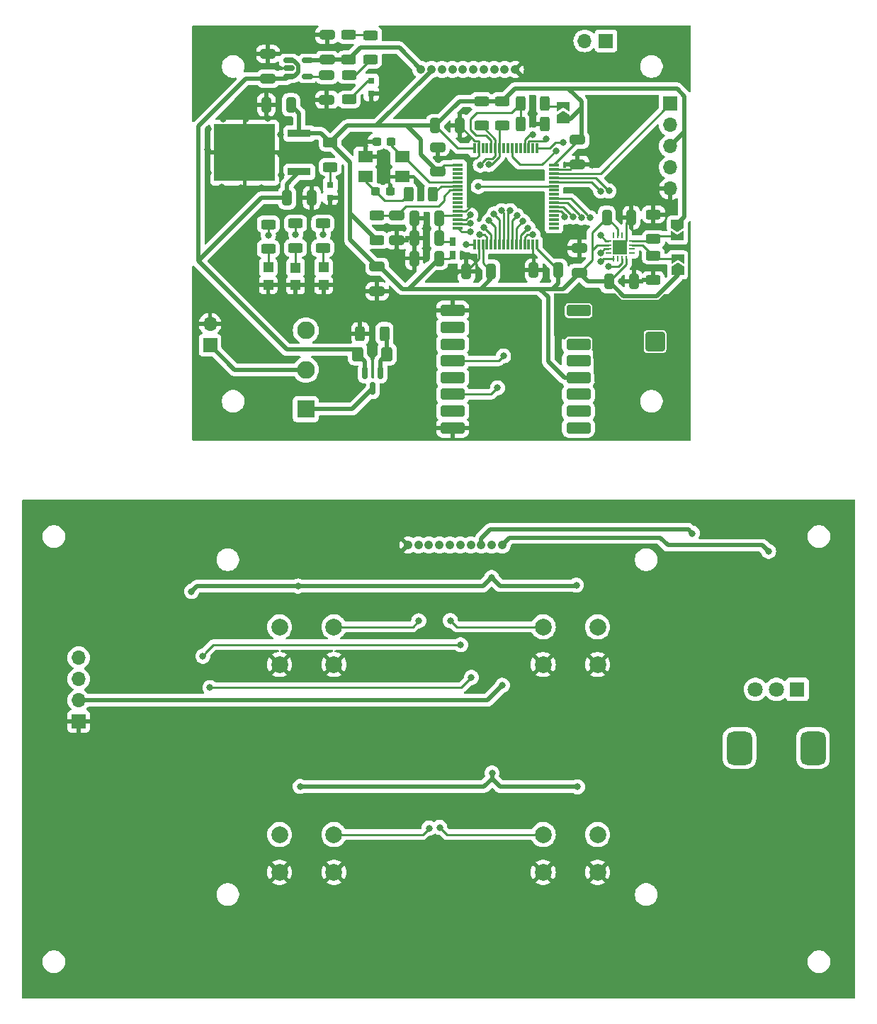
<source format=gbr>
%TF.GenerationSoftware,KiCad,Pcbnew,8.0.6*%
%TF.CreationDate,2025-07-11T21:40:14-04:00*%
%TF.ProjectId,receiver,72656365-6976-4657-922e-6b696361645f,rev?*%
%TF.SameCoordinates,Original*%
%TF.FileFunction,Copper,L1,Top*%
%TF.FilePolarity,Positive*%
%FSLAX46Y46*%
G04 Gerber Fmt 4.6, Leading zero omitted, Abs format (unit mm)*
G04 Created by KiCad (PCBNEW 8.0.6) date 2025-07-11 21:40:14*
%MOMM*%
%LPD*%
G01*
G04 APERTURE LIST*
G04 Aperture macros list*
%AMRoundRect*
0 Rectangle with rounded corners*
0 $1 Rounding radius*
0 $2 $3 $4 $5 $6 $7 $8 $9 X,Y pos of 4 corners*
0 Add a 4 corners polygon primitive as box body*
4,1,4,$2,$3,$4,$5,$6,$7,$8,$9,$2,$3,0*
0 Add four circle primitives for the rounded corners*
1,1,$1+$1,$2,$3*
1,1,$1+$1,$4,$5*
1,1,$1+$1,$6,$7*
1,1,$1+$1,$8,$9*
0 Add four rect primitives between the rounded corners*
20,1,$1+$1,$2,$3,$4,$5,0*
20,1,$1+$1,$4,$5,$6,$7,0*
20,1,$1+$1,$6,$7,$8,$9,0*
20,1,$1+$1,$8,$9,$2,$3,0*%
%AMFreePoly0*
4,1,6,1.000000,0.000000,0.500000,-0.750000,-0.500000,-0.750000,-0.500000,0.750000,0.500000,0.750000,1.000000,0.000000,1.000000,0.000000,$1*%
%AMFreePoly1*
4,1,6,0.500000,-0.750000,-0.650000,-0.750000,-0.150000,0.000000,-0.650000,0.750000,0.500000,0.750000,0.500000,-0.750000,0.500000,-0.750000,$1*%
G04 Aperture macros list end*
%TA.AperFunction,SMDPad,CuDef*%
%ADD10RoundRect,0.150000X-0.512500X-0.150000X0.512500X-0.150000X0.512500X0.150000X-0.512500X0.150000X0*%
%TD*%
%TA.AperFunction,SMDPad,CuDef*%
%ADD11RoundRect,0.250000X0.325000X0.650000X-0.325000X0.650000X-0.325000X-0.650000X0.325000X-0.650000X0*%
%TD*%
%TA.AperFunction,SMDPad,CuDef*%
%ADD12RoundRect,0.237500X0.300000X0.237500X-0.300000X0.237500X-0.300000X-0.237500X0.300000X-0.237500X0*%
%TD*%
%TA.AperFunction,SMDPad,CuDef*%
%ADD13R,0.711200X0.254000*%
%TD*%
%TA.AperFunction,SMDPad,CuDef*%
%ADD14R,0.254000X0.711200*%
%TD*%
%TA.AperFunction,SMDPad,CuDef*%
%ADD15R,1.676400X1.676400*%
%TD*%
%TA.AperFunction,SMDPad,CuDef*%
%ADD16R,0.800000X0.800000*%
%TD*%
%TA.AperFunction,SMDPad,CuDef*%
%ADD17RoundRect,0.250000X0.650000X-0.325000X0.650000X0.325000X-0.650000X0.325000X-0.650000X-0.325000X0*%
%TD*%
%TA.AperFunction,ComponentPad*%
%ADD18R,1.800000X1.800000*%
%TD*%
%TA.AperFunction,ComponentPad*%
%ADD19C,1.800000*%
%TD*%
%TA.AperFunction,ComponentPad*%
%ADD20RoundRect,0.750000X-0.750000X1.250000X-0.750000X-1.250000X0.750000X-1.250000X0.750000X1.250000X0*%
%TD*%
%TA.AperFunction,SMDPad,CuDef*%
%ADD21FreePoly0,90.000000*%
%TD*%
%TA.AperFunction,SMDPad,CuDef*%
%ADD22FreePoly1,90.000000*%
%TD*%
%TA.AperFunction,SMDPad,CuDef*%
%ADD23RoundRect,0.250000X0.312500X0.625000X-0.312500X0.625000X-0.312500X-0.625000X0.312500X-0.625000X0*%
%TD*%
%TA.AperFunction,SMDPad,CuDef*%
%ADD24RoundRect,0.250000X-0.325000X-0.650000X0.325000X-0.650000X0.325000X0.650000X-0.325000X0.650000X0*%
%TD*%
%TA.AperFunction,ComponentPad*%
%ADD25R,1.700000X1.700000*%
%TD*%
%TA.AperFunction,ComponentPad*%
%ADD26O,1.700000X1.700000*%
%TD*%
%TA.AperFunction,ComponentPad*%
%ADD27C,2.000000*%
%TD*%
%TA.AperFunction,SMDPad,CuDef*%
%ADD28R,1.200000X1.200000*%
%TD*%
%TA.AperFunction,SMDPad,CuDef*%
%ADD29RoundRect,0.250000X0.625000X-0.312500X0.625000X0.312500X-0.625000X0.312500X-0.625000X-0.312500X0*%
%TD*%
%TA.AperFunction,SMDPad,CuDef*%
%ADD30RoundRect,0.250000X-0.625000X0.312500X-0.625000X-0.312500X0.625000X-0.312500X0.625000X0.312500X0*%
%TD*%
%TA.AperFunction,SMDPad,CuDef*%
%ADD31RoundRect,0.250000X-0.650000X0.325000X-0.650000X-0.325000X0.650000X-0.325000X0.650000X0.325000X0*%
%TD*%
%TA.AperFunction,ComponentPad*%
%ADD32C,1.066800*%
%TD*%
%TA.AperFunction,SMDPad,CuDef*%
%ADD33RoundRect,0.250000X-0.312500X-0.625000X0.312500X-0.625000X0.312500X0.625000X-0.312500X0.625000X0*%
%TD*%
%TA.AperFunction,SMDPad,CuDef*%
%ADD34FreePoly0,270.000000*%
%TD*%
%TA.AperFunction,SMDPad,CuDef*%
%ADD35FreePoly1,270.000000*%
%TD*%
%TA.AperFunction,SMDPad,CuDef*%
%ADD36RoundRect,0.150000X-0.150000X0.587500X-0.150000X-0.587500X0.150000X-0.587500X0.150000X0.587500X0*%
%TD*%
%TA.AperFunction,SMDPad,CuDef*%
%ADD37R,1.193800X0.304800*%
%TD*%
%TA.AperFunction,SMDPad,CuDef*%
%ADD38R,0.304800X1.193800*%
%TD*%
%TA.AperFunction,ComponentPad*%
%ADD39RoundRect,0.200100X-0.949900X0.949900X-0.949900X-0.949900X0.949900X-0.949900X0.949900X0.949900X0*%
%TD*%
%TA.AperFunction,ComponentPad*%
%ADD40C,2.500000*%
%TD*%
%TA.AperFunction,SMDPad,CuDef*%
%ADD41RoundRect,0.250000X-0.400000X-0.600000X0.400000X-0.600000X0.400000X0.600000X-0.400000X0.600000X0*%
%TD*%
%TA.AperFunction,SMDPad,CuDef*%
%ADD42RoundRect,0.237500X-0.300000X-0.237500X0.300000X-0.237500X0.300000X0.237500X-0.300000X0.237500X0*%
%TD*%
%TA.AperFunction,SMDPad,CuDef*%
%ADD43R,0.800000X1.000000*%
%TD*%
%TA.AperFunction,ComponentPad*%
%ADD44R,2.108200X2.108200*%
%TD*%
%TA.AperFunction,ComponentPad*%
%ADD45C,2.108200*%
%TD*%
%TA.AperFunction,SMDPad,CuDef*%
%ADD46R,1.800000X1.400000*%
%TD*%
%TA.AperFunction,SMDPad,CuDef*%
%ADD47R,2.794000X0.939800*%
%TD*%
%TA.AperFunction,SMDPad,CuDef*%
%ADD48R,7.239000X6.832600*%
%TD*%
%TA.AperFunction,ComponentPad*%
%ADD49RoundRect,0.350000X1.125000X0.350000X-1.125000X0.350000X-1.125000X-0.350000X1.125000X-0.350000X0*%
%TD*%
%TA.AperFunction,ViaPad*%
%ADD50C,0.800000*%
%TD*%
%TA.AperFunction,Conductor*%
%ADD51C,0.250000*%
%TD*%
%TA.AperFunction,Conductor*%
%ADD52C,0.500000*%
%TD*%
G04 APERTURE END LIST*
D10*
%TO.P,U3,1,Vin*%
%TO.N,VCC*%
X137505713Y-43258876D03*
%TO.P,U3,2,GND*%
%TO.N,GND*%
X137505713Y-44208876D03*
%TO.P,U3,3,ON*%
%TO.N,VCC*%
X137505713Y-45158876D03*
%TO.P,U3,4,Noise*%
%TO.N,Net-(U3-Noise)*%
X139780713Y-45158876D03*
%TO.P,U3,5,Vout*%
%TO.N,+5V*%
X139780713Y-43258876D03*
%TD*%
D11*
%TO.P,STM_C9,1*%
%TO.N,+3.3V*%
X155463978Y-66908813D03*
%TO.P,STM_C9,2*%
%TO.N,GND*%
X152513978Y-66908813D03*
%TD*%
D12*
%TO.P,CSTL_C1,1*%
%TO.N,OSC_IN*%
X149732286Y-52985967D03*
%TO.P,CSTL_C1,2*%
%TO.N,GND*%
X148007286Y-52985967D03*
%TD*%
D13*
%TO.P,U4,1,INT*%
%TO.N,MLX_INT*%
X175717012Y-64805490D03*
%TO.P,U4,2,SENB/CS*%
%TO.N,+3.3V*%
X175717012Y-65305491D03*
%TO.P,U4,3,SCL/SCLK*%
%TO.N,I2C_SCL*%
X175717012Y-65805491D03*
%TO.P,U4,4,N/C*%
%TO.N,unconnected-(U4-N{slash}C-Pad4)*%
X175717012Y-66305492D03*
D14*
%TO.P,U4,5,SDA/MOSI*%
%TO.N,I2C_SDA*%
X176364011Y-66952491D03*
%TO.P,U4,6,MISO*%
%TO.N,unconnected-(U4-MISO-Pad6)*%
X176864012Y-66952491D03*
%TO.P,U4,7,INT/TRIG*%
%TO.N,MLX_INT{slash}TRIG*%
X177364012Y-66952491D03*
%TO.P,U4,8,VDD_IO*%
%TO.N,+3.3V*%
X177864013Y-66952491D03*
D13*
%TO.P,U4,9,N/C*%
%TO.N,unconnected-(U4-N{slash}C-Pad9)*%
X178511012Y-66305492D03*
%TO.P,U4,10,N/C*%
%TO.N,unconnected-(U4-N{slash}C-Pad10)*%
X178511012Y-65805491D03*
%TO.P,U4,11,A1*%
%TO.N,Net-(MLX_A1-B)*%
X178511012Y-65305491D03*
%TO.P,U4,12,A0*%
%TO.N,Net-(MLX_A0-B)*%
X178511012Y-64805490D03*
D14*
%TO.P,U4,13,VSS*%
%TO.N,GND*%
X177864013Y-64158491D03*
%TO.P,U4,14,N/C*%
%TO.N,unconnected-(U4-N{slash}C-Pad14)*%
X177364012Y-64158491D03*
%TO.P,U4,15,VDD*%
%TO.N,+3.3V*%
X176864012Y-64158491D03*
%TO.P,U4,16,N/C*%
%TO.N,unconnected-(U4-N{slash}C-Pad16)*%
X176364011Y-64158491D03*
D15*
%TO.P,U4,17,GND*%
%TO.N,GND*%
X177114012Y-65555491D03*
%TD*%
D16*
%TO.P,PWR_D2,1,K*%
%TO.N,GND*%
X147367667Y-47223728D03*
%TO.P,PWR_D2,2,A*%
%TO.N,Net-(PWR_D2-A)*%
X147367667Y-45723728D03*
%TD*%
D17*
%TO.P,PWR_C4,1*%
%TO.N,VCC*%
X135026464Y-45438578D03*
%TO.P,PWR_C4,2*%
%TO.N,GND*%
X135026464Y-42488578D03*
%TD*%
D18*
%TO.P,RV1,1,1*%
%TO.N,Net-(BUZ_R1-Pad1)*%
X198285888Y-118411743D03*
D19*
%TO.P,RV1,2,2*%
%TO.N,Net-(BUZ_D1-K)*%
X195785888Y-118411743D03*
%TO.P,RV1,3,3*%
X193285888Y-118411743D03*
D20*
%TO.P,RV1,MP*%
%TO.N,N/C*%
X200185888Y-125411743D03*
X191385888Y-125411743D03*
%TD*%
D21*
%TO.P,JP1,1,A*%
%TO.N,+3.3V*%
X170333149Y-50230232D03*
D22*
%TO.P,JP1,2,B*%
%TO.N,Net-(JP1-B)*%
X170333149Y-48780232D03*
%TD*%
D23*
%TO.P,PWR_R5,1*%
%TO.N,Net-(D1-A)*%
X148969020Y-75891804D03*
%TO.P,PWR_R5,2*%
%TO.N,GND*%
X146044020Y-75891804D03*
%TD*%
D24*
%TO.P,MLX_C1,1*%
%TO.N,+3.3V*%
X175803570Y-69693425D03*
%TO.P,MLX_C1,2*%
%TO.N,GND*%
X178753570Y-69693425D03*
%TD*%
D25*
%TO.P,PWR_J1,1,Pin_1*%
%TO.N,Net-(PWR_J1-Pin_1)*%
X128108863Y-77282777D03*
D26*
%TO.P,PWR_J1,2,Pin_2*%
%TO.N,GND*%
X128108863Y-74742777D03*
%TD*%
D11*
%TO.P,STM_C3,1*%
%TO.N,+3.3V*%
X161696298Y-68439425D03*
%TO.P,STM_C3,2*%
%TO.N,GND*%
X158746298Y-68439425D03*
%TD*%
D27*
%TO.P,SW3,1,1*%
%TO.N,PUSH_3_IB*%
X136415298Y-135752778D03*
X142915298Y-135752778D03*
%TO.P,SW3,2,2*%
%TO.N,GND_IB*%
X136415298Y-140252778D03*
X142915298Y-140252778D03*
%TD*%
D28*
%TO.P,D3,1,K*%
%TO.N,GND*%
X138338584Y-70109789D03*
%TO.P,D3,2,A*%
%TO.N,Net-(D3-A)*%
X138338584Y-68009789D03*
%TD*%
D11*
%TO.P,STM_C4,1*%
%TO.N,+3.3V*%
X169748575Y-68339953D03*
%TO.P,STM_C4,2*%
%TO.N,GND*%
X166798575Y-68339953D03*
%TD*%
D27*
%TO.P,SW1,1,1*%
%TO.N,PUSH_1_IB*%
X167921788Y-110941627D03*
X174421788Y-110941627D03*
%TO.P,SW1,2,2*%
%TO.N,GND_IB*%
X167921788Y-115441627D03*
X174421788Y-115441627D03*
%TD*%
D24*
%TO.P,STM_C1,1*%
%TO.N,+3.3V*%
X155007712Y-51061894D03*
%TO.P,STM_C1,2*%
%TO.N,GND*%
X157957712Y-51061894D03*
%TD*%
D29*
%TO.P,S_R1,1*%
%TO.N,+3.3V*%
X148058437Y-64739000D03*
%TO.P,S_R1,2*%
%TO.N,NRST*%
X148058437Y-61814000D03*
%TD*%
D11*
%TO.P,STM_C8,1*%
%TO.N,+3.3VA*%
X155462380Y-64516701D03*
%TO.P,STM_C8,2*%
%TO.N,GND*%
X152512380Y-64516701D03*
%TD*%
D30*
%TO.P,LED_R1,1*%
%TO.N,LED1*%
X135077166Y-62842584D03*
%TO.P,LED_R1,2*%
%TO.N,Net-(D2-A)*%
X135077166Y-65767584D03*
%TD*%
D31*
%TO.P,PWR_C5,1*%
%TO.N,Net-(U3-Noise)*%
X142068536Y-45003548D03*
%TO.P,PWR_C5,2*%
%TO.N,GND*%
X142068536Y-47953548D03*
%TD*%
D30*
%TO.P,PWR_R1,1*%
%TO.N,+3.3V*%
X142468240Y-53063899D03*
%TO.P,PWR_R1,2*%
%TO.N,Net-(PWR_D1-A)*%
X142468240Y-55988899D03*
%TD*%
D32*
%TO.P,IF1,1,P1*%
%TO.N,GND*%
X164577829Y-44350546D03*
%TO.P,IF1,2,P2*%
%TO.N,PUSH_4*%
X163327829Y-44350546D03*
%TO.P,IF1,3,P3*%
%TO.N,PUSH_3*%
X162077829Y-44350546D03*
%TO.P,IF1,4,P4*%
%TO.N,PUSH_2*%
X160827829Y-44350546D03*
%TO.P,IF1,5,P5*%
%TO.N,PUSH_1*%
X159577829Y-44350546D03*
%TO.P,IF1,6,P6*%
%TO.N,I2C_SCL*%
X158327829Y-44350546D03*
%TO.P,IF1,7,P7*%
%TO.N,I2C_SDA*%
X157077829Y-44350546D03*
%TO.P,IF1,8,P8*%
%TO.N,BUZZER*%
X155827829Y-44350546D03*
%TO.P,IF1,9,P9*%
%TO.N,+3.3V*%
X154577829Y-44350546D03*
%TO.P,IF1,10,P10*%
%TO.N,+5V*%
X153327829Y-44350546D03*
%TD*%
D27*
%TO.P,SW4,1,1*%
%TO.N,PUSH_4_IB*%
X136415298Y-110941627D03*
X142915298Y-110941627D03*
%TO.P,SW4,2,2*%
%TO.N,GND_IB*%
X136415298Y-115441627D03*
X142915298Y-115441627D03*
%TD*%
D28*
%TO.P,D4,1,K*%
%TO.N,GND*%
X141662307Y-70087366D03*
%TO.P,D4,2,A*%
%TO.N,Net-(D4-A)*%
X141662307Y-67987366D03*
%TD*%
D33*
%TO.P,S_R4,1*%
%TO.N,Net-(CSTL_C2-Pad1)*%
X151814828Y-59281044D03*
%TO.P,S_R4,2*%
%TO.N,OSC_OUT*%
X154739828Y-59281044D03*
%TD*%
D31*
%TO.P,S_C10,1*%
%TO.N,NRST*%
X150425699Y-61813960D03*
%TO.P,S_C10,2*%
%TO.N,GND*%
X150425699Y-64763960D03*
%TD*%
D30*
%TO.P,I2C_R2,1*%
%TO.N,+3.3V*%
X163029926Y-48139458D03*
%TO.P,I2C_R2,2*%
%TO.N,I2C_SCL*%
X163029926Y-51064458D03*
%TD*%
%TO.P,PWR_R4,1*%
%TO.N,Net-(PWR_R3-Pad2)*%
X144715543Y-45015263D03*
%TO.P,PWR_R4,2*%
%TO.N,Net-(PWR_D2-A)*%
X144715543Y-47940263D03*
%TD*%
D23*
%TO.P,STM_R2,1*%
%TO.N,Net-(JP1-B)*%
X168123279Y-48387765D03*
%TO.P,STM_R2,2*%
%TO.N,BOOT0*%
X165198279Y-48387765D03*
%TD*%
D25*
%TO.P,J3,1,Pin_1*%
%TO.N,UART4_TX*%
X175428337Y-40927890D03*
D26*
%TO.P,J3,2,Pin_2*%
%TO.N,UART4_RX*%
X172888337Y-40927890D03*
%TD*%
D11*
%TO.P,S_C7,1*%
%TO.N,+3.3VA*%
X155473936Y-62136145D03*
%TO.P,S_C7,2*%
%TO.N,GND*%
X152523936Y-62136145D03*
%TD*%
D16*
%TO.P,PWR_D1,1,K*%
%TO.N,GND*%
X142471913Y-59633230D03*
%TO.P,PWR_D1,2,A*%
%TO.N,Net-(PWR_D1-A)*%
X142471913Y-58133230D03*
%TD*%
D34*
%TO.P,MLX_A0,1,A*%
%TO.N,+3.3V*%
X183961051Y-62826203D03*
D35*
%TO.P,MLX_A0,2,B*%
%TO.N,Net-(MLX_A0-B)*%
X183961051Y-64276203D03*
%TD*%
D30*
%TO.P,LED_R2,1*%
%TO.N,LED2*%
X138322256Y-62755372D03*
%TO.P,LED_R2,2*%
%TO.N,Net-(D3-A)*%
X138322256Y-65680372D03*
%TD*%
%TO.P,PWR_R3,1*%
%TO.N,Net-(PWR_R2-Pad2)*%
X147289663Y-40251263D03*
%TO.P,PWR_R3,2*%
%TO.N,Net-(PWR_R3-Pad2)*%
X147289663Y-43176263D03*
%TD*%
D29*
%TO.P,PWR_R2,1*%
%TO.N,+5V*%
X144694659Y-43156824D03*
%TO.P,PWR_R2,2*%
%TO.N,Net-(PWR_R2-Pad2)*%
X144694659Y-40231824D03*
%TD*%
D28*
%TO.P,D2,1,K*%
%TO.N,GND*%
X135052420Y-70087366D03*
%TO.P,D2,2,A*%
%TO.N,Net-(D2-A)*%
X135052420Y-67987366D03*
%TD*%
D30*
%TO.P,LED_R3,1*%
%TO.N,LED3*%
X141587184Y-62748610D03*
%TO.P,LED_R3,2*%
%TO.N,Net-(D4-A)*%
X141587184Y-65673610D03*
%TD*%
%TO.P,I2C_R1,1*%
%TO.N,+3.3V*%
X160536657Y-48120676D03*
%TO.P,I2C_R1,2*%
%TO.N,I2C_SDA*%
X160536657Y-51045676D03*
%TD*%
D27*
%TO.P,SW2,1,1*%
%TO.N,PUSH_2_IB*%
X167921788Y-135752778D03*
X174421788Y-135752778D03*
%TO.P,SW2,2,2*%
%TO.N,GND_IB*%
X167921788Y-140252778D03*
X174421788Y-140252778D03*
%TD*%
D24*
%TO.P,PWR_C1,1*%
%TO.N,VCC*%
X137321034Y-59673929D03*
%TO.P,PWR_C1,2*%
%TO.N,GND*%
X140271034Y-59673929D03*
%TD*%
D36*
%TO.P,Q2,1,D*%
%TO.N,Net-(Q2-D)*%
X147547661Y-82465535D03*
%TO.P,Q2,2,G*%
%TO.N,Net-(D1-A)*%
X148497661Y-80590535D03*
%TO.P,Q2,3,S*%
%TO.N,VCC*%
X146597661Y-80590535D03*
%TD*%
D17*
%TO.P,S_C2,1*%
%TO.N,+3.3V*%
X155331844Y-56574983D03*
%TO.P,S_C2,2*%
%TO.N,GND*%
X155331844Y-53624983D03*
%TD*%
D21*
%TO.P,MLX_A1,1,A*%
%TO.N,+3.3V*%
X183989084Y-68425140D03*
D22*
%TO.P,MLX_A1,2,B*%
%TO.N,Net-(MLX_A1-B)*%
X183989084Y-66975140D03*
%TD*%
D25*
%TO.P,J2,1,Pin_1*%
%TO.N,SYS_SWDIO*%
X183117816Y-48439839D03*
D26*
%TO.P,J2,2,Pin_2*%
%TO.N,SYS_SWCLK*%
X183117816Y-50979839D03*
%TO.P,J2,3,Pin_3*%
%TO.N,+3.3V*%
X183117816Y-53519839D03*
%TO.P,J2,4,Pin_4*%
%TO.N,SYS_TRACESWO*%
X183117816Y-56059839D03*
%TO.P,J2,5,Pin_5*%
%TO.N,GND*%
X183117816Y-58599839D03*
%TD*%
D29*
%TO.P,MLX_R1,1*%
%TO.N,Net-(MLX_A0-B)*%
X181101648Y-64588437D03*
%TO.P,MLX_R1,2*%
%TO.N,GND*%
X181101648Y-61663437D03*
%TD*%
D37*
%TO.P,U1,1,VBAT*%
%TO.N,+3.3V*%
X157705292Y-55777273D03*
%TO.P,U1,2,PC13*%
%TO.N,unconnected-(U1-PC13-Pad2)*%
X157705292Y-56277272D03*
%TO.P,U1,3,PC14*%
%TO.N,unconnected-(U1-PC14-Pad3)*%
X157705292Y-56777273D03*
%TO.P,U1,4,PC15*%
%TO.N,unconnected-(U1-PC15-Pad4)*%
X157705292Y-57277272D03*
%TO.P,U1,5,PD0*%
%TO.N,OSC_IN*%
X157705292Y-57777274D03*
%TO.P,U1,6,PD1*%
%TO.N,OSC_OUT*%
X157705292Y-58277273D03*
%TO.P,U1,7,NRST*%
%TO.N,NRST*%
X157705292Y-58777272D03*
%TO.P,U1,8,PC0*%
%TO.N,unconnected-(U1-PC0-Pad8)*%
X157705292Y-59277273D03*
%TO.P,U1,9,PC1*%
%TO.N,unconnected-(U1-PC1-Pad9)*%
X157705292Y-59777273D03*
%TO.P,U1,10,PC2*%
%TO.N,unconnected-(U1-PC2-Pad10)*%
X157705292Y-60277274D03*
%TO.P,U1,11,PC3*%
%TO.N,unconnected-(U1-PC3-Pad11)*%
X157705292Y-60777273D03*
%TO.P,U1,12,VSSA*%
%TO.N,GND*%
X157705292Y-61277272D03*
%TO.P,U1,13,VDDA*%
%TO.N,+3.3VA*%
X157705292Y-61777274D03*
%TO.P,U1,14,PA0*%
%TO.N,LED1*%
X157705292Y-62277273D03*
%TO.P,U1,15,PA1*%
%TO.N,LED2*%
X157705292Y-62777274D03*
%TO.P,U1,16,PA2*%
%TO.N,LED3*%
X157705292Y-63277273D03*
D38*
%TO.P,U1,17,PA3*%
%TO.N,RFM_SDN*%
X159705291Y-65277272D03*
%TO.P,U1,18,VSS*%
%TO.N,GND*%
X160205290Y-65277272D03*
%TO.P,U1,19,VDD*%
%TO.N,+3.3V*%
X160705291Y-65277272D03*
%TO.P,U1,20,PA4*%
%TO.N,RFM_NIRQ*%
X161205290Y-65277272D03*
%TO.P,U1,21,PA5*%
%TO.N,SPI_SCK*%
X161705292Y-65277272D03*
%TO.P,U1,22,PA6*%
%TO.N,SPI_MISO*%
X162205291Y-65277272D03*
%TO.P,U1,23,PA7*%
%TO.N,SPI_MOSI*%
X162705290Y-65277272D03*
%TO.P,U1,24,PC4*%
%TO.N,SPI_RFM_CS*%
X163205291Y-65277272D03*
%TO.P,U1,25,PC5*%
%TO.N,RFM_GPIO3*%
X163705291Y-65277272D03*
%TO.P,U1,26,PB0*%
%TO.N,RFM_GPIO2*%
X164205292Y-65277272D03*
%TO.P,U1,27,PB1*%
%TO.N,RFM_GPIO1*%
X164705291Y-65277272D03*
%TO.P,U1,28,PB2*%
%TO.N,RFM_GPIO5*%
X165205290Y-65277272D03*
%TO.P,U1,29,PB10*%
%TO.N,RFM_GPIO4*%
X165705292Y-65277272D03*
%TO.P,U1,30,PB11*%
%TO.N,unconnected-(U1-PB11-Pad30)*%
X166205291Y-65277272D03*
%TO.P,U1,31,VSS*%
%TO.N,GND*%
X166705292Y-65277272D03*
%TO.P,U1,32,VDD*%
%TO.N,+3.3V*%
X167205291Y-65277272D03*
D37*
%TO.P,U1,33,PB12*%
%TO.N,unconnected-(U1-PB12-Pad33)*%
X169205290Y-63277273D03*
%TO.P,U1,34,PB13*%
%TO.N,unconnected-(U1-PB13-Pad34)*%
X169205290Y-62777274D03*
%TO.P,U1,35,PB14*%
%TO.N,unconnected-(U1-PB14-Pad35)*%
X169205290Y-62277273D03*
%TO.P,U1,36,PB15*%
%TO.N,unconnected-(U1-PB15-Pad36)*%
X169205290Y-61777274D03*
%TO.P,U1,37,PC6*%
%TO.N,PUSH_1*%
X169205290Y-61277272D03*
%TO.P,U1,38,PC7*%
%TO.N,PUSH_2*%
X169205290Y-60777273D03*
%TO.P,U1,39,PC8*%
%TO.N,PUSH_3*%
X169205290Y-60277274D03*
%TO.P,U1,40,PC9*%
%TO.N,PUSH_4*%
X169205290Y-59777273D03*
%TO.P,U1,41,PA8*%
%TO.N,unconnected-(U1-PA8-Pad41)*%
X169205290Y-59277273D03*
%TO.P,U1,42,PA9*%
%TO.N,unconnected-(U1-PA9-Pad42)*%
X169205290Y-58777272D03*
%TO.P,U1,43,PA10*%
%TO.N,BUZZER*%
X169205290Y-58277273D03*
%TO.P,U1,44,PA11*%
%TO.N,MLX_INT*%
X169205290Y-57777274D03*
%TO.P,U1,45,PA12*%
%TO.N,MLX_INT{slash}TRIG*%
X169205290Y-57277272D03*
%TO.P,U1,46,PA13*%
%TO.N,SYS_SWDIO*%
X169205290Y-56777273D03*
%TO.P,U1,47,VSS*%
%TO.N,GND*%
X169205290Y-56277272D03*
%TO.P,U1,48,VDD*%
%TO.N,+3.3V*%
X169205290Y-55777273D03*
D38*
%TO.P,U1,49,PA14*%
%TO.N,SYS_SWCLK*%
X167205291Y-53777274D03*
%TO.P,U1,50,PA15*%
%TO.N,unconnected-(U1-PA15-Pad50)*%
X166705292Y-53777274D03*
%TO.P,U1,51,PC10*%
%TO.N,UART4_TX*%
X166205291Y-53777274D03*
%TO.P,U1,52,PC11*%
%TO.N,UART4_RX*%
X165705292Y-53777274D03*
%TO.P,U1,53,PC12*%
%TO.N,unconnected-(U1-PC12-Pad53)*%
X165205290Y-53777274D03*
%TO.P,U1,54,PD2*%
%TO.N,unconnected-(U1-PD2-Pad54)*%
X164705291Y-53777274D03*
%TO.P,U1,55,PB3*%
%TO.N,SYS_TRACESWO*%
X164205292Y-53777274D03*
%TO.P,U1,56,PB4*%
%TO.N,unconnected-(U1-PB4-Pad56)*%
X163705291Y-53777274D03*
%TO.P,U1,57,PB5*%
%TO.N,unconnected-(U1-PB5-Pad57)*%
X163205291Y-53777274D03*
%TO.P,U1,58,PB6*%
%TO.N,I2C_SCL*%
X162705290Y-53777274D03*
%TO.P,U1,59,PB7*%
%TO.N,I2C_SDA*%
X162205291Y-53777274D03*
%TO.P,U1,60,BOOT0*%
%TO.N,BOOT0*%
X161705292Y-53777274D03*
%TO.P,U1,61,PB8*%
%TO.N,unconnected-(U1-PB8-Pad61)*%
X161205290Y-53777274D03*
%TO.P,U1,62,PB9*%
%TO.N,unconnected-(U1-PB9-Pad62)*%
X160705291Y-53777274D03*
%TO.P,U1,63,VSS*%
%TO.N,GND*%
X160205290Y-53777274D03*
%TO.P,U1,64,VDD*%
%TO.N,+3.3V*%
X159705291Y-53777274D03*
%TD*%
D31*
%TO.P,MLX_C3,1*%
%TO.N,+3.3V*%
X148077387Y-67899531D03*
%TO.P,MLX_C3,2*%
%TO.N,GND*%
X148077387Y-70849531D03*
%TD*%
D33*
%TO.P,STM_R3,1*%
%TO.N,BOOT0*%
X165198279Y-50826667D03*
%TO.P,STM_R3,2*%
%TO.N,GND*%
X168123279Y-50826667D03*
%TD*%
D30*
%TO.P,MLX_R2,1*%
%TO.N,Net-(MLX_A1-B)*%
X181073615Y-66574040D03*
%TO.P,MLX_R2,2*%
%TO.N,GND*%
X181073615Y-69499040D03*
%TD*%
D39*
%TO.P,J1,1,In*%
%TO.N,/Capteurs/ANT*%
X181282612Y-76833861D03*
D40*
%TO.P,J1,2,Ext*%
%TO.N,GND*%
X183822612Y-74293861D03*
X178742612Y-74293861D03*
X183822612Y-79373861D03*
X178742612Y-79373861D03*
%TD*%
D17*
%TO.P,PWR_C3,1*%
%TO.N,+5V*%
X142094537Y-43176394D03*
%TO.P,PWR_C3,2*%
%TO.N,GND*%
X142094537Y-40226394D03*
%TD*%
D41*
%TO.P,D1,1,K*%
%TO.N,VCC*%
X145751950Y-78346927D03*
%TO.P,D1,2,A*%
%TO.N,Net-(D1-A)*%
X149251950Y-78346927D03*
%TD*%
D11*
%TO.P,PWR_C2,1*%
%TO.N,+3.3V*%
X137785048Y-48570026D03*
%TO.P,PWR_C2,2*%
%TO.N,GND*%
X134835048Y-48570026D03*
%TD*%
D24*
%TO.P,MLX_C2,1*%
%TO.N,+3.3V*%
X175526094Y-62036645D03*
%TO.P,MLX_C2,2*%
%TO.N,GND*%
X178476094Y-62036645D03*
%TD*%
D42*
%TO.P,CSTL_C2,1*%
%TO.N,Net-(CSTL_C2-Pad1)*%
X147898619Y-58931564D03*
%TO.P,CSTL_C2,2*%
%TO.N,GND*%
X149623619Y-58931564D03*
%TD*%
D17*
%TO.P,STM_C6,1*%
%TO.N,+3.3V*%
X172225878Y-68651368D03*
%TO.P,STM_C6,2*%
%TO.N,GND*%
X172225878Y-65701368D03*
%TD*%
D31*
%TO.P,STM_C5,1*%
%TO.N,+3.3V*%
X172043004Y-52758197D03*
%TO.P,STM_C5,2*%
%TO.N,GND*%
X172043004Y-55708197D03*
%TD*%
D43*
%TO.P,FB1,1*%
%TO.N,+3.3V*%
X157084414Y-66518535D03*
%TO.P,FB1,2*%
%TO.N,+3.3VA*%
X157084414Y-64918535D03*
%TD*%
D44*
%TO.P,SW5,1,A*%
%TO.N,Net-(Q2-D)*%
X139561857Y-84915114D03*
D45*
%TO.P,SW5,2,B*%
%TO.N,Net-(PWR_J1-Pin_1)*%
X139561857Y-80216114D03*
%TO.P,SW5,3,C*%
%TO.N,unconnected-(SW5-C-Pad3)*%
X139561857Y-75517114D03*
%TD*%
D46*
%TO.P,Y1,1,1*%
%TO.N,OSC_IN*%
X151085309Y-54766527D03*
%TO.P,Y1,2,2*%
%TO.N,GND*%
X151085309Y-57166527D03*
%TO.P,Y1,3,3*%
%TO.N,Net-(CSTL_C2-Pad1)*%
X146685309Y-57166527D03*
%TO.P,Y1,4,4*%
%TO.N,GND*%
X146685309Y-54766527D03*
%TD*%
D32*
%TO.P,IF2,1,P1*%
%TO.N,+5V_IB*%
X163018039Y-101157615D03*
%TO.P,IF2,2,P2*%
%TO.N,+3.3V_IB*%
X161768039Y-101157615D03*
%TO.P,IF2,3,P3*%
%TO.N,BUZZER_IB*%
X160518039Y-101157615D03*
%TO.P,IF2,4,P4*%
%TO.N,I2C_SDA_IB*%
X159268039Y-101157615D03*
%TO.P,IF2,5,P5*%
%TO.N,I2C_SCL_IB*%
X158018039Y-101157615D03*
%TO.P,IF2,6,P6*%
%TO.N,PUSH_1_IB*%
X156768039Y-101157615D03*
%TO.P,IF2,7,P7*%
%TO.N,PUSH_2_IB*%
X155518039Y-101157615D03*
%TO.P,IF2,8,P8*%
%TO.N,PUSH_3_IB*%
X154268039Y-101157615D03*
%TO.P,IF2,9,P9*%
%TO.N,PUSH_4_IB*%
X153018039Y-101157615D03*
%TO.P,IF2,10,P10*%
%TO.N,GND_IB*%
X151768039Y-101157615D03*
%TD*%
D47*
%TO.P,U2,1,VIN*%
%TO.N,VCC*%
X138769342Y-56573293D03*
D48*
%TO.P,U2,2,GND*%
%TO.N,GND*%
X132254242Y-54283292D03*
D47*
%TO.P,U2,3,VOUT*%
%TO.N,+3.3V*%
X138769342Y-51993291D03*
%TD*%
D25*
%TO.P,J4,1,GND*%
%TO.N,GND_IB*%
X112415550Y-122238730D03*
D26*
%TO.P,J4,2,VCC*%
%TO.N,+5V_IB*%
X112415550Y-119698730D03*
%TO.P,J4,3,SDA*%
%TO.N,Net-(J4-SDA)*%
X112415550Y-117158730D03*
%TO.P,J4,4,SCL*%
%TO.N,Net-(J4-SCL)*%
X112415550Y-114618730D03*
%TD*%
D49*
%TO.P,RF1,1,ANT*%
%TO.N,/Capteurs/ANT*%
X172149215Y-73155492D03*
%TO.P,RF1,2,GND*%
%TO.N,GND*%
X172149215Y-75155492D03*
%TO.P,RF1,3,RX_ANT*%
%TO.N,RFM_GPIO4*%
X172149215Y-77155492D03*
%TO.P,RF1,4,TX_ANT*%
%TO.N,RFM_GPIO5*%
X172149215Y-79155492D03*
%TO.P,RF1,5,VCC*%
%TO.N,+3.3V*%
X172149215Y-81155492D03*
%TO.P,RF1,6,GPIO_0*%
%TO.N,RFM_GPIO1*%
X172149215Y-83155492D03*
%TO.P,RF1,7,GPIO_1*%
%TO.N,RFM_GPIO2*%
X172149215Y-85155492D03*
%TO.P,RF1,8,GPIO_2*%
%TO.N,RFM_GPIO3*%
X172149215Y-87155492D03*
%TO.P,RF1,9,GND*%
%TO.N,GND*%
X157099215Y-73155492D03*
%TO.P,RF1,10,SDN*%
%TO.N,RFM_SDN*%
X157099215Y-75155492D03*
%TO.P,RF1,11,NIRQ*%
%TO.N,RFM_NIRQ*%
X157099215Y-77155492D03*
%TO.P,RF1,12,NSEL*%
%TO.N,SPI_RFM_CS*%
X157099215Y-79155492D03*
%TO.P,RF1,13,SCK*%
%TO.N,SPI_SCK*%
X157099215Y-81155492D03*
%TO.P,RF1,14,SDI*%
%TO.N,SPI_MOSI*%
X157099215Y-83155492D03*
%TO.P,RF1,15,SDO*%
%TO.N,SPI_MISO*%
X157099215Y-85155492D03*
%TO.P,RF1,16,GND*%
%TO.N,GND*%
X157099215Y-87155492D03*
%TD*%
D50*
%TO.N,GND*%
X132394258Y-50235288D03*
X153988978Y-66908813D03*
X159838059Y-60044940D03*
X177278570Y-69693425D03*
X136599561Y-56980851D03*
X141723367Y-71469344D03*
X155331844Y-55099983D03*
X168273575Y-68339953D03*
X153987380Y-64516701D03*
X142094537Y-41701394D03*
X129491104Y-58411082D03*
X177001094Y-62036645D03*
X134977211Y-50213942D03*
X135091653Y-71450369D03*
X157519345Y-68572119D03*
X134272769Y-58475122D03*
X141616040Y-60718899D03*
X127868753Y-56746038D03*
X148014719Y-72160147D03*
X172248581Y-64345469D03*
X131817896Y-58453775D03*
X138383792Y-71488319D03*
X144695304Y-75915391D03*
X129640531Y-50256635D03*
X173785544Y-55780099D03*
X150453581Y-65989167D03*
X166660779Y-50826667D03*
X148885309Y-55966527D03*
X147434207Y-48413702D03*
X127868753Y-51494745D03*
X127847407Y-53885577D03*
X136535521Y-54525979D03*
X142054834Y-49288917D03*
X136492828Y-52092453D03*
X136122818Y-44120640D03*
%TO.N,PUSH_1*%
X170507492Y-61990663D03*
%TO.N,PUSH_2*%
X171502336Y-61972898D03*
%TO.N,PUSH_3*%
X172495549Y-62032539D03*
%TO.N,PUSH_4*%
X173489838Y-62070210D03*
%TO.N,BUZZER*%
X160172716Y-58331479D03*
%TO.N,I2C_SDA*%
X160415890Y-55768302D03*
X174825773Y-67278692D03*
%TO.N,I2C_SCL*%
X161409091Y-55708454D03*
X174766410Y-66285462D03*
%TO.N,SYS_SWCLK*%
X170346406Y-53060514D03*
%TO.N,SYS_TRACESWO*%
X169443138Y-54054781D03*
%TO.N,LED1*%
X159237329Y-61725469D03*
X135076725Y-64145364D03*
%TO.N,LED2*%
X159246816Y-62750111D03*
X138336252Y-64048711D03*
%TO.N,LED3*%
X159246816Y-63745114D03*
X141637879Y-64064879D03*
%TO.N,PUSH_1_IB*%
X156833571Y-110189770D03*
%TO.N,SPI_SCK*%
X160864723Y-63225458D03*
%TO.N,SPI_MOSI*%
X162043080Y-61621930D03*
X162459227Y-82383465D03*
%TO.N,+3.3V_IB*%
X161768039Y-105036422D03*
X138882315Y-130010218D03*
X172015176Y-130054120D03*
X171889891Y-105956591D03*
X125902744Y-106700959D03*
X161809840Y-128411669D03*
X138617639Y-106075323D03*
%TO.N,SPI_MISO*%
X161446955Y-62418589D03*
%TO.N,RFM_NIRQ*%
X160349267Y-64076536D03*
%TO.N,SPI_RFM_CS*%
X163179227Y-78573076D03*
X162952305Y-61217775D03*
%TO.N,RFM_GPIO2*%
X164781871Y-61801108D03*
%TO.N,RFM_GPIO3*%
X163980209Y-61211728D03*
%TO.N,RFM_SDN*%
X158741808Y-65275744D03*
%TO.N,RFM_GPIO1*%
X165497609Y-62492301D03*
%TO.N,MLX_INT*%
X174799103Y-58889154D03*
X174771516Y-64148814D03*
%TO.N,PUSH_2_IB*%
X155564629Y-134900744D03*
%TO.N,PUSH_3_IB*%
X154288268Y-134989795D03*
%TO.N,MLX_INT{slash}TRIG*%
X175793742Y-58862271D03*
X175756132Y-67919275D03*
%TO.N,PUSH_4_IB*%
X153049010Y-110219456D03*
%TO.N,+5V_IB*%
X194855759Y-101907355D03*
X163048359Y-117922726D03*
%TO.N,BUZZER_IB*%
X185741037Y-99766226D03*
%TO.N,I2C_SCL_IB*%
X127243350Y-114437800D03*
X158050439Y-113079808D03*
%TO.N,I2C_SDA_IB*%
X159346590Y-116989698D03*
X128090546Y-118191854D03*
%TO.N,RFM_GPIO4*%
X166689673Y-64085370D03*
%TO.N,RFM_GPIO5*%
X166107635Y-63278366D03*
%TO.N,UART4_TX*%
X168301865Y-52622222D03*
%TO.N,UART4_RX*%
X166638402Y-52140374D03*
%TD*%
D51*
%TO.N,GND*%
X158746298Y-68439425D02*
X160205290Y-66980433D01*
X160205290Y-53777274D02*
X160205290Y-54666575D01*
X160205290Y-54666575D02*
X159940746Y-54931119D01*
X160177691Y-52860374D02*
X160205290Y-52887973D01*
X166705292Y-68246670D02*
X166798575Y-68339953D01*
X159756192Y-52860374D02*
X160177691Y-52860374D01*
X177835412Y-64834091D02*
X177114012Y-65555491D01*
X177864013Y-64158491D02*
X177835412Y-64187092D01*
X177835412Y-64187092D02*
X177835412Y-64834091D01*
X158667292Y-61277272D02*
X159789687Y-60154877D01*
X160205290Y-52887973D02*
X160205290Y-53777274D01*
X171695185Y-55708197D02*
X171126110Y-56277272D01*
X171933013Y-55946025D02*
X171695185Y-55708197D01*
X157705292Y-61277272D02*
X158667292Y-61277272D01*
X166705292Y-65277272D02*
X166705292Y-68246670D01*
X171126110Y-56277272D02*
X169205290Y-56277272D01*
X177864013Y-64158491D02*
X177864013Y-62648726D01*
X177864013Y-62648726D02*
X178476094Y-62036645D01*
X160205290Y-66980433D02*
X160205290Y-65277272D01*
X159940746Y-54931119D02*
X158913092Y-54931119D01*
X157957712Y-51061894D02*
X159756192Y-52860374D01*
%TO.N,PUSH_1*%
X170507492Y-61690176D02*
X170094588Y-61277272D01*
X170507492Y-61990663D02*
X170507492Y-61690176D01*
X170094588Y-61277272D02*
X169205290Y-61277272D01*
%TO.N,PUSH_2*%
X171502336Y-61972898D02*
X171227492Y-61698054D01*
X170312336Y-60777273D02*
X169205290Y-60777273D01*
X171227492Y-61692429D02*
X170312336Y-60777273D01*
X171227492Y-61698054D02*
X171227492Y-61692429D01*
%TO.N,PUSH_3*%
X170824946Y-60277274D02*
X169205290Y-60277274D01*
X172495549Y-62032539D02*
X172222336Y-61759326D01*
X172222336Y-61674664D02*
X170824946Y-60277274D01*
X172222336Y-61759326D02*
X172222336Y-61674664D01*
%TO.N,PUSH_4*%
X173215549Y-61795921D02*
X173215549Y-61734305D01*
X173215549Y-61734305D02*
X171258517Y-59777273D01*
X171258517Y-59777273D02*
X169205290Y-59777273D01*
X173489838Y-62070210D02*
X173215549Y-61795921D01*
D52*
%TO.N,+3.3V*%
X157948930Y-48120676D02*
X155007712Y-51061894D01*
D51*
X155331844Y-56574983D02*
X156129554Y-55777273D01*
D52*
X184813662Y-47545685D02*
X184813662Y-51823993D01*
D51*
X173751116Y-67126130D02*
X172225878Y-68651368D01*
X172043004Y-52886034D02*
X169205290Y-55723748D01*
D52*
X184813662Y-51823993D02*
X184813662Y-61973592D01*
X142468240Y-53063899D02*
X144859998Y-55455657D01*
D51*
X175526094Y-62036645D02*
X173751116Y-63811623D01*
X177864013Y-66952491D02*
X177864013Y-67632982D01*
D52*
X168507390Y-79215469D02*
X168507390Y-71509973D01*
X169748575Y-69877577D02*
X169748575Y-68339953D01*
X144859998Y-64682142D02*
X148077387Y-67899531D01*
X160488464Y-70556307D02*
X167553724Y-70556307D01*
X153282559Y-52760440D02*
X153282559Y-54525698D01*
D51*
X176864012Y-64158491D02*
X176864012Y-63374563D01*
D52*
X148000148Y-51061894D02*
X147935206Y-51061894D01*
X141397632Y-51993291D02*
X142468240Y-53063899D01*
X184813662Y-51823993D02*
X183117816Y-53519839D01*
X147935206Y-51061894D02*
X151169233Y-51061894D01*
D51*
X156694136Y-66908813D02*
X157084414Y-66518535D01*
D52*
X138769342Y-51993291D02*
X141397632Y-51993291D01*
X170320939Y-70556307D02*
X172225878Y-68651368D01*
X163029926Y-48139458D02*
X160555439Y-48139458D01*
X169069845Y-70556307D02*
X170320939Y-70556307D01*
X151169233Y-51061894D02*
X151584013Y-51061894D01*
D51*
X177864013Y-67632982D02*
X175803570Y-69693425D01*
D52*
X160488465Y-70556307D02*
X161696298Y-69348474D01*
X170936516Y-46643123D02*
X172473480Y-48180087D01*
X172043004Y-52758197D02*
X172473480Y-52327721D01*
X154577829Y-44484213D02*
X148000148Y-51061894D01*
X142468240Y-53063899D02*
X144470245Y-51061894D01*
X160488464Y-70556307D02*
X160488465Y-70556307D01*
X183911100Y-46643123D02*
X184813662Y-47545685D01*
D51*
X167205291Y-65796669D02*
X167205291Y-65277272D01*
D52*
X163029926Y-48139458D02*
X164526261Y-46643123D01*
X148417785Y-67899531D02*
X151074561Y-70556307D01*
X144470245Y-51061894D02*
X147935206Y-51061894D01*
X144859998Y-55455657D02*
X144859998Y-61540561D01*
X144859998Y-61540561D02*
X148058437Y-64739000D01*
X169069845Y-70556307D02*
X169748575Y-69877577D01*
X148077387Y-67899531D02*
X148417785Y-67899531D01*
X172624215Y-81155492D02*
X170447413Y-81155492D01*
X177530016Y-71419871D02*
X175803570Y-69693425D01*
X138769342Y-51993291D02*
X138769342Y-49554320D01*
D51*
X160705291Y-67448418D02*
X160705291Y-65277272D01*
D52*
X172473480Y-52327721D02*
X172473480Y-48884528D01*
X183989084Y-68425140D02*
X183989084Y-68930140D01*
D51*
X173751116Y-63811623D02*
X173751116Y-65931524D01*
D52*
X171127776Y-50230232D02*
X172473480Y-48884528D01*
X164526261Y-46643123D02*
X170936516Y-46643123D01*
X161696298Y-69348474D02*
X161696298Y-68439425D01*
X151811023Y-70556307D02*
X151816484Y-70556307D01*
D51*
X156129554Y-55777273D02*
X157705292Y-55777273D01*
X155463978Y-66908813D02*
X156694136Y-66908813D01*
D52*
X160555439Y-48139458D02*
X160536657Y-48120676D01*
D51*
X172043004Y-52758197D02*
X172043004Y-52886034D01*
X173751116Y-65931524D02*
X173751116Y-67126130D01*
D52*
X183989084Y-68930140D02*
X181499353Y-71419871D01*
X154577829Y-44350546D02*
X154577829Y-44484213D01*
D51*
X169205290Y-55723748D02*
X169205290Y-55777273D01*
X175717012Y-65305491D02*
X174377149Y-65305491D01*
D52*
X170936516Y-46643123D02*
X183911100Y-46643123D01*
X170447413Y-81155492D02*
X168507390Y-79215469D01*
D51*
X169748575Y-68339953D02*
X167205291Y-65796669D01*
D52*
X151584013Y-51061894D02*
X153282559Y-52760440D01*
X153282559Y-54525698D02*
X155331844Y-56574983D01*
X151811023Y-70556307D02*
X160488464Y-70556307D01*
X168507390Y-71509973D02*
X167553724Y-70556307D01*
D51*
X161696298Y-68439425D02*
X160705291Y-67448418D01*
D52*
X144859998Y-61540561D02*
X144859998Y-64682142D01*
X138769342Y-49554320D02*
X137785048Y-48570026D01*
D51*
X176864012Y-63374563D02*
X175526094Y-62036645D01*
D52*
X175803570Y-69693425D02*
X173267935Y-69693425D01*
X167553724Y-70556307D02*
X169069845Y-70556307D01*
X172473480Y-48180087D02*
X172473480Y-48884528D01*
X173267935Y-69693425D02*
X172225878Y-68651368D01*
D51*
X155007712Y-51061894D02*
X157723092Y-53777274D01*
X155162434Y-51427534D02*
X154952767Y-51427534D01*
X174377149Y-65305491D02*
X173751116Y-65931524D01*
D52*
X151816484Y-70556307D02*
X155463978Y-66908813D01*
X151169233Y-51061894D02*
X155007712Y-51061894D01*
X181499353Y-71419871D02*
X177530016Y-71419871D01*
D51*
X157723092Y-53777274D02*
X159705291Y-53777274D01*
D52*
X184813662Y-61973592D02*
X183961051Y-62826203D01*
X170333149Y-50230232D02*
X171127776Y-50230232D01*
X151074561Y-70556307D02*
X151811023Y-70556307D01*
X160536657Y-48120676D02*
X157948930Y-48120676D01*
D51*
%TO.N,BUZZER*%
X160226922Y-58277273D02*
X169205290Y-58277273D01*
X160172716Y-58331479D02*
X160226922Y-58277273D01*
%TO.N,OSC_IN*%
X151263977Y-54766527D02*
X151085309Y-54766527D01*
X157705292Y-57777274D02*
X154274724Y-57777274D01*
X149732286Y-53413504D02*
X151085309Y-54766527D01*
X149732286Y-52985967D02*
X149732286Y-53413504D01*
X154274724Y-57777274D02*
X151263977Y-54766527D01*
%TO.N,Net-(CSTL_C2-Pad1)*%
X148957794Y-59990739D02*
X151105133Y-59990739D01*
X146685309Y-57166527D02*
X146685309Y-57718254D01*
X151105133Y-59990739D02*
X151814828Y-59281044D01*
X146685309Y-57718254D02*
X147898619Y-58931564D01*
X147898619Y-58931564D02*
X148957794Y-59990739D01*
D52*
%TO.N,Net-(D1-A)*%
X149251950Y-76174734D02*
X148969020Y-75891804D01*
X149251950Y-78346927D02*
X149251950Y-76174734D01*
X148497661Y-80590535D02*
X148497661Y-79101216D01*
X148497661Y-79101216D02*
X149251950Y-78346927D01*
D51*
%TO.N,Net-(D2-A)*%
X135077166Y-65767584D02*
X135077166Y-67962620D01*
X135077166Y-67962620D02*
X135052420Y-67987366D01*
%TO.N,Net-(D3-A)*%
X138322256Y-67993461D02*
X138338584Y-68009789D01*
X138322256Y-65680372D02*
X138322256Y-67993461D01*
%TO.N,+3.3VA*%
X155864214Y-64918535D02*
X155462380Y-64516701D01*
X157084414Y-64918535D02*
X155864214Y-64918535D01*
X155462380Y-64516701D02*
X155462380Y-62147701D01*
X155832807Y-61777274D02*
X157705292Y-61777274D01*
X155462380Y-62147701D02*
X155473936Y-62136145D01*
X155473936Y-62136145D02*
X155832807Y-61777274D01*
%TO.N,I2C_SDA*%
X161883412Y-54988454D02*
X162205291Y-54666575D01*
X160689091Y-55410220D02*
X161110857Y-54988454D01*
X174825773Y-67278692D02*
X175064644Y-67039821D01*
X162205291Y-53777274D02*
X162205291Y-52714310D01*
X162205291Y-52714310D02*
X160536657Y-51045676D01*
X161110857Y-54988454D02*
X161883412Y-54988454D01*
X162205291Y-54666575D02*
X162205291Y-53777274D01*
X175117615Y-66952491D02*
X176364011Y-66952491D01*
X175064644Y-67039821D02*
X175064644Y-67005462D01*
X175064644Y-67005462D02*
X175117615Y-66952491D01*
%TO.N,I2C_SCL*%
X161792738Y-55708454D02*
X161409091Y-55708454D01*
X162705290Y-54795902D02*
X161792738Y-55708454D01*
X162705290Y-51389094D02*
X163029926Y-51064458D01*
X162705290Y-53777274D02*
X162705290Y-51389094D01*
X174766410Y-66285462D02*
X175246381Y-65805491D01*
X162705290Y-53777274D02*
X162705290Y-54795902D01*
X175246381Y-65805491D02*
X175717012Y-65805491D01*
%TO.N,SYS_SWCLK*%
X169419171Y-53060514D02*
X168723138Y-53756547D01*
X168723138Y-53756547D02*
X168723138Y-53777274D01*
X170346406Y-53060514D02*
X169419171Y-53060514D01*
X168723138Y-53777274D02*
X167205291Y-53777274D01*
%TO.N,SYS_TRACESWO*%
X165145932Y-55682856D02*
X164205292Y-54742216D01*
X169443138Y-54054781D02*
X167815063Y-55682856D01*
X167815063Y-55682856D02*
X165145932Y-55682856D01*
X164205292Y-54742216D02*
X164205292Y-53777274D01*
%TO.N,SYS_SWDIO*%
X174780382Y-56777273D02*
X183117816Y-48439839D01*
X169205290Y-56777273D02*
X174780382Y-56777273D01*
D52*
%TO.N,+5V*%
X139780713Y-43258876D02*
X142012055Y-43258876D01*
X144675089Y-43176394D02*
X144694659Y-43156824D01*
X146103789Y-41747694D02*
X150724977Y-41747694D01*
X142094537Y-43176394D02*
X144675089Y-43176394D01*
X142012055Y-43258876D02*
X142094537Y-43176394D01*
X150724977Y-41747694D02*
X153327829Y-44350546D01*
X144694659Y-43156824D02*
X146103789Y-41747694D01*
D51*
%TO.N,Net-(JP1-B)*%
X168515746Y-48780232D02*
X168123279Y-48387765D01*
X170333149Y-48780232D02*
X168515746Y-48780232D01*
%TO.N,LED1*%
X135076725Y-62843025D02*
X135077166Y-62842584D01*
X135076725Y-64145364D02*
X135076725Y-62843025D01*
X158685525Y-62277273D02*
X159237329Y-61725469D01*
X157705292Y-62277273D02*
X158685525Y-62277273D01*
%TO.N,LED2*%
X157705292Y-62777274D02*
X159219653Y-62777274D01*
X138336252Y-62769368D02*
X138322256Y-62755372D01*
X138336252Y-64048711D02*
X138336252Y-62769368D01*
X159219653Y-62777274D02*
X159246816Y-62750111D01*
%TO.N,LED3*%
X158173133Y-63745114D02*
X159246816Y-63745114D01*
X141637879Y-64064879D02*
X141637879Y-62799305D01*
X141637879Y-62799305D02*
X141587184Y-62748610D01*
X157705292Y-63277273D02*
X158173133Y-63745114D01*
%TO.N,Net-(MLX_A0-B)*%
X180884595Y-64805490D02*
X181101648Y-64588437D01*
X181101648Y-64588437D02*
X181543705Y-64588437D01*
X178511012Y-64805490D02*
X180884595Y-64805490D01*
X181855939Y-64276203D02*
X183961051Y-64276203D01*
X181543705Y-64588437D02*
X181855939Y-64276203D01*
%TO.N,Net-(MLX_A1-B)*%
X181650130Y-66975140D02*
X183989084Y-66975140D01*
X178511012Y-65305491D02*
X179805066Y-65305491D01*
X179805066Y-65305491D02*
X181073615Y-66574040D01*
X181249030Y-66574040D02*
X181650130Y-66975140D01*
X181073615Y-66574040D02*
X181249030Y-66574040D01*
D52*
%TO.N,VCC*%
X134241695Y-59673929D02*
X126684967Y-67230657D01*
X138063827Y-43258876D02*
X137505713Y-43258876D01*
X138168212Y-45158876D02*
X138613213Y-44713875D01*
X137226011Y-45438578D02*
X137505713Y-45158876D01*
X146597661Y-80590535D02*
X146597661Y-79192638D01*
X138613213Y-44713875D02*
X138613213Y-43808262D01*
X138613213Y-43808262D02*
X138063827Y-43258876D01*
X137321034Y-58021601D02*
X138769342Y-56573293D01*
X145232457Y-77827434D02*
X137281744Y-77827434D01*
X126684967Y-51157391D02*
X132403780Y-45438578D01*
X135026464Y-45438578D02*
X137226011Y-45438578D01*
X137321034Y-59673929D02*
X137321034Y-58021601D01*
X132403780Y-45438578D02*
X135026464Y-45438578D01*
X137505713Y-45158876D02*
X138168212Y-45158876D01*
X145751950Y-78346927D02*
X145232457Y-77827434D01*
X146597661Y-79192638D02*
X145751950Y-78346927D01*
X137321034Y-59673929D02*
X134241695Y-59673929D01*
X126684967Y-67230657D02*
X126684967Y-51157391D01*
X137281744Y-77827434D02*
X126684967Y-67230657D01*
D51*
%TO.N,Net-(U3-Noise)*%
X141913208Y-45158876D02*
X142068536Y-45003548D01*
X139780713Y-45158876D02*
X141913208Y-45158876D01*
%TO.N,Net-(PWR_D1-A)*%
X142468240Y-58129557D02*
X142471913Y-58133230D01*
X142468240Y-55988899D02*
X142468240Y-58129557D01*
%TO.N,Net-(PWR_D2-A)*%
X146932078Y-45723728D02*
X147367667Y-45723728D01*
X144715543Y-47940263D02*
X146932078Y-45723728D01*
D52*
%TO.N,Net-(PWR_J1-Pin_1)*%
X128108863Y-77282777D02*
X131042200Y-80216114D01*
X131042200Y-80216114D02*
X139561857Y-80216114D01*
D51*
%TO.N,PUSH_1_IB*%
X167921788Y-110941627D02*
X157585428Y-110941627D01*
X157585428Y-110941627D02*
X156833571Y-110189770D01*
%TO.N,SPI_SCK*%
X161705292Y-64066027D02*
X161705292Y-65277272D01*
X160864723Y-63225458D02*
X161705292Y-64066027D01*
%TO.N,SPI_MOSI*%
X162705290Y-62284140D02*
X162705290Y-65277272D01*
X162459227Y-82383465D02*
X161690745Y-83151947D01*
X161690745Y-83151947D02*
X156627760Y-83151947D01*
X162043080Y-61621930D02*
X162705290Y-62284140D01*
X156627760Y-83151947D02*
X156624215Y-83155492D01*
D52*
%TO.N,+3.3V_IB*%
X161809840Y-129056655D02*
X160859989Y-130006506D01*
X172015176Y-130054120D02*
X162807305Y-130054120D01*
X138617639Y-106075323D02*
X126528380Y-106075323D01*
X161809840Y-128411669D02*
X161809840Y-129056655D01*
X171889891Y-105956591D02*
X171815685Y-106030797D01*
X162807305Y-130054120D02*
X161809840Y-129056655D01*
X138882315Y-130010218D02*
X138886027Y-130006506D01*
X162762414Y-106030797D02*
X161768039Y-105036422D01*
X126528380Y-106075323D02*
X125902744Y-106700959D01*
X138886027Y-130006506D02*
X160859989Y-130006506D01*
X138617639Y-106075323D02*
X160729138Y-106075323D01*
X160729138Y-106075323D02*
X161768039Y-105036422D01*
X171815685Y-106030797D02*
X162762414Y-106030797D01*
D51*
%TO.N,SPI_MISO*%
X161446955Y-62418589D02*
X162205291Y-63176925D01*
X162205291Y-63176925D02*
X162205291Y-65277272D01*
%TO.N,RFM_NIRQ*%
X160349267Y-64076536D02*
X160893855Y-64076536D01*
X161205290Y-64387971D02*
X161205290Y-65277272D01*
X160893855Y-64076536D02*
X161205290Y-64387971D01*
%TO.N,SPI_RFM_CS*%
X162952305Y-61217775D02*
X163205291Y-61470761D01*
X163205291Y-61470761D02*
X163205291Y-65277272D01*
X162596811Y-79155492D02*
X156624215Y-79155492D01*
X163179227Y-78573076D02*
X162596811Y-79155492D01*
%TO.N,RFM_GPIO2*%
X164205292Y-62377687D02*
X164781871Y-61801108D01*
X164205292Y-65277272D02*
X164205292Y-62377687D01*
%TO.N,RFM_GPIO3*%
X163980209Y-61211728D02*
X163705291Y-61486646D01*
X163705291Y-61486646D02*
X163705291Y-65277272D01*
%TO.N,RFM_SDN*%
X158743336Y-65277272D02*
X158741808Y-65275744D01*
X159705291Y-65277272D02*
X158743336Y-65277272D01*
%TO.N,RFM_GPIO1*%
X164705291Y-63284619D02*
X165497609Y-62492301D01*
X164705291Y-65277272D02*
X164705291Y-63284619D01*
%TO.N,NRST*%
X150425659Y-61814000D02*
X150425699Y-61813960D01*
X148058437Y-61814000D02*
X150425659Y-61814000D01*
X156092438Y-60006953D02*
X156092438Y-59458095D01*
X150425699Y-61813960D02*
X151531726Y-60707933D01*
X156092438Y-59458095D02*
X156773261Y-58777272D01*
X151531726Y-60707933D02*
X155391458Y-60707933D01*
X156773261Y-58777272D02*
X157705292Y-58777272D01*
X155391458Y-60707933D02*
X156092438Y-60006953D01*
%TO.N,BOOT0*%
X164093425Y-49492619D02*
X165198279Y-48387765D01*
X159980734Y-49492619D02*
X164093425Y-49492619D01*
X159892185Y-52224999D02*
X159209090Y-51541904D01*
X165198279Y-50826667D02*
X165198279Y-48387765D01*
X161086654Y-52224999D02*
X159892185Y-52224999D01*
X159209090Y-50264263D02*
X159980734Y-49492619D01*
X161705292Y-52843637D02*
X161086654Y-52224999D01*
X161705292Y-53777274D02*
X161705292Y-52843637D01*
X159209090Y-51541904D02*
X159209090Y-50264263D01*
%TO.N,OSC_OUT*%
X155743599Y-58277273D02*
X157705292Y-58277273D01*
X154739828Y-59281044D02*
X155743599Y-58277273D01*
%TO.N,MLX_INT*%
X174799103Y-58889154D02*
X173687223Y-57777274D01*
X175428192Y-64805490D02*
X175717012Y-64805490D01*
X173687223Y-57777274D02*
X169205290Y-57777274D01*
X174771516Y-64148814D02*
X175428192Y-64805490D01*
%TO.N,PUSH_2_IB*%
X167921788Y-135752778D02*
X156416663Y-135752778D01*
X156416663Y-135752778D02*
X155564629Y-134900744D01*
%TO.N,PUSH_3_IB*%
X142915298Y-135752778D02*
X153525285Y-135752778D01*
X153525285Y-135752778D02*
X154288268Y-134989795D01*
%TO.N,MLX_INT{slash}TRIG*%
X176925750Y-67919275D02*
X175756132Y-67919275D01*
X177364012Y-66952491D02*
X177364012Y-67481013D01*
X174205455Y-57277272D02*
X169205290Y-57277272D01*
X175793742Y-58865559D02*
X174205455Y-57277272D01*
X177364012Y-67481013D02*
X176925750Y-67919275D01*
X175793742Y-58862271D02*
X175793742Y-58865559D01*
%TO.N,Net-(PWR_R2-Pad2)*%
X144694659Y-40231824D02*
X147270224Y-40231824D01*
X147270224Y-40231824D02*
X147289663Y-40251263D01*
%TO.N,Net-(PWR_R3-Pad2)*%
X147289663Y-43176263D02*
X145450663Y-45015263D01*
X145450663Y-45015263D02*
X144715543Y-45015263D01*
%TO.N,PUSH_4_IB*%
X142915298Y-110941627D02*
X152326839Y-110941627D01*
X152326839Y-110941627D02*
X153049010Y-110219456D01*
D52*
%TO.N,+5V_IB*%
X181898537Y-100273051D02*
X182818355Y-101192869D01*
X163018039Y-101157615D02*
X163902603Y-100273051D01*
X163902603Y-100273051D02*
X181898537Y-100273051D01*
X194141273Y-101192869D02*
X194855759Y-101907355D01*
X163048359Y-117922726D02*
X161272355Y-119698730D01*
X182818355Y-101192869D02*
X194141273Y-101192869D01*
X161272355Y-119698730D02*
X112415550Y-119698730D01*
%TO.N,BUZZER_IB*%
X161633721Y-99287592D02*
X182995374Y-99287592D01*
X185262403Y-99287592D02*
X185741037Y-99766226D01*
X182995374Y-99287592D02*
X185262403Y-99287592D01*
X160518039Y-100403274D02*
X161633721Y-99287592D01*
X160518039Y-101157615D02*
X160518039Y-100403274D01*
D51*
%TO.N,Net-(D4-A)*%
X141587184Y-65673610D02*
X141587184Y-67912243D01*
X141587184Y-67912243D02*
X141662307Y-67987366D01*
%TO.N,I2C_SCL_IB*%
X127243350Y-114437800D02*
X127559523Y-114121627D01*
X127559523Y-114006603D02*
X128486318Y-113079808D01*
X128486318Y-113079808D02*
X158050439Y-113079808D01*
X127559523Y-114121627D02*
X127559523Y-114006603D01*
%TO.N,I2C_SDA_IB*%
X128090546Y-118191854D02*
X158144434Y-118191854D01*
X158144434Y-118191854D02*
X159346590Y-116989698D01*
D52*
%TO.N,Net-(Q2-D)*%
X145098082Y-84915114D02*
X147547661Y-82465535D01*
X139561857Y-84915114D02*
X145098082Y-84915114D01*
D51*
%TO.N,RFM_GPIO4*%
X166689673Y-64085370D02*
X166007893Y-64085370D01*
X165705292Y-64387971D02*
X165705292Y-65277272D01*
X166007893Y-64085370D02*
X165705292Y-64387971D01*
%TO.N,RFM_GPIO5*%
X165205290Y-65277272D02*
X165205290Y-64180711D01*
X165205290Y-64180711D02*
X166107635Y-63278366D01*
%TO.N,UART4_TX*%
X166232892Y-52860374D02*
X168063713Y-52860374D01*
X166205291Y-52887975D02*
X166232892Y-52860374D01*
X166205291Y-53777274D02*
X166205291Y-52887975D01*
X168063713Y-52860374D02*
X168301865Y-52622222D01*
%TO.N,UART4_RX*%
X166323566Y-52140374D02*
X166638402Y-52140374D01*
X165705292Y-52758648D02*
X166323566Y-52140374D01*
X165705292Y-53777274D02*
X165705292Y-52758648D01*
%TD*%
%TA.AperFunction,Conductor*%
%TO.N,GND*%
G36*
X176611595Y-71138553D02*
G01*
X177253399Y-71780358D01*
X177253401Y-71780359D01*
X177253402Y-71780360D01*
X177264180Y-71786582D01*
X177264187Y-71786589D01*
X177264188Y-71786587D01*
X177356130Y-71839670D01*
X177470707Y-71870371D01*
X177470710Y-71870371D01*
X181558661Y-71870371D01*
X181558662Y-71870371D01*
X181649026Y-71846157D01*
X181673240Y-71839670D01*
X181775967Y-71780360D01*
X182389588Y-71166737D01*
X185586009Y-71182329D01*
X185586009Y-81699811D01*
X174008269Y-81699811D01*
X173888760Y-77955183D01*
X173684168Y-77875955D01*
X173730171Y-77815292D01*
X173758576Y-77777834D01*
X173814092Y-77637056D01*
X173824715Y-77548594D01*
X173824715Y-76762390D01*
X173814092Y-76673928D01*
X173758576Y-76533150D01*
X173758575Y-76533149D01*
X173758575Y-76533148D01*
X173667137Y-76412569D01*
X173546558Y-76321131D01*
X173405776Y-76265614D01*
X173360141Y-76260134D01*
X173317317Y-76254992D01*
X170981113Y-76254992D01*
X170942068Y-76259680D01*
X170892653Y-76265614D01*
X170751871Y-76321131D01*
X170631292Y-76412569D01*
X170539854Y-76533148D01*
X170497029Y-76641744D01*
X169253221Y-76160083D01*
X169249063Y-75852424D01*
X179932112Y-75852424D01*
X179932112Y-77815290D01*
X179941720Y-77875955D01*
X179946969Y-77909096D01*
X180004580Y-78022163D01*
X180004582Y-78022165D01*
X180004584Y-78022168D01*
X180094304Y-78111888D01*
X180094306Y-78111889D01*
X180094310Y-78111893D01*
X180207377Y-78169504D01*
X180207378Y-78169504D01*
X180207380Y-78169505D01*
X180207379Y-78169505D01*
X180301175Y-78184360D01*
X180301181Y-78184361D01*
X182264042Y-78184360D01*
X182357847Y-78169504D01*
X182470914Y-78111893D01*
X182560644Y-78022163D01*
X182618255Y-77909096D01*
X182633112Y-77815292D01*
X182633111Y-75852431D01*
X182618255Y-75758626D01*
X182560644Y-75645559D01*
X182560640Y-75645555D01*
X182560639Y-75645553D01*
X182470919Y-75555833D01*
X182470916Y-75555831D01*
X182470914Y-75555829D01*
X182357847Y-75498218D01*
X182357846Y-75498217D01*
X182357843Y-75498216D01*
X182357844Y-75498216D01*
X182264048Y-75483361D01*
X180301182Y-75483361D01*
X180220202Y-75496186D01*
X180207377Y-75498218D01*
X180094310Y-75555829D01*
X180094309Y-75555830D01*
X180094304Y-75555833D01*
X180004584Y-75645553D01*
X180004581Y-75645558D01*
X179946967Y-75758629D01*
X179932112Y-75852424D01*
X169249063Y-75852424D01*
X169207297Y-72762390D01*
X170473715Y-72762390D01*
X170473715Y-73548594D01*
X170479341Y-73595446D01*
X170484337Y-73637053D01*
X170539854Y-73777835D01*
X170631292Y-73898414D01*
X170751871Y-73989852D01*
X170751872Y-73989852D01*
X170751873Y-73989853D01*
X170892651Y-74045369D01*
X170981113Y-74055992D01*
X170981118Y-74055992D01*
X173317312Y-74055992D01*
X173317317Y-74055992D01*
X173405779Y-74045369D01*
X173546557Y-73989853D01*
X173667137Y-73898414D01*
X173758576Y-73777834D01*
X173814092Y-73637056D01*
X173824715Y-73548594D01*
X173824715Y-72762390D01*
X173814092Y-72673928D01*
X173758576Y-72533150D01*
X173758575Y-72533149D01*
X173758575Y-72533148D01*
X173667137Y-72412569D01*
X173546558Y-72321131D01*
X173405776Y-72265614D01*
X173360141Y-72260134D01*
X173317317Y-72254992D01*
X170981113Y-72254992D01*
X170942068Y-72259680D01*
X170892653Y-72265614D01*
X170751871Y-72321131D01*
X170631292Y-72412569D01*
X170539854Y-72533148D01*
X170484337Y-72673930D01*
X170478403Y-72723345D01*
X170473715Y-72762390D01*
X169207297Y-72762390D01*
X169184859Y-71102327D01*
X176611595Y-71138553D01*
G37*
%TD.AperFunction*%
%TD*%
%TA.AperFunction,Conductor*%
%TO.N,GND*%
G36*
X150429786Y-42517879D02*
G01*
X150450428Y-42534513D01*
X152260006Y-44344090D01*
X152293491Y-44405413D01*
X152295728Y-44419616D01*
X152308888Y-44553227D01*
X152308888Y-44553228D01*
X152368008Y-44748118D01*
X152464009Y-44927724D01*
X152464013Y-44927731D01*
X152593213Y-45085161D01*
X152664477Y-45143646D01*
X152703811Y-45201392D01*
X152705682Y-45271236D01*
X152673493Y-45327180D01*
X147725599Y-50275075D01*
X147664276Y-50308560D01*
X147637918Y-50311394D01*
X144396321Y-50311394D01*
X144367487Y-50317128D01*
X144367488Y-50317129D01*
X144251337Y-50340233D01*
X144251331Y-50340235D01*
X144199063Y-50361886D01*
X144114753Y-50396808D01*
X144114743Y-50396813D01*
X144036426Y-50449144D01*
X143991827Y-50478943D01*
X143991824Y-50478946D01*
X142555920Y-51914849D01*
X142494597Y-51948334D01*
X142424905Y-51943350D01*
X142380558Y-51914849D01*
X141876053Y-51410343D01*
X141876046Y-51410337D01*
X141795056Y-51356222D01*
X141795055Y-51356222D01*
X141753133Y-51328210D01*
X141753120Y-51328203D01*
X141616549Y-51271634D01*
X141616539Y-51271631D01*
X141471552Y-51242791D01*
X141471550Y-51242791D01*
X140643560Y-51242791D01*
X140576521Y-51223106D01*
X140544294Y-51193103D01*
X140523891Y-51165848D01*
X140523888Y-51165846D01*
X140523888Y-51165845D01*
X140510050Y-51155486D01*
X140408677Y-51079597D01*
X140408670Y-51079593D01*
X140273824Y-51029299D01*
X140273825Y-51029299D01*
X140214225Y-51022892D01*
X140214223Y-51022891D01*
X140214215Y-51022891D01*
X140214207Y-51022891D01*
X139643842Y-51022891D01*
X139576803Y-51003206D01*
X139531048Y-50950402D01*
X139519842Y-50898891D01*
X139519842Y-49480399D01*
X139491001Y-49335412D01*
X139491000Y-49335411D01*
X139491000Y-49335407D01*
X139463913Y-49270012D01*
X139434428Y-49198828D01*
X139370693Y-49103441D01*
X139370693Y-49103440D01*
X139370690Y-49103437D01*
X139352297Y-49075908D01*
X139352294Y-49075904D01*
X138896866Y-48620476D01*
X138863381Y-48559153D01*
X138860547Y-48532795D01*
X138860547Y-48328534D01*
X140668537Y-48328534D01*
X140679030Y-48431245D01*
X140734177Y-48597667D01*
X140734179Y-48597672D01*
X140826220Y-48746893D01*
X140950190Y-48870863D01*
X141099411Y-48962904D01*
X141099416Y-48962906D01*
X141265838Y-49018053D01*
X141265845Y-49018054D01*
X141368555Y-49028547D01*
X141818535Y-49028547D01*
X141818536Y-49028546D01*
X141818536Y-48203548D01*
X140668537Y-48203548D01*
X140668537Y-48328534D01*
X138860547Y-48328534D01*
X138860547Y-47870024D01*
X138860546Y-47870007D01*
X138850047Y-47767229D01*
X138850046Y-47767226D01*
X138849281Y-47764916D01*
X138794862Y-47600692D01*
X138781212Y-47578561D01*
X140668536Y-47578561D01*
X140668536Y-47703548D01*
X141818536Y-47703548D01*
X141818536Y-46878548D01*
X141368564Y-46878548D01*
X141368548Y-46878549D01*
X141265838Y-46889042D01*
X141099416Y-46944189D01*
X141099411Y-46944191D01*
X140950190Y-47036232D01*
X140826220Y-47160202D01*
X140734179Y-47309423D01*
X140734177Y-47309428D01*
X140679030Y-47475850D01*
X140679029Y-47475857D01*
X140668536Y-47578561D01*
X138781212Y-47578561D01*
X138702760Y-47451370D01*
X138578704Y-47327314D01*
X138462936Y-47255908D01*
X138429384Y-47235213D01*
X138429379Y-47235211D01*
X138426464Y-47234245D01*
X138262845Y-47180027D01*
X138262843Y-47180026D01*
X138160058Y-47169526D01*
X137410046Y-47169526D01*
X137410028Y-47169527D01*
X137307251Y-47180026D01*
X137307248Y-47180027D01*
X137140716Y-47235211D01*
X137140711Y-47235213D01*
X136991390Y-47327315D01*
X136867337Y-47451368D01*
X136775235Y-47600689D01*
X136775233Y-47600694D01*
X136751752Y-47671555D01*
X136720049Y-47767229D01*
X136720049Y-47767230D01*
X136720048Y-47767230D01*
X136709548Y-47870009D01*
X136709548Y-49270027D01*
X136709549Y-49270044D01*
X136720048Y-49372822D01*
X136720049Y-49372825D01*
X136775233Y-49539357D01*
X136775235Y-49539362D01*
X136797059Y-49574744D01*
X136867336Y-49688682D01*
X136991392Y-49812738D01*
X137140714Y-49904840D01*
X137307251Y-49960025D01*
X137410039Y-49970526D01*
X137894842Y-49970525D01*
X137961881Y-49990209D01*
X138007636Y-50043013D01*
X138018842Y-50094525D01*
X138018842Y-50898891D01*
X137999157Y-50965930D01*
X137946353Y-51011685D01*
X137894842Y-51022891D01*
X137324471Y-51022891D01*
X137324465Y-51022892D01*
X137264858Y-51029299D01*
X137130013Y-51079593D01*
X137130006Y-51079597D01*
X137014797Y-51165843D01*
X137014794Y-51165846D01*
X136928548Y-51281055D01*
X136928544Y-51281062D01*
X136878250Y-51415908D01*
X136871843Y-51475507D01*
X136871842Y-51475526D01*
X136871842Y-52511061D01*
X136871843Y-52511067D01*
X136878250Y-52570674D01*
X136928544Y-52705519D01*
X136928548Y-52705526D01*
X137014794Y-52820735D01*
X137014797Y-52820738D01*
X137130006Y-52906984D01*
X137130013Y-52906988D01*
X137264859Y-52957282D01*
X137264858Y-52957282D01*
X137271786Y-52958026D01*
X137324469Y-52963691D01*
X140214214Y-52963690D01*
X140273825Y-52957282D01*
X140408673Y-52906987D01*
X140523888Y-52820737D01*
X140538567Y-52801129D01*
X140544294Y-52793479D01*
X140600228Y-52751609D01*
X140643560Y-52743791D01*
X140968740Y-52743791D01*
X141035779Y-52763476D01*
X141081534Y-52816280D01*
X141092740Y-52867791D01*
X141092740Y-53426400D01*
X141092741Y-53426418D01*
X141103240Y-53529195D01*
X141103241Y-53529198D01*
X141158425Y-53695730D01*
X141158427Y-53695735D01*
X141193309Y-53752287D01*
X141250528Y-53845055D01*
X141374584Y-53969111D01*
X141523906Y-54061213D01*
X141690443Y-54116398D01*
X141793231Y-54126899D01*
X142418509Y-54126898D01*
X142485548Y-54146582D01*
X142506190Y-54163217D01*
X143057191Y-54714218D01*
X143090676Y-54775541D01*
X143085692Y-54845233D01*
X143043820Y-54901166D01*
X142978356Y-54925583D01*
X142969510Y-54925899D01*
X141793238Y-54925899D01*
X141793221Y-54925900D01*
X141690443Y-54936399D01*
X141690440Y-54936400D01*
X141523908Y-54991584D01*
X141523903Y-54991586D01*
X141374582Y-55083688D01*
X141250529Y-55207741D01*
X141158427Y-55357062D01*
X141158425Y-55357067D01*
X141150160Y-55382010D01*
X141103241Y-55523602D01*
X141103241Y-55523603D01*
X141103240Y-55523603D01*
X141092740Y-55626382D01*
X141092740Y-56351400D01*
X141092741Y-56351418D01*
X141103240Y-56454195D01*
X141103241Y-56454198D01*
X141154523Y-56608954D01*
X141158426Y-56620733D01*
X141250528Y-56770055D01*
X141374584Y-56894111D01*
X141523906Y-56986213D01*
X141690443Y-57041398D01*
X141731343Y-57045576D01*
X141796033Y-57071972D01*
X141836185Y-57129152D01*
X141842740Y-57168934D01*
X141842740Y-57217514D01*
X141823055Y-57284553D01*
X141793052Y-57316780D01*
X141714365Y-57375685D01*
X141628119Y-57490894D01*
X141628115Y-57490901D01*
X141577821Y-57625747D01*
X141573482Y-57666110D01*
X141571414Y-57685353D01*
X141571413Y-57685365D01*
X141571413Y-58581100D01*
X141571414Y-58581106D01*
X141577821Y-58640713D01*
X141628115Y-58775558D01*
X141628117Y-58775561D01*
X141653400Y-58809335D01*
X141677818Y-58874798D01*
X141662967Y-58943071D01*
X141653401Y-58957956D01*
X141628562Y-58991136D01*
X141628558Y-58991143D01*
X141586215Y-59104672D01*
X141544344Y-59160606D01*
X141478879Y-59185023D01*
X141410606Y-59170171D01*
X141361201Y-59120766D01*
X141346033Y-59061339D01*
X141346033Y-58973957D01*
X141346032Y-58973941D01*
X141335539Y-58871231D01*
X141280392Y-58704809D01*
X141280390Y-58704804D01*
X141188349Y-58555583D01*
X141064379Y-58431613D01*
X140915158Y-58339572D01*
X140915153Y-58339570D01*
X140748731Y-58284423D01*
X140748724Y-58284422D01*
X140646020Y-58273929D01*
X140521034Y-58273929D01*
X140521034Y-61073928D01*
X140646006Y-61073928D01*
X140646020Y-61073927D01*
X140748731Y-61063434D01*
X140915153Y-61008287D01*
X140915158Y-61008285D01*
X141064379Y-60916244D01*
X141188349Y-60792274D01*
X141280390Y-60643053D01*
X141280392Y-60643048D01*
X141335539Y-60476626D01*
X141335540Y-60476619D01*
X141346033Y-60373915D01*
X141346033Y-60205123D01*
X141365717Y-60138083D01*
X141418521Y-60092328D01*
X141487679Y-60082384D01*
X141551235Y-60111409D01*
X141586215Y-60161788D01*
X141628559Y-60275318D01*
X141628562Y-60275323D01*
X141714722Y-60390417D01*
X141714725Y-60390420D01*
X141829819Y-60476580D01*
X141829826Y-60476584D01*
X141964533Y-60526826D01*
X141964540Y-60526828D01*
X142024068Y-60533229D01*
X142024085Y-60533230D01*
X142221913Y-60533230D01*
X142721913Y-60533230D01*
X142919741Y-60533230D01*
X142919757Y-60533229D01*
X142979285Y-60526828D01*
X142979292Y-60526826D01*
X143113999Y-60476584D01*
X143114006Y-60476580D01*
X143229100Y-60390420D01*
X143229103Y-60390417D01*
X143315263Y-60275323D01*
X143315267Y-60275316D01*
X143365509Y-60140609D01*
X143365511Y-60140602D01*
X143371912Y-60081074D01*
X143371913Y-60081057D01*
X143371913Y-59883230D01*
X142721913Y-59883230D01*
X142721913Y-60533230D01*
X142221913Y-60533230D01*
X142221913Y-59507230D01*
X142241598Y-59440191D01*
X142294402Y-59394436D01*
X142345913Y-59383230D01*
X143371913Y-59383230D01*
X143371913Y-59185402D01*
X143371912Y-59185385D01*
X143365511Y-59125857D01*
X143365509Y-59125850D01*
X143315267Y-58991143D01*
X143315265Y-58991140D01*
X143290425Y-58957958D01*
X143266007Y-58892494D01*
X143280858Y-58824220D01*
X143290418Y-58809344D01*
X143315709Y-58775561D01*
X143366004Y-58640713D01*
X143372413Y-58581103D01*
X143372412Y-57685358D01*
X143366004Y-57625747D01*
X143362693Y-57616871D01*
X143315710Y-57490901D01*
X143315706Y-57490894D01*
X143229460Y-57375685D01*
X143229457Y-57375682D01*
X143143429Y-57311281D01*
X143101558Y-57255347D01*
X143093740Y-57212015D01*
X143093740Y-57168933D01*
X143113425Y-57101894D01*
X143166229Y-57056139D01*
X143205137Y-57045575D01*
X143246037Y-57041398D01*
X143412574Y-56986213D01*
X143561896Y-56894111D01*
X143685952Y-56770055D01*
X143778054Y-56620733D01*
X143833239Y-56454196D01*
X143843740Y-56351408D01*
X143843739Y-55800126D01*
X143863423Y-55733088D01*
X143916227Y-55687333D01*
X143985386Y-55677389D01*
X144048942Y-55706414D01*
X144055420Y-55712446D01*
X144073179Y-55730205D01*
X144106664Y-55791528D01*
X144109498Y-55817886D01*
X144109498Y-61466643D01*
X144109498Y-64756060D01*
X144109498Y-64756062D01*
X144109497Y-64756062D01*
X144138338Y-64901049D01*
X144138341Y-64901059D01*
X144194912Y-65037634D01*
X144219407Y-65074293D01*
X144219408Y-65074296D01*
X144277044Y-65160556D01*
X144277050Y-65160563D01*
X146640568Y-67524079D01*
X146674053Y-67585402D01*
X146676887Y-67611760D01*
X146676887Y-68274532D01*
X146676888Y-68274550D01*
X146687387Y-68377327D01*
X146687388Y-68377330D01*
X146728760Y-68502181D01*
X146742573Y-68543865D01*
X146834675Y-68693187D01*
X146958731Y-68817243D01*
X147108053Y-68909345D01*
X147274590Y-68964530D01*
X147377378Y-68975031D01*
X148380554Y-68975030D01*
X148447593Y-68994714D01*
X148468235Y-69011349D01*
X149051271Y-69594385D01*
X149084756Y-69655708D01*
X149079772Y-69725400D01*
X149037900Y-69781333D01*
X148972436Y-69805750D01*
X148924587Y-69799772D01*
X148880087Y-69785026D01*
X148880077Y-69785024D01*
X148777373Y-69774531D01*
X148327387Y-69774531D01*
X148327387Y-70599531D01*
X149477386Y-70599531D01*
X149477386Y-70474559D01*
X149477385Y-70474544D01*
X149466892Y-70371833D01*
X149452146Y-70327331D01*
X149449744Y-70257503D01*
X149485476Y-70197461D01*
X149547996Y-70166268D01*
X149617456Y-70173829D01*
X149657531Y-70200645D01*
X150491610Y-71034723D01*
X150596145Y-71139258D01*
X150596148Y-71139260D01*
X150596149Y-71139261D01*
X150719064Y-71221390D01*
X150719067Y-71221392D01*
X150775640Y-71244825D01*
X150775641Y-71244825D01*
X150855649Y-71277966D01*
X150971802Y-71301070D01*
X150991029Y-71304894D01*
X151000642Y-71306807D01*
X151000643Y-71306807D01*
X151000644Y-71306807D01*
X151148479Y-71306807D01*
X151737105Y-71306807D01*
X151742567Y-71306807D01*
X151890401Y-71306807D01*
X160414546Y-71306807D01*
X160414548Y-71306807D01*
X160562382Y-71306807D01*
X160562383Y-71306807D01*
X167191494Y-71306807D01*
X167258533Y-71326492D01*
X167279175Y-71343126D01*
X167720571Y-71784521D01*
X167754056Y-71845844D01*
X167756890Y-71872202D01*
X167756890Y-79289387D01*
X167756890Y-79289389D01*
X167756889Y-79289389D01*
X167785730Y-79434376D01*
X167785733Y-79434386D01*
X167842303Y-79570959D01*
X167842308Y-79570968D01*
X167848098Y-79579633D01*
X167848100Y-79579635D01*
X167919788Y-79686926D01*
X167924441Y-79693889D01*
X167924442Y-79693890D01*
X169968997Y-81738444D01*
X169969003Y-81738449D01*
X170024402Y-81775463D01*
X170024405Y-81775466D01*
X170024406Y-81775466D01*
X170091918Y-81820576D01*
X170091920Y-81820577D01*
X170091924Y-81820579D01*
X170165969Y-81851249D01*
X170224148Y-81875347D01*
X170278552Y-81919187D01*
X170287784Y-81934813D01*
X170303372Y-81966244D01*
X170303373Y-81966245D01*
X170342708Y-82015180D01*
X170393048Y-82077804D01*
X170419707Y-82142388D01*
X170407217Y-82211132D01*
X170393048Y-82233180D01*
X170303371Y-82344741D01*
X170221179Y-82510468D01*
X170221178Y-82510470D01*
X170176532Y-82689992D01*
X170173715Y-82731540D01*
X170173715Y-83579443D01*
X170176532Y-83620991D01*
X170221178Y-83800513D01*
X170221179Y-83800515D01*
X170303371Y-83966242D01*
X170303372Y-83966243D01*
X170303373Y-83966245D01*
X170393048Y-84077804D01*
X170419707Y-84142388D01*
X170407217Y-84211132D01*
X170393048Y-84233180D01*
X170303371Y-84344741D01*
X170221179Y-84510468D01*
X170221178Y-84510470D01*
X170176532Y-84689992D01*
X170173715Y-84731540D01*
X170173715Y-85579443D01*
X170176532Y-85620991D01*
X170221178Y-85800513D01*
X170221179Y-85800515D01*
X170303371Y-85966242D01*
X170303372Y-85966243D01*
X170303373Y-85966245D01*
X170392157Y-86076696D01*
X170393048Y-86077804D01*
X170419707Y-86142388D01*
X170407217Y-86211132D01*
X170393048Y-86233180D01*
X170303371Y-86344741D01*
X170221179Y-86510468D01*
X170221178Y-86510470D01*
X170176532Y-86689992D01*
X170173715Y-86731540D01*
X170173715Y-87579443D01*
X170176532Y-87620991D01*
X170221178Y-87800513D01*
X170221179Y-87800515D01*
X170303371Y-87966242D01*
X170419274Y-88110432D01*
X170501388Y-88176437D01*
X170563462Y-88226334D01*
X170729194Y-88308529D01*
X170908716Y-88353174D01*
X170908717Y-88353174D01*
X170908720Y-88353175D01*
X170950261Y-88355992D01*
X170950263Y-88355992D01*
X173348167Y-88355992D01*
X173348169Y-88355992D01*
X173389710Y-88353175D01*
X173569236Y-88308529D01*
X173734968Y-88226334D01*
X173879155Y-88110432D01*
X173995057Y-87966245D01*
X174077252Y-87800513D01*
X174121898Y-87620987D01*
X174124715Y-87579446D01*
X174124715Y-86731538D01*
X174121898Y-86689997D01*
X174077252Y-86510471D01*
X173995057Y-86344739D01*
X173905381Y-86233178D01*
X173878723Y-86168596D01*
X173891213Y-86099852D01*
X173905382Y-86077804D01*
X173906273Y-86076696D01*
X173995057Y-85966245D01*
X174077252Y-85800513D01*
X174121898Y-85620987D01*
X174124715Y-85579446D01*
X174124715Y-84731538D01*
X174121898Y-84689997D01*
X174077252Y-84510471D01*
X173995057Y-84344739D01*
X173905381Y-84233178D01*
X173878723Y-84168596D01*
X173891213Y-84099852D01*
X173905382Y-84077804D01*
X173995057Y-83966245D01*
X174040737Y-83874139D01*
X179516730Y-83874139D01*
X179516730Y-84086712D01*
X179549983Y-84296665D01*
X179615674Y-84498840D01*
X179712181Y-84688246D01*
X179837120Y-84860212D01*
X179987443Y-85010535D01*
X180159409Y-85135474D01*
X180159411Y-85135475D01*
X180159414Y-85135477D01*
X180348818Y-85231983D01*
X180550987Y-85297672D01*
X180760943Y-85330926D01*
X180760944Y-85330926D01*
X180973516Y-85330926D01*
X180973517Y-85330926D01*
X181183473Y-85297672D01*
X181385642Y-85231983D01*
X181575046Y-85135477D01*
X181597019Y-85119512D01*
X181747016Y-85010535D01*
X181747018Y-85010532D01*
X181747022Y-85010530D01*
X181897334Y-84860218D01*
X181897336Y-84860214D01*
X181897339Y-84860212D01*
X182021006Y-84689997D01*
X182022281Y-84688242D01*
X182118787Y-84498838D01*
X182184476Y-84296669D01*
X182217730Y-84086713D01*
X182217730Y-83874139D01*
X182184476Y-83664183D01*
X182118787Y-83462014D01*
X182022281Y-83272610D01*
X182022279Y-83272607D01*
X182022278Y-83272605D01*
X181897339Y-83100639D01*
X181747016Y-82950316D01*
X181575050Y-82825377D01*
X181385644Y-82728870D01*
X181385643Y-82728869D01*
X181385642Y-82728869D01*
X181183473Y-82663180D01*
X181183471Y-82663179D01*
X181183470Y-82663179D01*
X181022187Y-82637634D01*
X180973517Y-82629926D01*
X180760943Y-82629926D01*
X180712272Y-82637634D01*
X180550990Y-82663179D01*
X180348815Y-82728870D01*
X180159409Y-82825377D01*
X179987443Y-82950316D01*
X179837120Y-83100639D01*
X179712181Y-83272605D01*
X179615674Y-83462011D01*
X179549983Y-83664186D01*
X179516730Y-83874139D01*
X174040737Y-83874139D01*
X174077252Y-83800513D01*
X174121898Y-83620987D01*
X174124715Y-83579446D01*
X174124715Y-82731538D01*
X174121898Y-82689997D01*
X174077252Y-82510471D01*
X173995057Y-82344739D01*
X173905381Y-82233178D01*
X173878723Y-82168596D01*
X173891213Y-82099852D01*
X173905382Y-82077804D01*
X173995057Y-81966245D01*
X174077252Y-81800513D01*
X174102295Y-81699811D01*
X185586009Y-81699811D01*
X185586009Y-88542950D01*
X185566324Y-88609989D01*
X185513520Y-88655744D01*
X185462009Y-88666950D01*
X126101009Y-88666950D01*
X126033970Y-88647265D01*
X125988215Y-88594461D01*
X125977009Y-88542950D01*
X125977009Y-83874139D01*
X129516730Y-83874139D01*
X129516730Y-84086712D01*
X129549983Y-84296665D01*
X129615674Y-84498840D01*
X129712181Y-84688246D01*
X129837120Y-84860212D01*
X129987443Y-85010535D01*
X130159409Y-85135474D01*
X130159411Y-85135475D01*
X130159414Y-85135477D01*
X130348818Y-85231983D01*
X130550987Y-85297672D01*
X130760943Y-85330926D01*
X130760944Y-85330926D01*
X130973516Y-85330926D01*
X130973517Y-85330926D01*
X131183473Y-85297672D01*
X131385642Y-85231983D01*
X131575046Y-85135477D01*
X131597019Y-85119512D01*
X131747016Y-85010535D01*
X131747018Y-85010532D01*
X131747022Y-85010530D01*
X131897334Y-84860218D01*
X131897336Y-84860214D01*
X131897339Y-84860212D01*
X132021006Y-84689997D01*
X132022281Y-84688242D01*
X132118787Y-84498838D01*
X132184476Y-84296669D01*
X132217730Y-84086713D01*
X132217730Y-83874139D01*
X132184476Y-83664183D01*
X132118787Y-83462014D01*
X132022281Y-83272610D01*
X132022279Y-83272607D01*
X132022278Y-83272605D01*
X131897339Y-83100639D01*
X131747016Y-82950316D01*
X131575050Y-82825377D01*
X131385644Y-82728870D01*
X131385643Y-82728869D01*
X131385642Y-82728869D01*
X131183473Y-82663180D01*
X131183471Y-82663179D01*
X131183470Y-82663179D01*
X131022187Y-82637634D01*
X130973517Y-82629926D01*
X130760943Y-82629926D01*
X130712272Y-82637634D01*
X130550990Y-82663179D01*
X130348815Y-82728870D01*
X130159409Y-82825377D01*
X129987443Y-82950316D01*
X129837120Y-83100639D01*
X129712181Y-83272605D01*
X129615674Y-83462011D01*
X129549983Y-83664186D01*
X129516730Y-83874139D01*
X125977009Y-83874139D01*
X125977009Y-67883429D01*
X125996694Y-67816390D01*
X126049498Y-67770635D01*
X126118656Y-67760691D01*
X126182212Y-67789716D01*
X126188690Y-67795748D01*
X136803330Y-78410388D01*
X136816151Y-78418954D01*
X136877012Y-78459618D01*
X136877014Y-78459621D01*
X136877015Y-78459621D01*
X136926240Y-78492513D01*
X136926255Y-78492521D01*
X136972000Y-78511469D01*
X136972001Y-78511469D01*
X137062832Y-78549093D01*
X137178985Y-78572197D01*
X137198212Y-78576021D01*
X137207825Y-78577934D01*
X137207826Y-78577934D01*
X137207827Y-78577934D01*
X137355662Y-78577934D01*
X138831017Y-78577934D01*
X138898056Y-78597619D01*
X138943811Y-78650423D01*
X138953755Y-78719581D01*
X138924730Y-78783137D01*
X138878469Y-78816495D01*
X138853904Y-78826669D01*
X138853901Y-78826671D01*
X138645266Y-78954523D01*
X138645263Y-78954524D01*
X138459190Y-79113447D01*
X138300270Y-79299517D01*
X138275065Y-79340648D01*
X138234768Y-79406405D01*
X138182959Y-79453279D01*
X138129043Y-79465614D01*
X131404430Y-79465614D01*
X131337391Y-79445929D01*
X131316749Y-79429295D01*
X129495681Y-77608227D01*
X129462196Y-77546904D01*
X129459362Y-77520546D01*
X129459362Y-76384906D01*
X129459361Y-76384900D01*
X129459360Y-76384893D01*
X129452954Y-76325294D01*
X129415571Y-76225066D01*
X129402660Y-76190448D01*
X129402656Y-76190441D01*
X129316410Y-76075232D01*
X129316407Y-76075229D01*
X129201198Y-75988983D01*
X129201191Y-75988979D01*
X129069264Y-75939774D01*
X129013330Y-75897903D01*
X128988913Y-75832439D01*
X129003765Y-75764166D01*
X129024916Y-75735910D01*
X129146971Y-75613855D01*
X129282463Y-75420355D01*
X129382292Y-75206269D01*
X129382295Y-75206263D01*
X129439499Y-74992777D01*
X128541875Y-74992777D01*
X128574788Y-74935770D01*
X128608863Y-74808603D01*
X128608863Y-74676951D01*
X128574788Y-74549784D01*
X128541875Y-74492777D01*
X129439499Y-74492777D01*
X129439498Y-74492776D01*
X129382295Y-74279290D01*
X129382292Y-74279284D01*
X129282463Y-74065199D01*
X129282462Y-74065197D01*
X129146976Y-73871703D01*
X129146971Y-73871697D01*
X128979945Y-73704671D01*
X128786441Y-73569176D01*
X128572355Y-73469347D01*
X128572349Y-73469344D01*
X128358863Y-73412141D01*
X128358863Y-74309765D01*
X128301856Y-74276852D01*
X128174689Y-74242777D01*
X128043037Y-74242777D01*
X127915870Y-74276852D01*
X127858863Y-74309765D01*
X127858863Y-73412141D01*
X127858862Y-73412141D01*
X127645376Y-73469344D01*
X127645370Y-73469347D01*
X127431285Y-73569176D01*
X127431283Y-73569177D01*
X127237789Y-73704663D01*
X127237783Y-73704668D01*
X127070754Y-73871697D01*
X127070749Y-73871703D01*
X126935263Y-74065197D01*
X126935262Y-74065199D01*
X126835433Y-74279284D01*
X126835430Y-74279290D01*
X126778227Y-74492776D01*
X126778227Y-74492777D01*
X127675851Y-74492777D01*
X127642938Y-74549784D01*
X127608863Y-74676951D01*
X127608863Y-74808603D01*
X127642938Y-74935770D01*
X127675851Y-74992777D01*
X126778227Y-74992777D01*
X126835430Y-75206263D01*
X126835433Y-75206269D01*
X126935262Y-75420355D01*
X127070757Y-75613859D01*
X127192809Y-75735911D01*
X127226294Y-75797234D01*
X127221310Y-75866926D01*
X127179438Y-75922859D01*
X127148461Y-75939774D01*
X127016534Y-75988979D01*
X127016527Y-75988983D01*
X126901318Y-76075229D01*
X126901315Y-76075232D01*
X126815069Y-76190441D01*
X126815065Y-76190448D01*
X126764771Y-76325294D01*
X126758364Y-76384893D01*
X126758364Y-76384900D01*
X126758363Y-76384912D01*
X126758363Y-78180647D01*
X126758364Y-78180653D01*
X126764771Y-78240260D01*
X126815065Y-78375105D01*
X126815069Y-78375112D01*
X126901315Y-78490321D01*
X126901318Y-78490324D01*
X127016527Y-78576570D01*
X127016534Y-78576574D01*
X127151380Y-78626868D01*
X127151379Y-78626868D01*
X127158307Y-78627612D01*
X127210990Y-78633277D01*
X128346632Y-78633276D01*
X128413671Y-78652961D01*
X128434313Y-78669595D01*
X130563786Y-80799068D01*
X130593258Y-80818759D01*
X130637470Y-80848300D01*
X130686705Y-80881198D01*
X130686706Y-80881198D01*
X130686707Y-80881199D01*
X130686709Y-80881200D01*
X130790205Y-80924069D01*
X130823287Y-80937772D01*
X130823291Y-80937772D01*
X130823292Y-80937773D01*
X130968279Y-80966614D01*
X130968282Y-80966614D01*
X130968283Y-80966614D01*
X131116117Y-80966614D01*
X138129043Y-80966614D01*
X138196082Y-80986299D01*
X138234768Y-81025821D01*
X138300270Y-81132710D01*
X138459190Y-81318781D01*
X138599278Y-81438428D01*
X138645263Y-81477703D01*
X138645265Y-81477703D01*
X138718074Y-81522321D01*
X138853901Y-81605556D01*
X138853904Y-81605558D01*
X139079973Y-81699198D01*
X139243445Y-81738444D01*
X139317912Y-81756322D01*
X139561857Y-81775521D01*
X139805802Y-81756322D01*
X140043740Y-81699198D01*
X140043741Y-81699198D01*
X140269809Y-81605558D01*
X140269810Y-81605557D01*
X140269813Y-81605556D01*
X140478453Y-81477701D01*
X140664524Y-81318781D01*
X140823444Y-81132710D01*
X140951299Y-80924070D01*
X140951301Y-80924066D01*
X141044941Y-80697998D01*
X141044941Y-80697997D01*
X141102064Y-80460062D01*
X141102065Y-80460059D01*
X141121264Y-80216114D01*
X141102065Y-79972169D01*
X141072710Y-79849898D01*
X141044941Y-79734230D01*
X141044941Y-79734229D01*
X140951301Y-79508161D01*
X140951299Y-79508158D01*
X140823447Y-79299523D01*
X140823446Y-79299520D01*
X140777704Y-79245964D01*
X140664524Y-79113447D01*
X140528116Y-78996943D01*
X140478450Y-78954524D01*
X140478447Y-78954523D01*
X140269812Y-78826671D01*
X140269809Y-78826669D01*
X140245245Y-78816495D01*
X140190841Y-78772655D01*
X140168776Y-78706361D01*
X140186055Y-78638661D01*
X140237192Y-78591050D01*
X140292697Y-78577934D01*
X144477451Y-78577934D01*
X144544490Y-78597619D01*
X144590245Y-78650423D01*
X144601451Y-78701934D01*
X144601451Y-78996945D01*
X144611950Y-79099723D01*
X144611951Y-79099726D01*
X144660410Y-79245964D01*
X144667136Y-79266261D01*
X144759238Y-79415583D01*
X144883294Y-79539639D01*
X145032616Y-79631741D01*
X145199153Y-79686926D01*
X145301941Y-79697427D01*
X145693898Y-79697426D01*
X145760937Y-79717110D01*
X145806692Y-79769914D01*
X145816636Y-79839073D01*
X145812975Y-79856019D01*
X145800063Y-79900464D01*
X145800062Y-79900467D01*
X145797161Y-79937333D01*
X145797161Y-81243736D01*
X145800062Y-81280602D01*
X145800063Y-81280608D01*
X145845915Y-81438428D01*
X145845916Y-81438431D01*
X145929578Y-81579897D01*
X145929584Y-81579905D01*
X146045790Y-81696111D01*
X146045794Y-81696114D01*
X146045796Y-81696116D01*
X146187263Y-81779779D01*
X146228885Y-81791871D01*
X146345087Y-81825632D01*
X146345090Y-81825632D01*
X146345092Y-81825633D01*
X146381967Y-81828535D01*
X146623161Y-81828535D01*
X146690200Y-81848220D01*
X146735955Y-81901024D01*
X146747161Y-81952535D01*
X146747161Y-82153305D01*
X146727476Y-82220344D01*
X146710842Y-82240986D01*
X144823533Y-84128295D01*
X144762210Y-84161780D01*
X144735852Y-84164614D01*
X141240456Y-84164614D01*
X141173417Y-84144929D01*
X141127662Y-84092125D01*
X141116456Y-84040614D01*
X141116456Y-83813143D01*
X141116455Y-83813137D01*
X141116454Y-83813130D01*
X141110048Y-83753531D01*
X141104852Y-83739601D01*
X141059754Y-83618685D01*
X141059750Y-83618678D01*
X140973504Y-83503469D01*
X140973501Y-83503466D01*
X140858292Y-83417220D01*
X140858285Y-83417216D01*
X140723439Y-83366922D01*
X140723440Y-83366922D01*
X140663840Y-83360515D01*
X140663838Y-83360514D01*
X140663830Y-83360514D01*
X140663821Y-83360514D01*
X138459886Y-83360514D01*
X138459880Y-83360515D01*
X138400273Y-83366922D01*
X138265428Y-83417216D01*
X138265421Y-83417220D01*
X138150212Y-83503466D01*
X138150209Y-83503469D01*
X138063963Y-83618678D01*
X138063959Y-83618685D01*
X138013665Y-83753531D01*
X138008614Y-83800515D01*
X138007258Y-83813137D01*
X138007257Y-83813149D01*
X138007257Y-86017084D01*
X138007258Y-86017090D01*
X138013665Y-86076697D01*
X138063959Y-86211542D01*
X138063963Y-86211549D01*
X138150209Y-86326758D01*
X138150212Y-86326761D01*
X138265421Y-86413007D01*
X138265428Y-86413011D01*
X138400274Y-86463305D01*
X138400273Y-86463305D01*
X138407201Y-86464049D01*
X138459884Y-86469714D01*
X140663829Y-86469713D01*
X140723440Y-86463305D01*
X140858288Y-86413010D01*
X140973503Y-86326760D01*
X141059753Y-86211545D01*
X141110048Y-86076697D01*
X141116457Y-86017087D01*
X141116457Y-85789614D01*
X141136142Y-85722575D01*
X141188946Y-85676820D01*
X141240457Y-85665614D01*
X145172002Y-85665614D01*
X145269544Y-85646210D01*
X145316995Y-85636772D01*
X145453577Y-85580198D01*
X145502811Y-85547300D01*
X145576498Y-85498066D01*
X147334710Y-83739854D01*
X147396033Y-83706369D01*
X147422391Y-83703535D01*
X147763347Y-83703535D01*
X147763355Y-83703535D01*
X147800230Y-83700633D01*
X147800232Y-83700632D01*
X147800234Y-83700632D01*
X147898674Y-83672032D01*
X147958059Y-83654779D01*
X148099526Y-83571116D01*
X148215742Y-83454900D01*
X148299405Y-83313433D01*
X148345259Y-83155604D01*
X148348161Y-83118729D01*
X148348161Y-81952535D01*
X148367846Y-81885496D01*
X148420650Y-81839741D01*
X148472161Y-81828535D01*
X148713347Y-81828535D01*
X148713355Y-81828535D01*
X148750230Y-81825633D01*
X148750232Y-81825632D01*
X148750234Y-81825632D01*
X148791852Y-81813540D01*
X148908059Y-81779779D01*
X149049526Y-81696116D01*
X149165742Y-81579900D01*
X149249405Y-81438433D01*
X149295259Y-81280604D01*
X149298161Y-81243729D01*
X149298161Y-79937341D01*
X149295259Y-79900466D01*
X149295258Y-79900464D01*
X149295258Y-79900461D01*
X149282347Y-79856021D01*
X149282546Y-79786151D01*
X149320488Y-79727481D01*
X149384127Y-79698638D01*
X149401423Y-79697426D01*
X149701952Y-79697426D01*
X149701958Y-79697426D01*
X149804747Y-79686926D01*
X149971284Y-79631741D01*
X150120606Y-79539639D01*
X150244662Y-79415583D01*
X150336764Y-79266261D01*
X150391949Y-79099724D01*
X150402450Y-78996936D01*
X150402449Y-77696919D01*
X150394692Y-77620987D01*
X150391949Y-77594130D01*
X150391948Y-77594127D01*
X150376300Y-77546904D01*
X150336764Y-77427593D01*
X150244662Y-77278271D01*
X150120606Y-77154215D01*
X150120605Y-77154214D01*
X150061352Y-77117666D01*
X150014628Y-77065718D01*
X150002450Y-77012128D01*
X150002450Y-76747156D01*
X150008744Y-76708152D01*
X150021518Y-76669603D01*
X150021519Y-76669601D01*
X150032020Y-76566813D01*
X150032019Y-75216796D01*
X150021519Y-75114007D01*
X149966334Y-74947470D01*
X149874232Y-74798148D01*
X149807624Y-74731540D01*
X155123715Y-74731540D01*
X155123715Y-75579443D01*
X155126532Y-75620991D01*
X155171178Y-75800513D01*
X155171179Y-75800515D01*
X155253371Y-75966242D01*
X155253372Y-75966243D01*
X155253373Y-75966245D01*
X155343048Y-76077804D01*
X155369707Y-76142388D01*
X155357217Y-76211132D01*
X155343048Y-76233180D01*
X155253371Y-76344741D01*
X155171179Y-76510468D01*
X155171178Y-76510470D01*
X155126532Y-76689992D01*
X155123715Y-76731540D01*
X155123715Y-77579443D01*
X155126532Y-77620991D01*
X155171178Y-77800513D01*
X155171179Y-77800515D01*
X155253371Y-77966242D01*
X155343048Y-78077804D01*
X155369707Y-78142388D01*
X155357217Y-78211132D01*
X155343049Y-78233177D01*
X155297647Y-78289660D01*
X155253371Y-78344741D01*
X155171179Y-78510468D01*
X155171178Y-78510470D01*
X155126532Y-78689992D01*
X155123715Y-78731540D01*
X155123715Y-79579443D01*
X155126532Y-79620991D01*
X155171178Y-79800513D01*
X155171179Y-79800515D01*
X155253371Y-79966242D01*
X155343048Y-80077804D01*
X155369707Y-80142388D01*
X155357217Y-80211132D01*
X155343048Y-80233180D01*
X155253371Y-80344741D01*
X155171179Y-80510468D01*
X155171178Y-80510470D01*
X155126532Y-80689992D01*
X155123715Y-80731540D01*
X155123715Y-81579443D01*
X155126532Y-81620991D01*
X155171178Y-81800513D01*
X155171179Y-81800515D01*
X155253371Y-81966242D01*
X155253372Y-81966243D01*
X155253373Y-81966245D01*
X155343048Y-82077804D01*
X155369707Y-82142388D01*
X155357217Y-82211132D01*
X155343048Y-82233180D01*
X155253371Y-82344741D01*
X155171179Y-82510468D01*
X155171178Y-82510470D01*
X155126532Y-82689992D01*
X155123715Y-82731540D01*
X155123715Y-83579443D01*
X155126532Y-83620991D01*
X155171178Y-83800513D01*
X155171179Y-83800515D01*
X155253371Y-83966242D01*
X155253372Y-83966243D01*
X155253373Y-83966245D01*
X155343048Y-84077804D01*
X155369707Y-84142388D01*
X155357217Y-84211132D01*
X155343048Y-84233180D01*
X155253371Y-84344741D01*
X155171179Y-84510468D01*
X155171178Y-84510470D01*
X155126532Y-84689992D01*
X155123715Y-84731540D01*
X155123715Y-85579443D01*
X155126532Y-85620991D01*
X155171178Y-85800513D01*
X155171179Y-85800515D01*
X155253371Y-85966242D01*
X155343368Y-86078203D01*
X155370027Y-86142787D01*
X155357537Y-86211532D01*
X155343368Y-86233578D01*
X155253796Y-86345010D01*
X155171650Y-86510642D01*
X155127030Y-86690060D01*
X155124215Y-86731580D01*
X155124215Y-86905492D01*
X156191203Y-86905492D01*
X156158290Y-86962499D01*
X156124215Y-87089666D01*
X156124215Y-87221318D01*
X156158290Y-87348485D01*
X156191203Y-87405492D01*
X155124216Y-87405492D01*
X155124216Y-87579409D01*
X155127029Y-87620915D01*
X155127029Y-87620917D01*
X155171650Y-87800341D01*
X155253796Y-87965973D01*
X155369629Y-88110076D01*
X155369630Y-88110077D01*
X155513733Y-88225910D01*
X155679365Y-88308056D01*
X155858783Y-88352676D01*
X155900303Y-88355491D01*
X156849214Y-88355491D01*
X157349215Y-88355491D01*
X158298126Y-88355491D01*
X158298132Y-88355490D01*
X158339638Y-88352677D01*
X158339640Y-88352677D01*
X158519064Y-88308056D01*
X158684696Y-88225910D01*
X158828799Y-88110077D01*
X158828800Y-88110076D01*
X158944633Y-87965973D01*
X159026779Y-87800341D01*
X159071399Y-87620923D01*
X159074215Y-87579403D01*
X159074215Y-87405492D01*
X157349215Y-87405492D01*
X157349215Y-88355491D01*
X156849214Y-88355491D01*
X156849215Y-88355490D01*
X156849215Y-87602937D01*
X156931222Y-87555591D01*
X157024314Y-87462499D01*
X157090140Y-87348485D01*
X157124215Y-87221318D01*
X157124215Y-87089666D01*
X157090140Y-86962499D01*
X157057227Y-86905492D01*
X159074214Y-86905492D01*
X159074214Y-86731581D01*
X159074213Y-86731574D01*
X159071400Y-86690068D01*
X159071400Y-86690066D01*
X159026779Y-86510642D01*
X158944633Y-86345010D01*
X158855061Y-86233578D01*
X158828402Y-86168994D01*
X158840892Y-86100250D01*
X158855058Y-86078207D01*
X158945057Y-85966245D01*
X159027252Y-85800513D01*
X159071898Y-85620987D01*
X159074715Y-85579446D01*
X159074715Y-84731538D01*
X159071898Y-84689997D01*
X159027252Y-84510471D01*
X158945057Y-84344739D01*
X158855381Y-84233178D01*
X158828723Y-84168596D01*
X158841213Y-84099852D01*
X158855382Y-84077804D01*
X158945057Y-83966245D01*
X159004518Y-83846353D01*
X159051939Y-83795040D01*
X159115606Y-83777447D01*
X161752352Y-83777447D01*
X161812774Y-83765428D01*
X161873197Y-83753410D01*
X161873200Y-83753408D01*
X161873203Y-83753408D01*
X161906532Y-83739601D01*
X161906531Y-83739601D01*
X161906537Y-83739599D01*
X161987031Y-83706259D01*
X162038254Y-83672031D01*
X162089478Y-83637805D01*
X162176603Y-83550680D01*
X162176604Y-83550677D01*
X162406999Y-83320281D01*
X162468321Y-83286799D01*
X162494679Y-83283965D01*
X162553871Y-83283965D01*
X162553873Y-83283965D01*
X162739030Y-83244609D01*
X162911957Y-83167616D01*
X163065098Y-83056353D01*
X163191760Y-82915681D01*
X163286406Y-82751749D01*
X163344901Y-82571721D01*
X163364687Y-82383465D01*
X163344901Y-82195209D01*
X163286406Y-82015181D01*
X163191760Y-81851249D01*
X163065098Y-81710577D01*
X163050280Y-81699811D01*
X162911961Y-81599316D01*
X162911956Y-81599313D01*
X162739034Y-81522322D01*
X162739029Y-81522320D01*
X162593228Y-81491330D01*
X162553873Y-81482965D01*
X162364581Y-81482965D01*
X162332124Y-81489863D01*
X162179424Y-81522320D01*
X162179419Y-81522322D01*
X162006497Y-81599313D01*
X162006492Y-81599316D01*
X161853356Y-81710576D01*
X161726693Y-81851250D01*
X161632048Y-82015180D01*
X161632045Y-82015187D01*
X161582200Y-82168596D01*
X161573553Y-82195209D01*
X161557837Y-82344739D01*
X161555906Y-82363114D01*
X161529321Y-82427728D01*
X161520267Y-82437832D01*
X161467973Y-82490127D01*
X161406650Y-82523613D01*
X161380291Y-82526447D01*
X159112089Y-82526447D01*
X159045050Y-82506762D01*
X159001002Y-82457544D01*
X158945057Y-82344739D01*
X158945056Y-82344738D01*
X158945056Y-82344737D01*
X158855382Y-82233180D01*
X158828723Y-82168596D01*
X158841213Y-82099852D01*
X158855382Y-82077804D01*
X158945057Y-81966245D01*
X159027252Y-81800513D01*
X159071898Y-81620987D01*
X159074715Y-81579446D01*
X159074715Y-80731538D01*
X159071898Y-80689997D01*
X159027252Y-80510471D01*
X158945057Y-80344739D01*
X158855381Y-80233178D01*
X158828723Y-80168596D01*
X158841213Y-80099852D01*
X158855382Y-80077804D01*
X158945057Y-79966245D01*
X158999724Y-79856019D01*
X159002760Y-79849898D01*
X159050181Y-79798585D01*
X159113848Y-79780992D01*
X162658419Y-79780992D01*
X162658419Y-79780991D01*
X162732281Y-79766300D01*
X162732282Y-79766300D01*
X162756096Y-79761562D01*
X162779263Y-79756955D01*
X162825753Y-79737698D01*
X162893097Y-79709804D01*
X162951089Y-79671054D01*
X162951090Y-79671054D01*
X162991874Y-79643802D01*
X162995544Y-79641350D01*
X163082669Y-79554225D01*
X163082669Y-79554223D01*
X163092877Y-79544016D01*
X163092878Y-79544013D01*
X163127001Y-79509892D01*
X163188325Y-79476409D01*
X163214680Y-79473576D01*
X163273871Y-79473576D01*
X163273873Y-79473576D01*
X163459030Y-79434220D01*
X163631957Y-79357227D01*
X163785098Y-79245964D01*
X163911760Y-79105292D01*
X164006406Y-78941360D01*
X164064901Y-78761332D01*
X164084687Y-78573076D01*
X164064901Y-78384820D01*
X164006406Y-78204792D01*
X163911760Y-78040860D01*
X163785098Y-77900188D01*
X163785097Y-77900187D01*
X163631961Y-77788927D01*
X163631956Y-77788924D01*
X163459034Y-77711933D01*
X163459029Y-77711931D01*
X163313228Y-77680941D01*
X163273873Y-77672576D01*
X163084581Y-77672576D01*
X163052124Y-77679474D01*
X162899424Y-77711931D01*
X162899419Y-77711933D01*
X162726497Y-77788924D01*
X162726492Y-77788927D01*
X162573356Y-77900187D01*
X162446693Y-78040861D01*
X162352048Y-78204791D01*
X162352045Y-78204798D01*
X162296707Y-78375112D01*
X162293553Y-78384820D01*
X162289965Y-78418955D01*
X162263381Y-78483569D01*
X162206084Y-78523553D01*
X162166645Y-78529992D01*
X159113848Y-78529992D01*
X159046809Y-78510307D01*
X159002760Y-78461086D01*
X158945058Y-78344741D01*
X158945057Y-78344740D01*
X158945057Y-78344739D01*
X158855381Y-78233178D01*
X158828723Y-78168596D01*
X158841213Y-78099852D01*
X158855382Y-78077804D01*
X158885078Y-78040861D01*
X158945057Y-77966245D01*
X159027252Y-77800513D01*
X159071898Y-77620987D01*
X159074715Y-77579446D01*
X159074715Y-76731538D01*
X159071898Y-76689997D01*
X159027252Y-76510471D01*
X158945057Y-76344739D01*
X158855381Y-76233178D01*
X158828723Y-76168596D01*
X158841213Y-76099852D01*
X158855382Y-76077804D01*
X158945057Y-75966245D01*
X159027252Y-75800513D01*
X159071898Y-75620987D01*
X159074715Y-75579446D01*
X159074715Y-74731538D01*
X159071898Y-74689997D01*
X159027252Y-74510471D01*
X158945057Y-74344739D01*
X158855060Y-74232779D01*
X158828402Y-74168197D01*
X158840892Y-74099453D01*
X158855061Y-74077406D01*
X158944633Y-73965973D01*
X159026779Y-73800341D01*
X159071399Y-73620923D01*
X159074215Y-73579403D01*
X159074215Y-73405492D01*
X157057227Y-73405492D01*
X157090140Y-73348485D01*
X157124215Y-73221318D01*
X157124215Y-73089666D01*
X157090140Y-72962499D01*
X157057227Y-72905492D01*
X157349215Y-72905492D01*
X159074214Y-72905492D01*
X159074214Y-72731581D01*
X159074213Y-72731574D01*
X159071400Y-72690068D01*
X159071400Y-72690066D01*
X159026779Y-72510642D01*
X158944633Y-72345010D01*
X158828800Y-72200907D01*
X158828799Y-72200906D01*
X158684696Y-72085073D01*
X158519064Y-72002927D01*
X158339646Y-71958307D01*
X158298127Y-71955492D01*
X157349215Y-71955492D01*
X157349215Y-72905492D01*
X157057227Y-72905492D01*
X157024314Y-72848485D01*
X156931222Y-72755393D01*
X156849215Y-72708046D01*
X156849215Y-71955492D01*
X155900304Y-71955492D01*
X155900297Y-71955493D01*
X155858791Y-71958306D01*
X155858789Y-71958306D01*
X155679365Y-72002927D01*
X155513733Y-72085073D01*
X155369630Y-72200906D01*
X155369629Y-72200907D01*
X155253796Y-72345010D01*
X155171650Y-72510642D01*
X155127030Y-72690060D01*
X155124215Y-72731580D01*
X155124215Y-72905492D01*
X156191203Y-72905492D01*
X156158290Y-72962499D01*
X156124215Y-73089666D01*
X156124215Y-73221318D01*
X156158290Y-73348485D01*
X156191203Y-73405492D01*
X155124216Y-73405492D01*
X155124216Y-73579409D01*
X155127029Y-73620915D01*
X155127029Y-73620917D01*
X155171650Y-73800341D01*
X155253796Y-73965973D01*
X155343368Y-74077406D01*
X155370027Y-74141990D01*
X155357536Y-74210734D01*
X155343368Y-74232781D01*
X155253371Y-74344741D01*
X155171179Y-74510468D01*
X155171178Y-74510470D01*
X155126532Y-74689992D01*
X155123715Y-74731540D01*
X149807624Y-74731540D01*
X149750176Y-74674092D01*
X149600854Y-74581990D01*
X149434317Y-74526805D01*
X149434315Y-74526804D01*
X149331530Y-74516304D01*
X148606518Y-74516304D01*
X148606500Y-74516305D01*
X148503723Y-74526804D01*
X148503720Y-74526805D01*
X148337188Y-74581989D01*
X148337183Y-74581991D01*
X148187862Y-74674093D01*
X148063809Y-74798146D01*
X147971707Y-74947467D01*
X147971705Y-74947472D01*
X147971635Y-74947684D01*
X147916521Y-75114007D01*
X147916521Y-75114008D01*
X147916520Y-75114008D01*
X147906020Y-75216787D01*
X147906020Y-76566805D01*
X147906021Y-76566822D01*
X147916520Y-76669600D01*
X147916521Y-76669603D01*
X147942220Y-76747156D01*
X147971706Y-76836138D01*
X148063808Y-76985460D01*
X148187864Y-77109516D01*
X148201077Y-77117666D01*
X148209429Y-77122817D01*
X148256155Y-77174765D01*
X148267378Y-77243727D01*
X148249873Y-77293453D01*
X148167139Y-77427586D01*
X148167136Y-77427593D01*
X148111951Y-77594130D01*
X148111951Y-77594131D01*
X148111950Y-77594131D01*
X148101450Y-77696910D01*
X148101450Y-78384696D01*
X148081765Y-78451735D01*
X148065135Y-78472372D01*
X148007517Y-78529992D01*
X147914708Y-78622801D01*
X147865473Y-78696487D01*
X147832582Y-78745712D01*
X147832575Y-78745724D01*
X147776003Y-78882302D01*
X147776001Y-78882308D01*
X147747161Y-79027295D01*
X147747161Y-79720705D01*
X147742237Y-79755300D01*
X147700063Y-79900461D01*
X147700062Y-79900467D01*
X147697161Y-79937333D01*
X147697161Y-81103535D01*
X147677476Y-81170574D01*
X147624672Y-81216329D01*
X147573161Y-81227535D01*
X147522161Y-81227535D01*
X147455122Y-81207850D01*
X147409367Y-81155046D01*
X147398161Y-81103535D01*
X147398161Y-79937348D01*
X147398160Y-79937333D01*
X147395259Y-79900467D01*
X147395258Y-79900461D01*
X147353085Y-79755300D01*
X147348161Y-79720705D01*
X147348161Y-79118717D01*
X147319320Y-78973730D01*
X147319319Y-78973729D01*
X147319319Y-78973725D01*
X147281451Y-78882303D01*
X147262746Y-78837145D01*
X147262745Y-78837143D01*
X147212090Y-78761332D01*
X147184194Y-78719581D01*
X147180615Y-78714224D01*
X146938768Y-78472377D01*
X146905283Y-78411054D01*
X146902449Y-78384696D01*
X146902449Y-77696925D01*
X146902448Y-77696908D01*
X146891949Y-77594130D01*
X146891948Y-77594127D01*
X146876300Y-77546904D01*
X146836764Y-77427593D01*
X146756283Y-77297111D01*
X146737843Y-77229719D01*
X146758766Y-77163055D01*
X146796727Y-77126475D01*
X146824865Y-77109119D01*
X146948835Y-76985149D01*
X147040876Y-76835928D01*
X147040878Y-76835923D01*
X147096025Y-76669501D01*
X147096026Y-76669494D01*
X147106519Y-76566790D01*
X147106520Y-76566777D01*
X147106520Y-76141804D01*
X144981521Y-76141804D01*
X144981521Y-76566790D01*
X144992014Y-76669501D01*
X145047161Y-76835923D01*
X145047165Y-76835932D01*
X145079120Y-76887739D01*
X145097560Y-76955131D01*
X145076637Y-77021795D01*
X145038826Y-77058282D01*
X145038666Y-77058381D01*
X144973421Y-77076934D01*
X140431452Y-77076934D01*
X140364413Y-77057249D01*
X140318658Y-77004445D01*
X140308714Y-76935287D01*
X140337739Y-76871731D01*
X140366662Y-76847207D01*
X140478448Y-76778704D01*
X140478450Y-76778703D01*
X140478450Y-76778702D01*
X140478453Y-76778701D01*
X140664524Y-76619781D01*
X140823444Y-76433710D01*
X140951299Y-76225070D01*
X140951301Y-76225066D01*
X141044941Y-75998998D01*
X141044941Y-75998997D01*
X141063220Y-75922859D01*
X141102065Y-75761059D01*
X141121264Y-75517114D01*
X141102065Y-75273169D01*
X141088536Y-75216817D01*
X144981520Y-75216817D01*
X144981520Y-75641804D01*
X145794020Y-75641804D01*
X146294020Y-75641804D01*
X147106519Y-75641804D01*
X147106519Y-75216832D01*
X147106518Y-75216817D01*
X147096025Y-75114106D01*
X147040878Y-74947684D01*
X147040876Y-74947679D01*
X146948835Y-74798458D01*
X146824865Y-74674488D01*
X146675644Y-74582447D01*
X146675639Y-74582445D01*
X146509217Y-74527298D01*
X146509210Y-74527297D01*
X146406506Y-74516804D01*
X146294020Y-74516804D01*
X146294020Y-75641804D01*
X145794020Y-75641804D01*
X145794020Y-74516804D01*
X145681547Y-74516804D01*
X145681532Y-74516805D01*
X145578822Y-74527298D01*
X145412400Y-74582445D01*
X145412395Y-74582447D01*
X145263174Y-74674488D01*
X145139204Y-74798458D01*
X145047163Y-74947679D01*
X145047161Y-74947684D01*
X144992014Y-75114106D01*
X144992013Y-75114113D01*
X144981520Y-75216817D01*
X141088536Y-75216817D01*
X141063854Y-75114008D01*
X141044941Y-75035230D01*
X141044941Y-75035229D01*
X140951301Y-74809161D01*
X140951299Y-74809158D01*
X140823447Y-74600523D01*
X140823446Y-74600520D01*
X140746536Y-74510471D01*
X140664524Y-74414447D01*
X140506269Y-74279284D01*
X140478450Y-74255524D01*
X140478447Y-74255523D01*
X140269812Y-74127671D01*
X140269809Y-74127669D01*
X140043740Y-74034029D01*
X139805805Y-73976906D01*
X139561857Y-73957707D01*
X139317908Y-73976906D01*
X139079973Y-74034029D01*
X139079972Y-74034029D01*
X138853904Y-74127669D01*
X138853901Y-74127671D01*
X138645266Y-74255523D01*
X138645263Y-74255524D01*
X138459190Y-74414447D01*
X138300267Y-74600520D01*
X138300266Y-74600523D01*
X138172414Y-74809158D01*
X138172412Y-74809161D01*
X138078772Y-75035229D01*
X138078772Y-75035230D01*
X138021649Y-75273165D01*
X138002450Y-75517114D01*
X138021649Y-75761062D01*
X138078772Y-75998997D01*
X138078772Y-75998998D01*
X138172412Y-76225066D01*
X138172414Y-76225069D01*
X138300266Y-76433704D01*
X138300267Y-76433707D01*
X138300270Y-76433710D01*
X138459190Y-76619781D01*
X138562659Y-76708152D01*
X138645263Y-76778703D01*
X138645265Y-76778704D01*
X138757052Y-76847207D01*
X138803927Y-76899018D01*
X138815350Y-76967948D01*
X138787693Y-77032111D01*
X138729737Y-77071136D01*
X138692262Y-77076934D01*
X137643974Y-77076934D01*
X137576935Y-77057249D01*
X137556293Y-77040615D01*
X131740195Y-71224517D01*
X146677388Y-71224517D01*
X146687881Y-71327228D01*
X146743028Y-71493650D01*
X146743030Y-71493655D01*
X146835071Y-71642876D01*
X146959041Y-71766846D01*
X147108262Y-71858887D01*
X147108267Y-71858889D01*
X147274689Y-71914036D01*
X147274696Y-71914037D01*
X147377406Y-71924530D01*
X147827386Y-71924530D01*
X148327387Y-71924530D01*
X148777359Y-71924530D01*
X148777373Y-71924529D01*
X148880084Y-71914036D01*
X149046506Y-71858889D01*
X149046511Y-71858887D01*
X149195732Y-71766846D01*
X149319702Y-71642876D01*
X149411743Y-71493655D01*
X149411745Y-71493650D01*
X149466892Y-71327228D01*
X149466893Y-71327221D01*
X149477386Y-71224517D01*
X149477387Y-71224504D01*
X149477387Y-71099531D01*
X148327387Y-71099531D01*
X148327387Y-71924530D01*
X147827386Y-71924530D01*
X147827387Y-71924529D01*
X147827387Y-71099531D01*
X146677388Y-71099531D01*
X146677388Y-71224517D01*
X131740195Y-71224517D01*
X131250888Y-70735210D01*
X133952420Y-70735210D01*
X133958821Y-70794738D01*
X133958823Y-70794745D01*
X134009065Y-70929452D01*
X134009069Y-70929459D01*
X134095229Y-71044553D01*
X134095232Y-71044556D01*
X134210326Y-71130716D01*
X134210333Y-71130720D01*
X134345040Y-71180962D01*
X134345047Y-71180964D01*
X134404575Y-71187365D01*
X134404592Y-71187366D01*
X134802420Y-71187366D01*
X135302420Y-71187366D01*
X135700248Y-71187366D01*
X135700264Y-71187365D01*
X135759792Y-71180964D01*
X135759799Y-71180962D01*
X135894506Y-71130720D01*
X135894513Y-71130716D01*
X136009607Y-71044556D01*
X136009610Y-71044553D01*
X136095770Y-70929459D01*
X136095774Y-70929452D01*
X136146016Y-70794745D01*
X136146018Y-70794738D01*
X136150008Y-70757633D01*
X137238584Y-70757633D01*
X137244985Y-70817161D01*
X137244987Y-70817168D01*
X137295229Y-70951875D01*
X137295233Y-70951882D01*
X137381393Y-71066976D01*
X137381396Y-71066979D01*
X137496490Y-71153139D01*
X137496497Y-71153143D01*
X137631204Y-71203385D01*
X137631211Y-71203387D01*
X137690739Y-71209788D01*
X137690756Y-71209789D01*
X138088584Y-71209789D01*
X138588584Y-71209789D01*
X138986412Y-71209789D01*
X138986428Y-71209788D01*
X139045956Y-71203387D01*
X139045963Y-71203385D01*
X139180670Y-71153143D01*
X139180677Y-71153139D01*
X139295771Y-71066979D01*
X139295774Y-71066976D01*
X139381934Y-70951882D01*
X139381938Y-70951875D01*
X139432180Y-70817168D01*
X139432182Y-70817161D01*
X139438583Y-70757633D01*
X139438584Y-70757616D01*
X139438584Y-70735210D01*
X140562307Y-70735210D01*
X140568708Y-70794738D01*
X140568710Y-70794745D01*
X140618952Y-70929452D01*
X140618956Y-70929459D01*
X140705116Y-71044553D01*
X140705119Y-71044556D01*
X140820213Y-71130716D01*
X140820220Y-71130720D01*
X140954927Y-71180962D01*
X140954934Y-71180964D01*
X141014462Y-71187365D01*
X141014479Y-71187366D01*
X141412307Y-71187366D01*
X141912307Y-71187366D01*
X142310135Y-71187366D01*
X142310151Y-71187365D01*
X142369679Y-71180964D01*
X142369686Y-71180962D01*
X142504393Y-71130720D01*
X142504400Y-71130716D01*
X142619494Y-71044556D01*
X142619497Y-71044553D01*
X142705657Y-70929459D01*
X142705661Y-70929452D01*
X142755903Y-70794745D01*
X142755905Y-70794738D01*
X142762306Y-70735210D01*
X142762307Y-70735193D01*
X142762307Y-70474544D01*
X146677387Y-70474544D01*
X146677387Y-70599531D01*
X147827387Y-70599531D01*
X147827387Y-69774531D01*
X147377415Y-69774531D01*
X147377399Y-69774532D01*
X147274689Y-69785025D01*
X147108267Y-69840172D01*
X147108262Y-69840174D01*
X146959041Y-69932215D01*
X146835071Y-70056185D01*
X146743030Y-70205406D01*
X146743028Y-70205411D01*
X146687881Y-70371833D01*
X146687880Y-70371840D01*
X146677387Y-70474544D01*
X142762307Y-70474544D01*
X142762307Y-70337366D01*
X141912307Y-70337366D01*
X141912307Y-71187366D01*
X141412307Y-71187366D01*
X141412307Y-70337366D01*
X140562307Y-70337366D01*
X140562307Y-70735210D01*
X139438584Y-70735210D01*
X139438584Y-70359789D01*
X138588584Y-70359789D01*
X138588584Y-71209789D01*
X138088584Y-71209789D01*
X138088584Y-70359789D01*
X137238584Y-70359789D01*
X137238584Y-70757633D01*
X136150008Y-70757633D01*
X136152419Y-70735210D01*
X136152420Y-70735193D01*
X136152420Y-70337366D01*
X135302420Y-70337366D01*
X135302420Y-71187366D01*
X134802420Y-71187366D01*
X134802420Y-70337366D01*
X133952420Y-70337366D01*
X133952420Y-70735210D01*
X131250888Y-70735210D01*
X127834015Y-67318337D01*
X127800530Y-67257014D01*
X127805514Y-67187322D01*
X127834015Y-67142975D01*
X131160262Y-63816729D01*
X132496924Y-62480067D01*
X133701666Y-62480067D01*
X133701666Y-63205085D01*
X133701667Y-63205103D01*
X133712166Y-63307880D01*
X133712167Y-63307883D01*
X133767351Y-63474415D01*
X133767353Y-63474420D01*
X133792593Y-63515341D01*
X133849686Y-63607904D01*
X133859455Y-63623741D01*
X133983510Y-63747796D01*
X134132699Y-63839816D01*
X134179424Y-63891764D01*
X134190924Y-63958316D01*
X134177571Y-64085369D01*
X134171265Y-64145364D01*
X134191051Y-64333620D01*
X134191052Y-64333623D01*
X134249543Y-64513641D01*
X134249545Y-64513645D01*
X134249546Y-64513648D01*
X134277667Y-64562355D01*
X134279061Y-64564769D01*
X134295533Y-64632669D01*
X134272680Y-64698696D01*
X134217758Y-64741886D01*
X134210678Y-64744473D01*
X134132840Y-64770266D01*
X134132829Y-64770271D01*
X133983508Y-64862373D01*
X133859455Y-64986426D01*
X133767353Y-65135747D01*
X133767351Y-65135752D01*
X133759901Y-65158235D01*
X133712167Y-65302287D01*
X133712167Y-65302288D01*
X133712166Y-65302288D01*
X133701666Y-65405067D01*
X133701666Y-66130085D01*
X133701667Y-66130103D01*
X133712166Y-66232880D01*
X133712167Y-66232883D01*
X133757028Y-66368263D01*
X133767352Y-66399418D01*
X133859454Y-66548740D01*
X133983510Y-66672796D01*
X134132832Y-66764898D01*
X134132836Y-66764899D01*
X134139375Y-66767948D01*
X134138034Y-66770823D01*
X134183829Y-66802477D01*
X134210703Y-66866972D01*
X134198443Y-66935758D01*
X134161754Y-66979753D01*
X134094872Y-67029821D01*
X134008626Y-67145030D01*
X134008622Y-67145037D01*
X133958328Y-67279883D01*
X133951921Y-67339482D01*
X133951921Y-67339489D01*
X133951920Y-67339501D01*
X133951920Y-68635236D01*
X133951921Y-68635242D01*
X133958328Y-68694849D01*
X134008622Y-68829694D01*
X134008626Y-68829701D01*
X134094872Y-68944910D01*
X134100004Y-68950042D01*
X134133489Y-69011365D01*
X134128505Y-69081057D01*
X134100004Y-69125404D01*
X134095229Y-69130178D01*
X134009069Y-69245272D01*
X134009065Y-69245279D01*
X133958823Y-69379986D01*
X133958821Y-69379993D01*
X133952420Y-69439521D01*
X133952420Y-69837366D01*
X136152420Y-69837366D01*
X136152420Y-69439538D01*
X136152419Y-69439521D01*
X136146018Y-69379993D01*
X136146016Y-69379986D01*
X136095774Y-69245279D01*
X136095770Y-69245272D01*
X136009610Y-69130178D01*
X136004836Y-69125404D01*
X135971351Y-69064081D01*
X135976335Y-68994389D01*
X136004836Y-68950042D01*
X136009962Y-68944914D01*
X136009966Y-68944912D01*
X136096216Y-68829697D01*
X136146511Y-68694849D01*
X136152920Y-68635239D01*
X136152919Y-67339494D01*
X136146511Y-67279883D01*
X136137981Y-67257014D01*
X136096217Y-67145037D01*
X136096213Y-67145030D01*
X136009967Y-67029821D01*
X135958271Y-66991121D01*
X135916401Y-66935187D01*
X135911417Y-66865495D01*
X135944903Y-66804173D01*
X135993575Y-66774151D01*
X136021500Y-66764898D01*
X136170822Y-66672796D01*
X136294878Y-66548740D01*
X136386980Y-66399418D01*
X136442165Y-66232881D01*
X136452666Y-66130093D01*
X136452665Y-65405076D01*
X136449040Y-65369594D01*
X136442165Y-65302287D01*
X136442164Y-65302284D01*
X136424834Y-65249987D01*
X136386980Y-65135750D01*
X136294878Y-64986428D01*
X136170822Y-64862372D01*
X136078054Y-64805153D01*
X136021502Y-64770271D01*
X136021497Y-64770269D01*
X135978617Y-64756060D01*
X135942912Y-64744228D01*
X135885468Y-64704456D01*
X135858645Y-64639940D01*
X135870960Y-64571164D01*
X135874518Y-64564545D01*
X135903904Y-64513648D01*
X135962399Y-64333620D01*
X135982185Y-64145364D01*
X135962579Y-63958824D01*
X135975149Y-63890098D01*
X136020804Y-63840327D01*
X136021500Y-63839898D01*
X136170822Y-63747796D01*
X136294878Y-63623740D01*
X136386980Y-63474418D01*
X136442165Y-63307881D01*
X136452666Y-63205093D01*
X136452665Y-62480076D01*
X136452406Y-62477545D01*
X136443755Y-62392855D01*
X136946756Y-62392855D01*
X136946756Y-63117873D01*
X136946757Y-63117891D01*
X136957256Y-63220668D01*
X136957257Y-63220671D01*
X137012441Y-63387203D01*
X137012443Y-63387208D01*
X137019319Y-63398355D01*
X137104544Y-63536528D01*
X137228600Y-63660584D01*
X137377922Y-63752686D01*
X137377923Y-63752686D01*
X137384069Y-63756477D01*
X137383403Y-63757556D01*
X137430255Y-63798805D01*
X137449411Y-63865997D01*
X137448736Y-63877981D01*
X137446726Y-63897110D01*
X137430792Y-64048711D01*
X137450578Y-64236967D01*
X137450579Y-64236970D01*
X137509070Y-64416988D01*
X137509073Y-64416995D01*
X137540844Y-64472024D01*
X137557317Y-64539925D01*
X137534464Y-64605951D01*
X137479543Y-64649142D01*
X137472462Y-64651730D01*
X137377922Y-64683058D01*
X137377919Y-64683059D01*
X137228598Y-64775161D01*
X137104545Y-64899214D01*
X137012443Y-65048535D01*
X137012441Y-65048540D01*
X136994892Y-65101501D01*
X136957257Y-65215075D01*
X136957257Y-65215076D01*
X136957256Y-65215076D01*
X136946756Y-65317855D01*
X136946756Y-66042873D01*
X136946757Y-66042891D01*
X136957256Y-66145668D01*
X136957257Y-66145671D01*
X137012441Y-66312203D01*
X137012443Y-66312208D01*
X137035531Y-66349640D01*
X137104544Y-66461528D01*
X137228600Y-66585584D01*
X137377922Y-66677686D01*
X137515553Y-66723292D01*
X137572997Y-66763063D01*
X137599820Y-66827579D01*
X137587505Y-66896355D01*
X137539963Y-66947555D01*
X137519884Y-66957178D01*
X137496256Y-66965991D01*
X137496248Y-66965995D01*
X137381039Y-67052241D01*
X137381036Y-67052244D01*
X137294790Y-67167453D01*
X137294786Y-67167460D01*
X137244492Y-67302306D01*
X137238806Y-67355197D01*
X137238085Y-67361912D01*
X137238084Y-67361924D01*
X137238084Y-68657659D01*
X137238085Y-68657665D01*
X137244492Y-68717272D01*
X137294786Y-68852117D01*
X137294790Y-68852124D01*
X137381036Y-68967333D01*
X137386168Y-68972465D01*
X137419653Y-69033788D01*
X137414669Y-69103480D01*
X137386168Y-69147827D01*
X137381393Y-69152601D01*
X137295233Y-69267695D01*
X137295229Y-69267702D01*
X137244987Y-69402409D01*
X137244985Y-69402416D01*
X137238584Y-69461944D01*
X137238584Y-69859789D01*
X139438584Y-69859789D01*
X139438584Y-69461961D01*
X139438583Y-69461944D01*
X139432182Y-69402416D01*
X139432180Y-69402409D01*
X139381938Y-69267702D01*
X139381934Y-69267695D01*
X139295774Y-69152601D01*
X139291000Y-69147827D01*
X139257515Y-69086504D01*
X139262499Y-69016812D01*
X139291000Y-68972465D01*
X139296126Y-68967337D01*
X139296130Y-68967335D01*
X139382380Y-68852120D01*
X139432675Y-68717272D01*
X139439084Y-68657662D01*
X139439083Y-67361917D01*
X139432675Y-67302306D01*
X139424311Y-67279882D01*
X139382381Y-67167460D01*
X139382377Y-67167453D01*
X139296131Y-67052244D01*
X139296128Y-67052241D01*
X139180919Y-66965995D01*
X139180913Y-66965992D01*
X139141922Y-66951449D01*
X139085989Y-66909577D01*
X139061572Y-66844112D01*
X139076424Y-66775840D01*
X139125830Y-66726435D01*
X139146245Y-66717564D01*
X139266590Y-66677686D01*
X139415912Y-66585584D01*
X139539968Y-66461528D01*
X139632070Y-66312206D01*
X139687255Y-66145669D01*
X139697756Y-66042881D01*
X139697755Y-65317864D01*
X139697063Y-65311093D01*
X139687255Y-65215075D01*
X139687254Y-65215072D01*
X139683785Y-65204602D01*
X139632070Y-65048538D01*
X139539968Y-64899216D01*
X139415912Y-64775160D01*
X139301282Y-64704456D01*
X139266592Y-64683059D01*
X139266587Y-64683057D01*
X139265451Y-64682680D01*
X139195545Y-64659516D01*
X139138102Y-64619744D01*
X139111279Y-64555228D01*
X139123594Y-64486453D01*
X139127164Y-64479811D01*
X139163431Y-64416995D01*
X139221926Y-64236967D01*
X139241712Y-64048711D01*
X139222159Y-63862675D01*
X139234729Y-63793948D01*
X139280382Y-63744178D01*
X139415912Y-63660584D01*
X139539968Y-63536528D01*
X139632070Y-63387206D01*
X139687255Y-63220669D01*
X139697756Y-63117881D01*
X139697755Y-62392864D01*
X139697063Y-62386093D01*
X140211684Y-62386093D01*
X140211684Y-63111111D01*
X140211685Y-63111129D01*
X140222184Y-63213906D01*
X140222185Y-63213909D01*
X140277369Y-63380441D01*
X140277371Y-63380446D01*
X140311828Y-63436310D01*
X140369472Y-63529766D01*
X140493528Y-63653822D01*
X140642850Y-63745924D01*
X140667048Y-63753942D01*
X140724493Y-63793714D01*
X140751317Y-63858229D01*
X140751365Y-63884605D01*
X140732419Y-64064879D01*
X140752205Y-64253135D01*
X140752206Y-64253138D01*
X140810697Y-64433156D01*
X140810699Y-64433160D01*
X140810700Y-64433163D01*
X140820347Y-64449872D01*
X140825466Y-64458738D01*
X140841937Y-64526639D01*
X140819085Y-64592665D01*
X140764163Y-64635855D01*
X140757083Y-64638443D01*
X140642850Y-64676296D01*
X140642847Y-64676297D01*
X140493526Y-64768399D01*
X140369473Y-64892452D01*
X140277371Y-65041773D01*
X140277369Y-65041778D01*
X140272243Y-65057248D01*
X140222185Y-65208313D01*
X140222185Y-65208314D01*
X140222184Y-65208314D01*
X140211684Y-65311093D01*
X140211684Y-66036111D01*
X140211685Y-66036129D01*
X140222184Y-66138900D01*
X140222185Y-66138909D01*
X140277369Y-66305441D01*
X140277371Y-66305446D01*
X140292488Y-66329955D01*
X140369472Y-66454766D01*
X140493528Y-66578822D01*
X140642850Y-66670924D01*
X140792922Y-66720653D01*
X140850366Y-66760424D01*
X140877189Y-66824940D01*
X140864874Y-66893716D01*
X140825487Y-66936132D01*
X140827076Y-66938254D01*
X140704762Y-67029818D01*
X140704759Y-67029821D01*
X140618513Y-67145030D01*
X140618509Y-67145037D01*
X140568215Y-67279883D01*
X140561808Y-67339482D01*
X140561808Y-67339489D01*
X140561807Y-67339501D01*
X140561807Y-68635236D01*
X140561808Y-68635242D01*
X140568215Y-68694849D01*
X140618509Y-68829694D01*
X140618513Y-68829701D01*
X140704759Y-68944910D01*
X140709891Y-68950042D01*
X140743376Y-69011365D01*
X140738392Y-69081057D01*
X140709891Y-69125404D01*
X140705116Y-69130178D01*
X140618956Y-69245272D01*
X140618952Y-69245279D01*
X140568710Y-69379986D01*
X140568708Y-69379993D01*
X140562307Y-69439521D01*
X140562307Y-69837366D01*
X142762307Y-69837366D01*
X142762307Y-69439538D01*
X142762306Y-69439521D01*
X142755905Y-69379993D01*
X142755903Y-69379986D01*
X142705661Y-69245279D01*
X142705657Y-69245272D01*
X142619497Y-69130178D01*
X142614723Y-69125404D01*
X142581238Y-69064081D01*
X142586222Y-68994389D01*
X142614723Y-68950042D01*
X142619849Y-68944914D01*
X142619853Y-68944912D01*
X142706103Y-68829697D01*
X142756398Y-68694849D01*
X142762807Y-68635239D01*
X142762806Y-67339494D01*
X142756398Y-67279883D01*
X142747868Y-67257014D01*
X142706104Y-67145037D01*
X142706100Y-67145030D01*
X142619854Y-67029821D01*
X142619851Y-67029818D01*
X142504642Y-66943572D01*
X142504635Y-66943568D01*
X142460220Y-66927003D01*
X142404287Y-66885132D01*
X142379869Y-66819668D01*
X142394720Y-66751395D01*
X142444125Y-66701989D01*
X142464545Y-66693116D01*
X142531518Y-66670924D01*
X142680840Y-66578822D01*
X142804896Y-66454766D01*
X142896998Y-66305444D01*
X142952183Y-66138907D01*
X142952356Y-66137219D01*
X142957969Y-66082270D01*
X142962684Y-66036119D01*
X142962683Y-65311102D01*
X142955480Y-65240593D01*
X142952183Y-65208313D01*
X142952182Y-65208310D01*
X142936360Y-65160563D01*
X142896998Y-65041776D01*
X142804896Y-64892454D01*
X142680840Y-64768398D01*
X142577173Y-64704456D01*
X142531520Y-64676297D01*
X142531519Y-64676296D01*
X142531518Y-64676296D01*
X142502390Y-64666644D01*
X142444947Y-64626871D01*
X142418125Y-64562355D01*
X142430441Y-64493580D01*
X142434010Y-64486939D01*
X142434291Y-64486453D01*
X142465058Y-64433163D01*
X142523553Y-64253135D01*
X142543339Y-64064879D01*
X142523553Y-63876623D01*
X142519623Y-63864530D01*
X142517627Y-63794690D01*
X142553706Y-63734857D01*
X142572458Y-63720672D01*
X142578272Y-63717086D01*
X142680840Y-63653822D01*
X142804896Y-63529766D01*
X142896998Y-63380444D01*
X142952183Y-63213907D01*
X142962684Y-63111119D01*
X142962683Y-62386102D01*
X142962246Y-62381827D01*
X142952183Y-62283313D01*
X142952182Y-62283310D01*
X142945741Y-62263873D01*
X142896998Y-62116776D01*
X142804896Y-61967454D01*
X142680840Y-61843398D01*
X142542481Y-61758058D01*
X142531520Y-61751297D01*
X142531515Y-61751295D01*
X142514630Y-61745700D01*
X142364981Y-61696111D01*
X142364979Y-61696110D01*
X142262194Y-61685610D01*
X140912182Y-61685610D01*
X140912165Y-61685611D01*
X140809387Y-61696110D01*
X140809384Y-61696111D01*
X140642852Y-61751295D01*
X140642847Y-61751297D01*
X140493526Y-61843399D01*
X140369473Y-61967452D01*
X140277371Y-62116773D01*
X140277369Y-62116778D01*
X140257681Y-62176192D01*
X140222185Y-62283313D01*
X140222185Y-62283314D01*
X140222184Y-62283314D01*
X140211684Y-62386093D01*
X139697063Y-62386093D01*
X139687255Y-62290075D01*
X139687254Y-62290072D01*
X139685013Y-62283310D01*
X139632070Y-62123538D01*
X139539968Y-61974216D01*
X139415912Y-61850160D01*
X139312937Y-61786645D01*
X139266592Y-61758059D01*
X139266587Y-61758057D01*
X139265118Y-61757570D01*
X139100053Y-61702873D01*
X139100051Y-61702872D01*
X138997266Y-61692372D01*
X137647254Y-61692372D01*
X137647237Y-61692373D01*
X137544459Y-61702872D01*
X137544456Y-61702873D01*
X137377924Y-61758057D01*
X137377919Y-61758059D01*
X137228598Y-61850161D01*
X137104545Y-61974214D01*
X137012443Y-62123535D01*
X137012441Y-62123540D01*
X136986260Y-62202550D01*
X136957257Y-62290075D01*
X136957257Y-62290076D01*
X136957256Y-62290076D01*
X136946756Y-62392855D01*
X136443755Y-62392855D01*
X136442165Y-62377287D01*
X136442164Y-62377284D01*
X136417895Y-62304045D01*
X136386980Y-62210750D01*
X136294878Y-62061428D01*
X136170822Y-61937372D01*
X136055733Y-61866385D01*
X136021502Y-61845271D01*
X136021497Y-61845269D01*
X135962885Y-61825847D01*
X135854963Y-61790085D01*
X135854961Y-61790084D01*
X135752176Y-61779584D01*
X134402164Y-61779584D01*
X134402147Y-61779585D01*
X134299369Y-61790084D01*
X134299366Y-61790085D01*
X134132834Y-61845269D01*
X134132829Y-61845271D01*
X133983508Y-61937373D01*
X133859455Y-62061426D01*
X133767353Y-62210747D01*
X133767351Y-62210752D01*
X133751540Y-62258466D01*
X133712167Y-62377287D01*
X133712167Y-62377288D01*
X133712166Y-62377288D01*
X133701666Y-62480067D01*
X132496924Y-62480067D01*
X134516243Y-60460748D01*
X134577566Y-60427263D01*
X134603924Y-60424429D01*
X136149164Y-60424429D01*
X136216203Y-60444114D01*
X136261958Y-60496918D01*
X136266870Y-60509424D01*
X136311150Y-60643053D01*
X136311220Y-60643262D01*
X136311221Y-60643265D01*
X136333578Y-60679511D01*
X136403322Y-60792585D01*
X136527378Y-60916641D01*
X136676700Y-61008743D01*
X136843237Y-61063928D01*
X136946025Y-61074429D01*
X137696042Y-61074428D01*
X137696050Y-61074427D01*
X137696053Y-61074427D01*
X137763667Y-61067520D01*
X137798831Y-61063928D01*
X137965368Y-61008743D01*
X138114690Y-60916641D01*
X138238746Y-60792585D01*
X138330848Y-60643263D01*
X138386033Y-60476726D01*
X138396534Y-60373938D01*
X138396534Y-60373915D01*
X139196035Y-60373915D01*
X139206528Y-60476626D01*
X139261675Y-60643048D01*
X139261677Y-60643053D01*
X139353718Y-60792274D01*
X139477688Y-60916244D01*
X139626909Y-61008285D01*
X139626914Y-61008287D01*
X139793336Y-61063434D01*
X139793343Y-61063435D01*
X139896053Y-61073928D01*
X140021033Y-61073928D01*
X140021034Y-61073927D01*
X140021034Y-59923929D01*
X139196035Y-59923929D01*
X139196035Y-60373915D01*
X138396534Y-60373915D01*
X138396533Y-58973942D01*
X139196034Y-58973942D01*
X139196034Y-59423929D01*
X140021034Y-59423929D01*
X140021034Y-58273929D01*
X139896061Y-58273929D01*
X139896046Y-58273930D01*
X139793336Y-58284423D01*
X139626914Y-58339570D01*
X139626909Y-58339572D01*
X139477688Y-58431613D01*
X139353718Y-58555583D01*
X139261677Y-58704804D01*
X139261675Y-58704809D01*
X139206528Y-58871231D01*
X139206527Y-58871238D01*
X139196034Y-58973942D01*
X138396533Y-58973942D01*
X138396533Y-58973921D01*
X138394321Y-58952271D01*
X138386033Y-58871132D01*
X138386032Y-58871129D01*
X138378977Y-58849839D01*
X138330848Y-58704595D01*
X138238746Y-58555273D01*
X138131418Y-58447945D01*
X138097933Y-58386622D01*
X138102917Y-58316930D01*
X138131414Y-58272588D01*
X138823991Y-57580010D01*
X138885314Y-57546526D01*
X138911672Y-57543692D01*
X140214213Y-57543692D01*
X140214214Y-57543692D01*
X140273825Y-57537284D01*
X140408673Y-57486989D01*
X140523888Y-57400739D01*
X140610138Y-57285524D01*
X140660433Y-57150676D01*
X140666842Y-57091066D01*
X140666841Y-56055521D01*
X140660433Y-55995910D01*
X140649660Y-55967027D01*
X140610139Y-55861064D01*
X140610135Y-55861057D01*
X140523889Y-55745848D01*
X140523886Y-55745845D01*
X140408677Y-55659599D01*
X140408670Y-55659595D01*
X140273824Y-55609301D01*
X140273825Y-55609301D01*
X140214225Y-55602894D01*
X140214223Y-55602893D01*
X140214215Y-55602893D01*
X140214206Y-55602893D01*
X137324471Y-55602893D01*
X137324465Y-55602894D01*
X137264858Y-55609301D01*
X137130013Y-55659595D01*
X137130006Y-55659599D01*
X137014797Y-55745845D01*
X137014794Y-55745848D01*
X136928548Y-55861057D01*
X136928544Y-55861064D01*
X136878250Y-55995910D01*
X136874825Y-56027773D01*
X136871843Y-56055516D01*
X136871842Y-56055528D01*
X136871842Y-57091063D01*
X136871843Y-57091069D01*
X136878251Y-57150677D01*
X136918951Y-57259802D01*
X136923935Y-57329493D01*
X136890451Y-57390815D01*
X136738081Y-57543186D01*
X136688846Y-57616872D01*
X136655955Y-57666097D01*
X136655948Y-57666110D01*
X136612303Y-57771479D01*
X136568462Y-57825882D01*
X136510496Y-57845174D01*
X136555366Y-57890043D01*
X136570534Y-57949471D01*
X136570534Y-58337061D01*
X136550849Y-58404100D01*
X136531650Y-58425275D01*
X136532485Y-58426110D01*
X136403323Y-58555271D01*
X136311221Y-58704592D01*
X136311219Y-58704597D01*
X136311149Y-58704809D01*
X136266869Y-58838434D01*
X136227098Y-58895878D01*
X136162583Y-58922701D01*
X136149165Y-58923429D01*
X134167775Y-58923429D01*
X134022787Y-58952269D01*
X134022777Y-58952272D01*
X133886206Y-59008841D01*
X133886193Y-59008848D01*
X133763279Y-59090977D01*
X133763275Y-59090980D01*
X127647148Y-65207108D01*
X127585825Y-65240593D01*
X127516133Y-65235609D01*
X127460200Y-65193737D01*
X127435783Y-65128273D01*
X127435467Y-65119427D01*
X127435467Y-57747436D01*
X128134742Y-57747436D01*
X128141143Y-57806964D01*
X128141145Y-57806971D01*
X128191387Y-57941678D01*
X128191391Y-57941685D01*
X128277551Y-58056779D01*
X128277554Y-58056782D01*
X128392648Y-58142942D01*
X128392655Y-58142946D01*
X128527362Y-58193188D01*
X128527369Y-58193190D01*
X128586897Y-58199591D01*
X128586914Y-58199592D01*
X132004242Y-58199592D01*
X132504242Y-58199592D01*
X135921570Y-58199592D01*
X135921586Y-58199591D01*
X135981114Y-58193190D01*
X135981121Y-58193188D01*
X136115828Y-58142946D01*
X136115835Y-58142942D01*
X136230929Y-58056782D01*
X136230932Y-58056779D01*
X136317092Y-57941685D01*
X136317096Y-57941678D01*
X136330352Y-57906138D01*
X136372223Y-57850204D01*
X136431924Y-57827936D01*
X136386858Y-57779530D01*
X136373742Y-57724026D01*
X136373742Y-54533292D01*
X132504242Y-54533292D01*
X132504242Y-58199592D01*
X132004242Y-58199592D01*
X132004242Y-54533292D01*
X128134742Y-54533292D01*
X128134742Y-57747436D01*
X127435467Y-57747436D01*
X127435467Y-51519620D01*
X127455152Y-51452581D01*
X127471781Y-51431944D01*
X127923063Y-50980662D01*
X127984384Y-50947179D01*
X128054076Y-50952163D01*
X128110009Y-50994035D01*
X128134426Y-51059499D01*
X128134742Y-51068345D01*
X128134742Y-54033292D01*
X132004242Y-54033292D01*
X132504242Y-54033292D01*
X136373742Y-54033292D01*
X136373742Y-50819164D01*
X136373741Y-50819147D01*
X136367340Y-50759619D01*
X136367338Y-50759612D01*
X136317096Y-50624905D01*
X136317092Y-50624898D01*
X136230932Y-50509804D01*
X136230929Y-50509801D01*
X136115835Y-50423641D01*
X136115828Y-50423637D01*
X135981121Y-50373395D01*
X135981114Y-50373393D01*
X135921586Y-50366992D01*
X132504242Y-50366992D01*
X132504242Y-54033292D01*
X132004242Y-54033292D01*
X132004242Y-50366992D01*
X128836095Y-50366992D01*
X128769056Y-50347307D01*
X128723301Y-50294503D01*
X128713357Y-50225345D01*
X128742382Y-50161789D01*
X128748400Y-50155325D01*
X129633713Y-49270012D01*
X133760049Y-49270012D01*
X133770542Y-49372723D01*
X133825689Y-49539145D01*
X133825691Y-49539150D01*
X133917732Y-49688371D01*
X134041702Y-49812341D01*
X134190923Y-49904382D01*
X134190928Y-49904384D01*
X134357350Y-49959531D01*
X134357357Y-49959532D01*
X134460067Y-49970025D01*
X134585047Y-49970025D01*
X135085048Y-49970025D01*
X135210020Y-49970025D01*
X135210034Y-49970024D01*
X135312745Y-49959531D01*
X135479167Y-49904384D01*
X135479172Y-49904382D01*
X135628393Y-49812341D01*
X135752363Y-49688371D01*
X135844404Y-49539150D01*
X135844406Y-49539145D01*
X135899553Y-49372723D01*
X135899554Y-49372716D01*
X135910047Y-49270012D01*
X135910048Y-49269999D01*
X135910048Y-48820026D01*
X135085048Y-48820026D01*
X135085048Y-49970025D01*
X134585047Y-49970025D01*
X134585048Y-49970024D01*
X134585048Y-48820026D01*
X133760049Y-48820026D01*
X133760049Y-49270012D01*
X129633713Y-49270012D01*
X131033687Y-47870039D01*
X133760048Y-47870039D01*
X133760048Y-48320026D01*
X134585048Y-48320026D01*
X135085048Y-48320026D01*
X135910047Y-48320026D01*
X135910047Y-47870054D01*
X135910046Y-47870039D01*
X135899553Y-47767328D01*
X135844406Y-47600906D01*
X135844404Y-47600901D01*
X135752363Y-47451680D01*
X135628393Y-47327710D01*
X135479172Y-47235669D01*
X135479167Y-47235667D01*
X135312745Y-47180520D01*
X135312738Y-47180519D01*
X135210034Y-47170026D01*
X135085048Y-47170026D01*
X135085048Y-48320026D01*
X134585048Y-48320026D01*
X134585048Y-47170026D01*
X134460075Y-47170026D01*
X134460060Y-47170027D01*
X134357350Y-47180520D01*
X134190928Y-47235667D01*
X134190923Y-47235669D01*
X134041702Y-47327710D01*
X133917732Y-47451680D01*
X133825691Y-47600901D01*
X133825689Y-47600906D01*
X133770542Y-47767328D01*
X133770541Y-47767335D01*
X133760048Y-47870039D01*
X131033687Y-47870039D01*
X132678329Y-46225397D01*
X132739652Y-46191912D01*
X132766010Y-46189078D01*
X133689596Y-46189078D01*
X133756635Y-46208763D01*
X133777810Y-46227961D01*
X133778645Y-46227127D01*
X133783752Y-46232234D01*
X133907808Y-46356290D01*
X134057130Y-46448392D01*
X134223667Y-46503577D01*
X134326455Y-46514078D01*
X135726472Y-46514077D01*
X135829261Y-46503577D01*
X135995798Y-46448392D01*
X136145120Y-46356290D01*
X136269176Y-46232234D01*
X136269176Y-46232233D01*
X136274283Y-46227127D01*
X136276169Y-46229013D01*
X136323089Y-46195790D01*
X136363332Y-46189078D01*
X137299931Y-46189078D01*
X137397473Y-46169674D01*
X137444924Y-46160236D01*
X137581506Y-46103662D01*
X137646595Y-46060171D01*
X137704427Y-46021530D01*
X137730262Y-45995695D01*
X137791585Y-45962210D01*
X137817943Y-45959376D01*
X138083899Y-45959376D01*
X138083907Y-45959376D01*
X138120782Y-45956474D01*
X138120784Y-45956473D01*
X138120786Y-45956473D01*
X138278606Y-45910622D01*
X138278607Y-45910620D01*
X138278611Y-45910620D01*
X138282066Y-45908576D01*
X138321001Y-45893686D01*
X138387125Y-45880534D01*
X138499116Y-45834146D01*
X138523705Y-45823961D01*
X138523705Y-45823960D01*
X138523707Y-45823960D01*
X138582949Y-45784376D01*
X138642696Y-45744454D01*
X138709370Y-45723577D01*
X138776751Y-45742061D01*
X138799266Y-45759876D01*
X138866342Y-45826952D01*
X138866346Y-45826955D01*
X138866348Y-45826957D01*
X139007815Y-45910620D01*
X139045143Y-45921465D01*
X139165639Y-45956473D01*
X139165642Y-45956473D01*
X139165644Y-45956474D01*
X139202519Y-45959376D01*
X139202527Y-45959376D01*
X140358899Y-45959376D01*
X140358907Y-45959376D01*
X140395782Y-45956474D01*
X140395784Y-45956473D01*
X140395786Y-45956473D01*
X140437404Y-45944381D01*
X140553611Y-45910620D01*
X140695078Y-45826957D01*
X140695085Y-45826949D01*
X140699081Y-45823851D01*
X140764117Y-45798314D01*
X140832634Y-45811992D01*
X140862766Y-45834146D01*
X140949880Y-45921260D01*
X141099202Y-46013362D01*
X141265739Y-46068547D01*
X141368527Y-46079048D01*
X142768544Y-46079047D01*
X142871333Y-46068547D01*
X143037870Y-46013362D01*
X143187192Y-45921260D01*
X143311248Y-45797204D01*
X143311248Y-45797203D01*
X143316355Y-45792097D01*
X143318433Y-45794175D01*
X143364503Y-45761495D01*
X143434300Y-45758296D01*
X143492182Y-45791853D01*
X143492724Y-45791312D01*
X143497831Y-45796419D01*
X143621887Y-45920475D01*
X143771209Y-46012577D01*
X143937746Y-46067762D01*
X144040534Y-46078263D01*
X145390551Y-46078262D01*
X145393590Y-46078262D01*
X145460629Y-46097947D01*
X145506384Y-46150750D01*
X145516328Y-46219909D01*
X145487303Y-46283465D01*
X145481271Y-46289943D01*
X144930270Y-46840944D01*
X144868947Y-46874429D01*
X144842589Y-46877263D01*
X144040541Y-46877263D01*
X144040523Y-46877264D01*
X143937746Y-46887763D01*
X143937743Y-46887764D01*
X143771211Y-46942948D01*
X143771206Y-46942950D01*
X143621885Y-47035052D01*
X143492724Y-47164214D01*
X143490764Y-47162254D01*
X143444137Y-47195261D01*
X143374337Y-47198390D01*
X143316492Y-47164778D01*
X143315960Y-47165311D01*
X143313949Y-47163300D01*
X143313926Y-47163287D01*
X143313861Y-47163212D01*
X143186881Y-47036232D01*
X143037660Y-46944191D01*
X143037655Y-46944189D01*
X142871233Y-46889042D01*
X142871226Y-46889041D01*
X142768522Y-46878548D01*
X142318536Y-46878548D01*
X142318536Y-49028547D01*
X142768508Y-49028547D01*
X142768522Y-49028546D01*
X142871233Y-49018053D01*
X143037655Y-48962906D01*
X143037660Y-48962904D01*
X143186881Y-48870863D01*
X143310852Y-48746892D01*
X143315334Y-48741225D01*
X143316850Y-48742424D01*
X143361504Y-48702249D01*
X143430465Y-48691016D01*
X143494551Y-48718850D01*
X143502793Y-48726381D01*
X143621887Y-48845475D01*
X143771209Y-48937577D01*
X143937746Y-48992762D01*
X144040534Y-49003263D01*
X145390551Y-49003262D01*
X145493340Y-48992762D01*
X145659877Y-48937577D01*
X145809199Y-48845475D01*
X145933255Y-48721419D01*
X146025357Y-48572097D01*
X146080542Y-48405560D01*
X146091043Y-48302772D01*
X146091042Y-47577755D01*
X146085129Y-47519870D01*
X146097899Y-47451178D01*
X146120800Y-47419594D01*
X146255988Y-47284406D01*
X146317309Y-47250924D01*
X146387001Y-47255908D01*
X146442934Y-47297780D01*
X146467351Y-47363244D01*
X146467667Y-47372090D01*
X146467667Y-47671572D01*
X146474068Y-47731100D01*
X146474070Y-47731107D01*
X146524312Y-47865814D01*
X146524316Y-47865821D01*
X146610476Y-47980915D01*
X146610479Y-47980918D01*
X146725573Y-48067078D01*
X146725580Y-48067082D01*
X146860287Y-48117324D01*
X146860294Y-48117326D01*
X146919822Y-48123727D01*
X146919839Y-48123728D01*
X147117667Y-48123728D01*
X147617667Y-48123728D01*
X147815495Y-48123728D01*
X147815511Y-48123727D01*
X147875039Y-48117326D01*
X147875046Y-48117324D01*
X148009753Y-48067082D01*
X148009760Y-48067078D01*
X148124854Y-47980918D01*
X148124857Y-47980915D01*
X148211017Y-47865821D01*
X148211021Y-47865814D01*
X148261263Y-47731107D01*
X148261265Y-47731100D01*
X148267666Y-47671572D01*
X148267667Y-47671555D01*
X148267667Y-47473728D01*
X147617667Y-47473728D01*
X147617667Y-48123728D01*
X147117667Y-48123728D01*
X147117667Y-47097728D01*
X147137352Y-47030689D01*
X147190156Y-46984934D01*
X147241667Y-46973728D01*
X148267667Y-46973728D01*
X148267667Y-46775900D01*
X148267666Y-46775883D01*
X148261265Y-46716355D01*
X148261263Y-46716348D01*
X148211021Y-46581641D01*
X148211019Y-46581638D01*
X148186179Y-46548456D01*
X148161761Y-46482992D01*
X148176612Y-46414718D01*
X148186172Y-46399842D01*
X148211463Y-46366059D01*
X148215108Y-46356288D01*
X148239852Y-46289943D01*
X148261758Y-46231211D01*
X148268167Y-46171601D01*
X148268166Y-45275856D01*
X148261758Y-45216245D01*
X148256218Y-45201392D01*
X148211464Y-45081399D01*
X148211460Y-45081392D01*
X148125214Y-44966183D01*
X148125211Y-44966180D01*
X148010002Y-44879934D01*
X148009995Y-44879930D01*
X147875149Y-44829636D01*
X147875150Y-44829636D01*
X147815550Y-44823229D01*
X147815548Y-44823228D01*
X147815540Y-44823228D01*
X147815531Y-44823228D01*
X146919796Y-44823228D01*
X146919790Y-44823229D01*
X146860182Y-44829637D01*
X146853117Y-44832272D01*
X146783425Y-44837254D01*
X146722103Y-44803767D01*
X146688620Y-44742443D01*
X146693607Y-44672751D01*
X146722104Y-44628410D01*
X147074934Y-44275581D01*
X147136257Y-44242096D01*
X147162615Y-44239262D01*
X147964665Y-44239262D01*
X147964671Y-44239262D01*
X148067460Y-44228762D01*
X148233997Y-44173577D01*
X148383319Y-44081475D01*
X148507375Y-43957419D01*
X148599477Y-43808097D01*
X148654662Y-43641560D01*
X148665163Y-43538772D01*
X148665162Y-42813755D01*
X148654662Y-42710966D01*
X148653590Y-42707731D01*
X148638171Y-42661198D01*
X148635769Y-42591369D01*
X148671501Y-42531327D01*
X148734022Y-42500135D01*
X148755877Y-42498194D01*
X150362747Y-42498194D01*
X150429786Y-42517879D01*
G37*
%TD.AperFunction*%
%TA.AperFunction,Conductor*%
G36*
X170215631Y-76532773D02*
G01*
X170176532Y-76689992D01*
X170173715Y-76731540D01*
X170173715Y-77579443D01*
X170176532Y-77620991D01*
X170221178Y-77800513D01*
X170221179Y-77800515D01*
X170303371Y-77966242D01*
X170393048Y-78077804D01*
X170419707Y-78142388D01*
X170407217Y-78211132D01*
X170393049Y-78233177D01*
X170347647Y-78289660D01*
X170303371Y-78344741D01*
X170221179Y-78510468D01*
X170221178Y-78510470D01*
X170176532Y-78689992D01*
X170173715Y-78731540D01*
X170173715Y-79521064D01*
X170154030Y-79588103D01*
X170101226Y-79633858D01*
X170032068Y-79643802D01*
X169968512Y-79614777D01*
X169962034Y-79608745D01*
X169294209Y-78940920D01*
X169260724Y-78879597D01*
X169257890Y-78853239D01*
X169257890Y-76161891D01*
X170215631Y-76532773D01*
G37*
%TD.AperFunction*%
%TA.AperFunction,Conductor*%
G36*
X185505343Y-62445793D02*
G01*
X185561276Y-62487665D01*
X185585693Y-62553129D01*
X185586009Y-62561975D01*
X185586009Y-71182329D01*
X182811794Y-71168797D01*
X184513632Y-69466958D01*
X184574955Y-69433474D01*
X184601313Y-69430640D01*
X184739084Y-69430640D01*
X184811024Y-69425495D01*
X184949076Y-69384959D01*
X185070116Y-69307171D01*
X185164338Y-69198434D01*
X185207702Y-69103480D01*
X185224107Y-69067559D01*
X185224108Y-69067554D01*
X185244584Y-68925140D01*
X185244584Y-67925140D01*
X185240577Y-67861618D01*
X185227743Y-67815031D01*
X185224553Y-67764458D01*
X185244584Y-67625140D01*
X185244584Y-66475140D01*
X185239439Y-66403200D01*
X185238328Y-66399418D01*
X185229492Y-66369325D01*
X185198903Y-66265148D01*
X185182203Y-66239163D01*
X185121116Y-66144109D01*
X185121112Y-66144105D01*
X185012383Y-66049890D01*
X185012381Y-66049888D01*
X185012378Y-66049886D01*
X185012374Y-66049884D01*
X184881503Y-65990116D01*
X184881498Y-65990115D01*
X184739084Y-65969640D01*
X183239084Y-65969640D01*
X183239081Y-65969640D01*
X183167143Y-65974784D01*
X183029089Y-66015322D01*
X182908053Y-66093107D01*
X182908049Y-66093111D01*
X182813834Y-66201840D01*
X182813826Y-66201852D01*
X182779439Y-66277151D01*
X182733685Y-66329955D01*
X182666645Y-66349640D01*
X182573114Y-66349640D01*
X182506075Y-66329955D01*
X182460320Y-66277151D01*
X182449114Y-66225640D01*
X182449114Y-66211538D01*
X182449113Y-66211521D01*
X182438614Y-66108743D01*
X182438613Y-66108740D01*
X182419112Y-66049890D01*
X182383429Y-65942206D01*
X182291327Y-65792884D01*
X182180348Y-65681905D01*
X182146863Y-65620582D01*
X182151847Y-65550890D01*
X182191123Y-65496954D01*
X182195294Y-65493654D01*
X182195304Y-65493649D01*
X182319360Y-65369593D01*
X182411462Y-65220271D01*
X182466647Y-65053734D01*
X182470798Y-65013100D01*
X182497194Y-64948409D01*
X182554374Y-64908258D01*
X182594156Y-64901703D01*
X182633597Y-64901703D01*
X182700636Y-64921388D01*
X182746391Y-64974192D01*
X182749251Y-64981858D01*
X182751231Y-64986193D01*
X182751232Y-64986195D01*
X182751382Y-64986428D01*
X182829018Y-65107233D01*
X182829022Y-65107237D01*
X182937751Y-65201452D01*
X182937757Y-65201457D01*
X182971078Y-65216674D01*
X183068631Y-65261226D01*
X183068634Y-65261226D01*
X183068635Y-65261227D01*
X183211051Y-65281703D01*
X183211054Y-65281703D01*
X184711051Y-65281703D01*
X184782991Y-65276558D01*
X184921043Y-65236022D01*
X185042083Y-65158234D01*
X185136305Y-65049497D01*
X185182470Y-64948409D01*
X185196074Y-64918622D01*
X185196075Y-64918617D01*
X185216551Y-64776203D01*
X185216551Y-63626203D01*
X185216550Y-63626200D01*
X185216550Y-63626181D01*
X185210127Y-63545871D01*
X185210126Y-63545868D01*
X185210126Y-63545865D01*
X185201263Y-63517457D01*
X185196899Y-63462885D01*
X185197320Y-63459960D01*
X185216551Y-63326203D01*
X185216551Y-62683433D01*
X185236236Y-62616394D01*
X185252870Y-62595752D01*
X185374328Y-62474294D01*
X185435651Y-62440809D01*
X185505343Y-62445793D01*
G37*
%TD.AperFunction*%
%TA.AperFunction,Conductor*%
G36*
X172269210Y-69771914D02*
G01*
X172313558Y-69800415D01*
X172684984Y-70171841D01*
X172789519Y-70276376D01*
X172789522Y-70276378D01*
X172789523Y-70276379D01*
X172912436Y-70358507D01*
X172912438Y-70358508D01*
X172912440Y-70358509D01*
X172996757Y-70393434D01*
X173049022Y-70415083D01*
X173049026Y-70415083D01*
X173049027Y-70415084D01*
X173194014Y-70443925D01*
X173194017Y-70443925D01*
X173341852Y-70443925D01*
X174631700Y-70443925D01*
X174698739Y-70463610D01*
X174744494Y-70516414D01*
X174749406Y-70528920D01*
X174793756Y-70662759D01*
X174885858Y-70812081D01*
X175009914Y-70936137D01*
X175159236Y-71028239D01*
X175325773Y-71083424D01*
X175428561Y-71093925D01*
X176091339Y-71093924D01*
X176158378Y-71113608D01*
X176179020Y-71130243D01*
X176185250Y-71136473D01*
X170828270Y-71110343D01*
X172138198Y-69800413D01*
X172199519Y-69766930D01*
X172269210Y-69771914D01*
G37*
%TD.AperFunction*%
%TA.AperFunction,Conductor*%
G36*
X179561653Y-65950676D02*
G01*
X179582295Y-65967310D01*
X179668351Y-66053366D01*
X179701836Y-66114689D01*
X179704028Y-66153649D01*
X179698115Y-66211521D01*
X179698115Y-66936541D01*
X179698116Y-66936559D01*
X179708615Y-67039336D01*
X179708616Y-67039339D01*
X179763800Y-67205871D01*
X179763802Y-67205876D01*
X179794222Y-67255194D01*
X179855903Y-67355196D01*
X179979959Y-67479252D01*
X180129281Y-67571354D01*
X180295818Y-67626539D01*
X180398606Y-67637040D01*
X181748623Y-67637039D01*
X181752647Y-67636628D01*
X181766510Y-67635211D01*
X181851412Y-67626539D01*
X181910576Y-67606934D01*
X181949580Y-67600640D01*
X182617417Y-67600640D01*
X182684456Y-67620325D01*
X182730211Y-67673129D01*
X182739160Y-67701091D01*
X182740007Y-67705473D01*
X182748871Y-67733885D01*
X182753235Y-67788459D01*
X182733584Y-67925139D01*
X182733584Y-68925142D01*
X182738728Y-68997080D01*
X182745703Y-69020832D01*
X182745703Y-69090702D01*
X182714407Y-69143448D01*
X182658407Y-69199448D01*
X182597084Y-69232933D01*
X182527392Y-69227949D01*
X182471459Y-69186077D01*
X182447368Y-69124368D01*
X182438120Y-69033843D01*
X182382973Y-68867420D01*
X182382971Y-68867415D01*
X182290930Y-68718194D01*
X182166960Y-68594224D01*
X182017739Y-68502183D01*
X182017734Y-68502181D01*
X181851312Y-68447034D01*
X181851305Y-68447033D01*
X181748601Y-68436540D01*
X181323615Y-68436540D01*
X181323615Y-69625040D01*
X181303930Y-69692079D01*
X181251126Y-69737834D01*
X181199615Y-69749040D01*
X179871570Y-69749040D01*
X179871570Y-69819425D01*
X179851885Y-69886464D01*
X179799081Y-69932219D01*
X179747570Y-69943425D01*
X177678571Y-69943425D01*
X177678571Y-70207696D01*
X177658886Y-70274735D01*
X177606082Y-70320490D01*
X177536924Y-70330434D01*
X177473368Y-70301409D01*
X177466890Y-70295377D01*
X176915388Y-69743875D01*
X176881903Y-69682552D01*
X176879069Y-69656194D01*
X176879069Y-69553877D01*
X176898754Y-69486838D01*
X176915388Y-69466196D01*
X177242186Y-69139398D01*
X177466890Y-68914694D01*
X177528212Y-68881210D01*
X177597904Y-68886194D01*
X177653837Y-68928066D01*
X177678254Y-68993530D01*
X177678570Y-69002376D01*
X177678570Y-69443425D01*
X178503570Y-69443425D01*
X179003570Y-69443425D01*
X179655615Y-69443425D01*
X179655615Y-69373040D01*
X179675300Y-69306001D01*
X179728104Y-69260246D01*
X179779615Y-69249040D01*
X180823615Y-69249040D01*
X180823615Y-68436540D01*
X180398643Y-68436540D01*
X180398627Y-68436541D01*
X180295917Y-68447034D01*
X180129495Y-68502181D01*
X180129490Y-68502183D01*
X179980272Y-68594222D01*
X179907109Y-68667385D01*
X179845785Y-68700869D01*
X179776094Y-68695884D01*
X179720160Y-68654013D01*
X179713889Y-68644799D01*
X179670887Y-68575081D01*
X179546915Y-68451109D01*
X179397694Y-68359068D01*
X179397689Y-68359066D01*
X179231267Y-68303919D01*
X179231260Y-68303918D01*
X179128556Y-68293425D01*
X179003570Y-68293425D01*
X179003570Y-69443425D01*
X178503570Y-69443425D01*
X178503570Y-68293425D01*
X178387521Y-68293425D01*
X178320482Y-68273740D01*
X178274727Y-68220936D01*
X178264783Y-68151778D01*
X178293808Y-68088222D01*
X178299801Y-68081784D01*
X178349870Y-68031716D01*
X178383837Y-67980882D01*
X178418324Y-67929268D01*
X178465476Y-67815434D01*
X178474387Y-67770635D01*
X178476491Y-67760059D01*
X178476491Y-67760056D01*
X178489513Y-67694589D01*
X178489513Y-67571376D01*
X178489513Y-67381208D01*
X178490224Y-67367952D01*
X178491512Y-67355971D01*
X178491513Y-67355964D01*
X178491512Y-67056990D01*
X178511196Y-66989952D01*
X178564000Y-66944197D01*
X178615512Y-66932991D01*
X178914483Y-66932991D01*
X178914484Y-66932991D01*
X178974095Y-66926583D01*
X179108943Y-66876288D01*
X179224158Y-66790038D01*
X179310408Y-66674823D01*
X179360703Y-66539975D01*
X179367112Y-66480365D01*
X179367111Y-66130620D01*
X179360703Y-66071009D01*
X179360702Y-66071007D01*
X179360459Y-66068742D01*
X179360475Y-66042094D01*
X179360529Y-66041597D01*
X179387339Y-65977076D01*
X179444777Y-65937293D01*
X179483803Y-65930991D01*
X179494614Y-65930991D01*
X179561653Y-65950676D01*
G37*
%TD.AperFunction*%
%TA.AperFunction,Conductor*%
G36*
X154341475Y-61353118D02*
G01*
X154387230Y-61405922D01*
X154398436Y-61457433D01*
X154398436Y-62836146D01*
X154398437Y-62836163D01*
X154408936Y-62938941D01*
X154408937Y-62938944D01*
X154464121Y-63105476D01*
X154464125Y-63105485D01*
X154555213Y-63253163D01*
X154573653Y-63320555D01*
X154552730Y-63387219D01*
X154546948Y-63395160D01*
X154544673Y-63398037D01*
X154452567Y-63547364D01*
X154452565Y-63547369D01*
X154448194Y-63560560D01*
X154397381Y-63713904D01*
X154397381Y-63713905D01*
X154397380Y-63713905D01*
X154386880Y-63816684D01*
X154386880Y-65216702D01*
X154386881Y-65216719D01*
X154397380Y-65319497D01*
X154397381Y-65319500D01*
X154430283Y-65418789D01*
X154452566Y-65486035D01*
X154504977Y-65571008D01*
X154544672Y-65635363D01*
X154545855Y-65636859D01*
X154546346Y-65638077D01*
X154548460Y-65641504D01*
X154547874Y-65641865D01*
X154571994Y-65701655D01*
X154558952Y-65770297D01*
X154548107Y-65787172D01*
X154454165Y-65939476D01*
X154454163Y-65939481D01*
X154430953Y-66009525D01*
X154398979Y-66106016D01*
X154398979Y-66106017D01*
X154398978Y-66106017D01*
X154388478Y-66208796D01*
X154388478Y-66871582D01*
X154368793Y-66938621D01*
X154352159Y-66959263D01*
X153800659Y-67510763D01*
X153739336Y-67544248D01*
X153669644Y-67539264D01*
X153613711Y-67497392D01*
X153589294Y-67431928D01*
X153588978Y-67423082D01*
X153588978Y-67158813D01*
X152763978Y-67158813D01*
X152763978Y-68308812D01*
X152795613Y-68340447D01*
X152829098Y-68401770D01*
X152824114Y-68471462D01*
X152795613Y-68515809D01*
X151541935Y-69769488D01*
X151480612Y-69802973D01*
X151454254Y-69805807D01*
X151436790Y-69805807D01*
X151369751Y-69786122D01*
X151349109Y-69769488D01*
X149514205Y-67934583D01*
X149480720Y-67873260D01*
X149477886Y-67846902D01*
X149477886Y-67608799D01*
X151438979Y-67608799D01*
X151449472Y-67711510D01*
X151504619Y-67877932D01*
X151504621Y-67877937D01*
X151596662Y-68027158D01*
X151720632Y-68151128D01*
X151869853Y-68243169D01*
X151869858Y-68243171D01*
X152036280Y-68298318D01*
X152036287Y-68298319D01*
X152138997Y-68308812D01*
X152263977Y-68308812D01*
X152263978Y-68308811D01*
X152263978Y-67158813D01*
X151438979Y-67158813D01*
X151438979Y-67608799D01*
X149477886Y-67608799D01*
X149477886Y-67524529D01*
X149477885Y-67524512D01*
X149467386Y-67421734D01*
X149467385Y-67421731D01*
X149412201Y-67255197D01*
X149320099Y-67105875D01*
X149196043Y-66981819D01*
X149103275Y-66924600D01*
X149046723Y-66889718D01*
X149046718Y-66889716D01*
X148978286Y-66867040D01*
X148880184Y-66834532D01*
X148880182Y-66834531D01*
X148777403Y-66824031D01*
X148777396Y-66824031D01*
X148114616Y-66824031D01*
X148047577Y-66804346D01*
X148026935Y-66787712D01*
X147248748Y-66009525D01*
X147215263Y-65948202D01*
X147220247Y-65878510D01*
X147262119Y-65822577D01*
X147327583Y-65798160D01*
X147349031Y-65798485D01*
X147383428Y-65802000D01*
X148733445Y-65801999D01*
X148836234Y-65791499D01*
X149002771Y-65736314D01*
X149141752Y-65650590D01*
X149209142Y-65632151D01*
X149275805Y-65653073D01*
X149294527Y-65668449D01*
X149307353Y-65681275D01*
X149456574Y-65773316D01*
X149456579Y-65773318D01*
X149623001Y-65828465D01*
X149623008Y-65828466D01*
X149725718Y-65838959D01*
X150175698Y-65838959D01*
X150175699Y-65838958D01*
X150175699Y-65013960D01*
X150675699Y-65013960D01*
X150675699Y-65838959D01*
X151125671Y-65838959D01*
X151125685Y-65838958D01*
X151228394Y-65828466D01*
X151345720Y-65789587D01*
X151415548Y-65787185D01*
X151475591Y-65822916D01*
X151506784Y-65885436D01*
X151502431Y-65946297D01*
X151449472Y-66106115D01*
X151449471Y-66106122D01*
X151438978Y-66208826D01*
X151438978Y-66658813D01*
X152263978Y-66658813D01*
X152263978Y-65921603D01*
X152262380Y-65906741D01*
X152262380Y-65503910D01*
X152762380Y-65503910D01*
X152763978Y-65518773D01*
X152763978Y-66658813D01*
X153588977Y-66658813D01*
X153588977Y-66208841D01*
X153588976Y-66208826D01*
X153578483Y-66106115D01*
X153523336Y-65939693D01*
X153523334Y-65939688D01*
X153431292Y-65790465D01*
X153429863Y-65788658D01*
X153429268Y-65787184D01*
X153427503Y-65784322D01*
X153427991Y-65784020D01*
X153403721Y-65723863D01*
X153416761Y-65655221D01*
X153428924Y-65636296D01*
X153521736Y-65485825D01*
X153521738Y-65485820D01*
X153576885Y-65319398D01*
X153576886Y-65319391D01*
X153587379Y-65216687D01*
X153587380Y-65216674D01*
X153587380Y-64766701D01*
X152762380Y-64766701D01*
X152762380Y-65503910D01*
X152262380Y-65503910D01*
X152262380Y-64766701D01*
X151868699Y-64766701D01*
X151868699Y-64889960D01*
X151849014Y-64956999D01*
X151796210Y-65002754D01*
X151744699Y-65013960D01*
X150675699Y-65013960D01*
X150175699Y-65013960D01*
X150175699Y-63688960D01*
X149725727Y-63688960D01*
X149725711Y-63688961D01*
X149623001Y-63699454D01*
X149456579Y-63754601D01*
X149456570Y-63754605D01*
X149302723Y-63849499D01*
X149235331Y-63867939D01*
X149168667Y-63847016D01*
X149157857Y-63838138D01*
X149157756Y-63838266D01*
X149152095Y-63833790D01*
X149152093Y-63833788D01*
X149024431Y-63755046D01*
X149002773Y-63741687D01*
X149002768Y-63741685D01*
X148959725Y-63727422D01*
X148836234Y-63686501D01*
X148836232Y-63686500D01*
X148733453Y-63676000D01*
X148733446Y-63676000D01*
X148108167Y-63676000D01*
X148041128Y-63656315D01*
X148020486Y-63639681D01*
X147469485Y-63088680D01*
X147436000Y-63027357D01*
X147440984Y-62957665D01*
X147482856Y-62901732D01*
X147548320Y-62877315D01*
X147557141Y-62876999D01*
X148733445Y-62876999D01*
X148836234Y-62866499D01*
X149002771Y-62811314D01*
X149152093Y-62719212D01*
X149152094Y-62719210D01*
X149156774Y-62716324D01*
X149224166Y-62697883D01*
X149290830Y-62718805D01*
X149301247Y-62727361D01*
X149301380Y-62727194D01*
X149307040Y-62731669D01*
X149307043Y-62731672D01*
X149456365Y-62823774D01*
X149622902Y-62878959D01*
X149725690Y-62889460D01*
X151125707Y-62889459D01*
X151228496Y-62878959D01*
X151300995Y-62854934D01*
X151370823Y-62852533D01*
X151430865Y-62888264D01*
X151457705Y-62933637D01*
X151514577Y-63105264D01*
X151514579Y-63105269D01*
X151605825Y-63253201D01*
X151624265Y-63320594D01*
X151603342Y-63387257D01*
X151597554Y-63395207D01*
X151595064Y-63398355D01*
X151503023Y-63547576D01*
X151503022Y-63547579D01*
X151469507Y-63648721D01*
X151429734Y-63706165D01*
X151365218Y-63732988D01*
X151312798Y-63727422D01*
X151228399Y-63699455D01*
X151228389Y-63699453D01*
X151125685Y-63688960D01*
X150675699Y-63688960D01*
X150675699Y-64513960D01*
X151394380Y-64513960D01*
X151394380Y-64390701D01*
X151414065Y-64323662D01*
X151466869Y-64277907D01*
X151518380Y-64266701D01*
X152262380Y-64266701D01*
X152262380Y-63555581D01*
X152762380Y-63555581D01*
X152762380Y-64266701D01*
X153587379Y-64266701D01*
X153587379Y-63816729D01*
X153587378Y-63816714D01*
X153576885Y-63714003D01*
X153521738Y-63547581D01*
X153521736Y-63547576D01*
X153430490Y-63399644D01*
X153412050Y-63332252D01*
X153432972Y-63265588D01*
X153438771Y-63257626D01*
X153441254Y-63254486D01*
X153533292Y-63105269D01*
X153533294Y-63105264D01*
X153588441Y-62938842D01*
X153588442Y-62938835D01*
X153598935Y-62836131D01*
X153598936Y-62836118D01*
X153598936Y-62386145D01*
X152773936Y-62386145D01*
X152773936Y-63516227D01*
X152762380Y-63555581D01*
X152262380Y-63555581D01*
X152262380Y-63136619D01*
X152273936Y-63097264D01*
X152273936Y-62010145D01*
X152293621Y-61943106D01*
X152346425Y-61897351D01*
X152397936Y-61886145D01*
X153598935Y-61886145D01*
X153598935Y-61457433D01*
X153618620Y-61390394D01*
X153671424Y-61344639D01*
X153722935Y-61333433D01*
X154274436Y-61333433D01*
X154341475Y-61353118D01*
G37*
%TD.AperFunction*%
%TA.AperFunction,Conductor*%
G36*
X158181798Y-65981952D02*
G01*
X158289073Y-66059892D01*
X158289078Y-66059895D01*
X158462000Y-66136886D01*
X158462005Y-66136888D01*
X158647162Y-66176244D01*
X158647163Y-66176244D01*
X158836452Y-66176244D01*
X158836454Y-66176244D01*
X158980290Y-66145671D01*
X159027968Y-66135537D01*
X159028325Y-66137219D01*
X159089680Y-66135460D01*
X159149517Y-66171534D01*
X159157436Y-66181079D01*
X159195343Y-66231716D01*
X159195346Y-66231719D01*
X159310555Y-66317965D01*
X159310562Y-66317969D01*
X159330789Y-66325513D01*
X159445408Y-66368263D01*
X159505018Y-66374672D01*
X159905563Y-66374671D01*
X159942537Y-66370696D01*
X160011296Y-66383102D01*
X160062433Y-66430713D01*
X160079791Y-66493986D01*
X160079791Y-67386811D01*
X160079791Y-67510025D01*
X160079791Y-67510027D01*
X160079790Y-67510027D01*
X160086371Y-67543106D01*
X160086371Y-67543108D01*
X160103826Y-67630863D01*
X160103829Y-67630874D01*
X160112515Y-67651842D01*
X160112516Y-67651845D01*
X160137271Y-67711610D01*
X160150979Y-67744704D01*
X160172757Y-67777296D01*
X160172758Y-67777299D01*
X160172759Y-67777299D01*
X160219431Y-67847149D01*
X160219432Y-67847150D01*
X160219433Y-67847151D01*
X160306558Y-67934276D01*
X160306559Y-67934276D01*
X160313626Y-67941343D01*
X160313625Y-67941343D01*
X160313629Y-67941346D01*
X160584479Y-68212196D01*
X160617964Y-68273519D01*
X160620798Y-68299877D01*
X160620798Y-69139426D01*
X160620799Y-69139444D01*
X160631299Y-69242223D01*
X160634590Y-69252156D01*
X160636990Y-69321985D01*
X160604564Y-69378838D01*
X160213916Y-69769488D01*
X160152593Y-69802973D01*
X160126235Y-69805807D01*
X159714939Y-69805807D01*
X159647900Y-69786122D01*
X159602145Y-69733318D01*
X159592201Y-69664160D01*
X159621226Y-69600604D01*
X159627258Y-69594126D01*
X159663613Y-69557770D01*
X159755654Y-69408549D01*
X159755656Y-69408544D01*
X159810803Y-69242122D01*
X159810804Y-69242115D01*
X159821297Y-69139411D01*
X159821298Y-69139398D01*
X159821298Y-68689425D01*
X157671299Y-68689425D01*
X157671299Y-69139411D01*
X157681792Y-69242122D01*
X157736939Y-69408544D01*
X157736941Y-69408549D01*
X157828982Y-69557770D01*
X157865338Y-69594126D01*
X157898823Y-69655449D01*
X157893839Y-69725141D01*
X157851967Y-69781074D01*
X157786503Y-69805491D01*
X157777657Y-69805807D01*
X153927714Y-69805807D01*
X153860675Y-69786122D01*
X153814920Y-69733318D01*
X153804976Y-69664160D01*
X153834001Y-69600604D01*
X153840033Y-69594126D01*
X155088526Y-68345631D01*
X155149849Y-68312146D01*
X155176207Y-68309312D01*
X155838980Y-68309312D01*
X155838986Y-68309312D01*
X155941775Y-68298812D01*
X156108312Y-68243627D01*
X156257634Y-68151525D01*
X156381690Y-68027469D01*
X156473792Y-67878147D01*
X156528977Y-67711610D01*
X156535083Y-67651842D01*
X156535710Y-67645710D01*
X156562107Y-67581018D01*
X156619288Y-67540867D01*
X156659068Y-67534313D01*
X156755744Y-67534313D01*
X156804958Y-67524523D01*
X156820572Y-67521416D01*
X156844765Y-67519034D01*
X157532285Y-67519034D01*
X157532286Y-67519034D01*
X157543438Y-67517835D01*
X157612198Y-67530238D01*
X157663337Y-67577847D01*
X157680618Y-67645546D01*
X157680055Y-67653726D01*
X157671298Y-67739436D01*
X157671298Y-68189425D01*
X158496298Y-68189425D01*
X158996298Y-68189425D01*
X159821297Y-68189425D01*
X159821297Y-67739453D01*
X159821296Y-67739438D01*
X159810803Y-67636727D01*
X159755656Y-67470305D01*
X159755654Y-67470300D01*
X159663613Y-67321079D01*
X159539643Y-67197109D01*
X159390422Y-67105068D01*
X159390417Y-67105066D01*
X159223995Y-67049919D01*
X159223988Y-67049918D01*
X159121284Y-67039425D01*
X158996298Y-67039425D01*
X158996298Y-68189425D01*
X158496298Y-68189425D01*
X158496298Y-67039425D01*
X158371325Y-67039425D01*
X158371310Y-67039426D01*
X158268599Y-67049919D01*
X158147916Y-67089909D01*
X158078088Y-67092311D01*
X158018046Y-67056579D01*
X157986854Y-66994058D01*
X157984913Y-66972213D01*
X157984913Y-66082269D01*
X158004598Y-66015231D01*
X158057402Y-65969476D01*
X158126560Y-65959532D01*
X158181798Y-65981952D01*
G37*
%TD.AperFunction*%
%TA.AperFunction,Conductor*%
G36*
X166764716Y-66285226D02*
G01*
X166779595Y-66294788D01*
X166808004Y-66316054D01*
X166833102Y-66349582D01*
X166862202Y-66378682D01*
X166913881Y-66393857D01*
X166934523Y-66410491D01*
X167252304Y-66728272D01*
X167285789Y-66789595D01*
X167280805Y-66859287D01*
X167238933Y-66915220D01*
X167173469Y-66939637D01*
X167164623Y-66939953D01*
X167048575Y-66939953D01*
X167048575Y-68089953D01*
X167873574Y-68089953D01*
X167873574Y-67648904D01*
X167893259Y-67581865D01*
X167946063Y-67536110D01*
X168015221Y-67526166D01*
X168078777Y-67555191D01*
X168085245Y-67561213D01*
X168362639Y-67838608D01*
X168636756Y-68112725D01*
X168670241Y-68174048D01*
X168673075Y-68200406D01*
X168673075Y-69039954D01*
X168673076Y-69039972D01*
X168683575Y-69142749D01*
X168683576Y-69142752D01*
X168722510Y-69260246D01*
X168738761Y-69309287D01*
X168830671Y-69458298D01*
X168830864Y-69458610D01*
X168880837Y-69508583D01*
X168914322Y-69569906D01*
X168909338Y-69639598D01*
X168880838Y-69683944D01*
X168795297Y-69769487D01*
X168733975Y-69802973D01*
X168707615Y-69805807D01*
X167665958Y-69805807D01*
X167598919Y-69786122D01*
X167553164Y-69733318D01*
X167543220Y-69664160D01*
X167572245Y-69600604D01*
X167589046Y-69584542D01*
X167591918Y-69582270D01*
X167715890Y-69458298D01*
X167807931Y-69309077D01*
X167807933Y-69309072D01*
X167863080Y-69142650D01*
X167863081Y-69142643D01*
X167873574Y-69039939D01*
X167873575Y-69039926D01*
X167873575Y-68589953D01*
X165723576Y-68589953D01*
X165723576Y-69039939D01*
X165734069Y-69142650D01*
X165789216Y-69309072D01*
X165789218Y-69309077D01*
X165881259Y-69458298D01*
X166005231Y-69582270D01*
X166008104Y-69584542D01*
X166009561Y-69586600D01*
X166010338Y-69587377D01*
X166010205Y-69587509D01*
X166048480Y-69641564D01*
X166051618Y-69711363D01*
X166016522Y-69771778D01*
X165954334Y-69803628D01*
X165931192Y-69805807D01*
X162665646Y-69805807D01*
X162598607Y-69786122D01*
X162552852Y-69733318D01*
X162542908Y-69664160D01*
X162571933Y-69600604D01*
X162577965Y-69594126D01*
X162589821Y-69582270D01*
X162614010Y-69558081D01*
X162706112Y-69408759D01*
X162761297Y-69242222D01*
X162771798Y-69139434D01*
X162771797Y-67739417D01*
X162768956Y-67711610D01*
X162761638Y-67639966D01*
X165723575Y-67639966D01*
X165723575Y-68089953D01*
X166548575Y-68089953D01*
X166548575Y-66939953D01*
X166423602Y-66939953D01*
X166423587Y-66939954D01*
X166320877Y-66950447D01*
X166154455Y-67005594D01*
X166154450Y-67005596D01*
X166005229Y-67097637D01*
X165881259Y-67221607D01*
X165789218Y-67370828D01*
X165789216Y-67370833D01*
X165734069Y-67537255D01*
X165734068Y-67537262D01*
X165723575Y-67639966D01*
X162761638Y-67639966D01*
X162761297Y-67636628D01*
X162761296Y-67636625D01*
X162753132Y-67611988D01*
X162706112Y-67470091D01*
X162614010Y-67320769D01*
X162489954Y-67196713D01*
X162397186Y-67139494D01*
X162340634Y-67104612D01*
X162340629Y-67104610D01*
X162296264Y-67089909D01*
X162174095Y-67049426D01*
X162174093Y-67049425D01*
X162071314Y-67038925D01*
X162071307Y-67038925D01*
X161454791Y-67038925D01*
X161387752Y-67019240D01*
X161341997Y-66966436D01*
X161330791Y-66914925D01*
X161330791Y-66494093D01*
X161350476Y-66427054D01*
X161403280Y-66381299D01*
X161441501Y-66370807D01*
X161442006Y-66370752D01*
X161468543Y-66370750D01*
X161505019Y-66374672D01*
X161905564Y-66374671D01*
X161905565Y-66374670D01*
X161905577Y-66374670D01*
X161942035Y-66370750D01*
X161968543Y-66370750D01*
X162005018Y-66374672D01*
X162405563Y-66374671D01*
X162405564Y-66374670D01*
X162405576Y-66374670D01*
X162442034Y-66370750D01*
X162468542Y-66370750D01*
X162505017Y-66374672D01*
X162905562Y-66374671D01*
X162905563Y-66374670D01*
X162905575Y-66374670D01*
X162942034Y-66370750D01*
X162968542Y-66370750D01*
X163005018Y-66374672D01*
X163405563Y-66374671D01*
X163405564Y-66374670D01*
X163405576Y-66374670D01*
X163442035Y-66370750D01*
X163468543Y-66370750D01*
X163505018Y-66374672D01*
X163905563Y-66374671D01*
X163905564Y-66374670D01*
X163905576Y-66374670D01*
X163942035Y-66370750D01*
X163968543Y-66370750D01*
X164005019Y-66374672D01*
X164405564Y-66374671D01*
X164405565Y-66374670D01*
X164405577Y-66374670D01*
X164442035Y-66370750D01*
X164468543Y-66370750D01*
X164505018Y-66374672D01*
X164905563Y-66374671D01*
X164905564Y-66374670D01*
X164905576Y-66374670D01*
X164942034Y-66370750D01*
X164968542Y-66370750D01*
X165005017Y-66374672D01*
X165405562Y-66374671D01*
X165405563Y-66374670D01*
X165405576Y-66374670D01*
X165442035Y-66370750D01*
X165468543Y-66370750D01*
X165505019Y-66374672D01*
X165905564Y-66374671D01*
X165905565Y-66374670D01*
X165905577Y-66374670D01*
X165942035Y-66370750D01*
X165968543Y-66370750D01*
X166005018Y-66374672D01*
X166405563Y-66374671D01*
X166413692Y-66373797D01*
X166444385Y-66370498D01*
X166470896Y-66370498D01*
X166505056Y-66374171D01*
X166505074Y-66374172D01*
X166552892Y-66374172D01*
X166569996Y-66357067D01*
X166572577Y-66348280D01*
X166602580Y-66316053D01*
X166616749Y-66305446D01*
X166630980Y-66294792D01*
X166696443Y-66270375D01*
X166764716Y-66285226D01*
G37*
%TD.AperFunction*%
%TA.AperFunction,Conductor*%
G36*
X155524883Y-53394668D02*
G01*
X155570638Y-53447472D01*
X155581844Y-53498983D01*
X155581844Y-54699982D01*
X156031816Y-54699982D01*
X156031830Y-54699981D01*
X156134541Y-54689488D01*
X156300963Y-54634341D01*
X156300968Y-54634339D01*
X156450189Y-54542298D01*
X156574159Y-54418328D01*
X156666200Y-54269107D01*
X156666202Y-54269102D01*
X156721349Y-54102680D01*
X156721350Y-54102673D01*
X156731843Y-53999969D01*
X156731843Y-53969981D01*
X156751526Y-53902941D01*
X156804328Y-53857184D01*
X156873486Y-53847239D01*
X156937043Y-53876262D01*
X156943524Y-53882296D01*
X157234108Y-54172880D01*
X157234137Y-54172911D01*
X157324355Y-54263129D01*
X157324359Y-54263132D01*
X157426799Y-54331581D01*
X157426805Y-54331584D01*
X157426806Y-54331585D01*
X157540640Y-54378737D01*
X157582137Y-54386991D01*
X157661483Y-54402773D01*
X157661484Y-54402774D01*
X157661485Y-54402774D01*
X157661486Y-54402774D01*
X158943283Y-54402774D01*
X159010322Y-54422459D01*
X159056077Y-54475263D01*
X159059465Y-54483441D01*
X159109093Y-54616502D01*
X159109097Y-54616509D01*
X159195343Y-54731718D01*
X159195346Y-54731721D01*
X159310555Y-54817967D01*
X159310562Y-54817971D01*
X159355509Y-54834735D01*
X159445408Y-54868265D01*
X159505018Y-54874674D01*
X159732209Y-54874673D01*
X159799248Y-54894357D01*
X159845003Y-54947161D01*
X159854947Y-55016320D01*
X159825922Y-55079875D01*
X159814352Y-55090515D01*
X159814848Y-55091066D01*
X159810019Y-55095413D01*
X159683356Y-55236087D01*
X159588711Y-55400017D01*
X159588708Y-55400024D01*
X159531207Y-55576996D01*
X159530216Y-55580046D01*
X159510430Y-55768302D01*
X159530216Y-55956558D01*
X159530217Y-55956561D01*
X159588708Y-56136579D01*
X159588711Y-56136586D01*
X159683357Y-56300518D01*
X159757212Y-56382542D01*
X159810019Y-56441190D01*
X159963155Y-56552450D01*
X159963160Y-56552453D01*
X160136082Y-56629444D01*
X160136087Y-56629446D01*
X160321244Y-56668802D01*
X160321245Y-56668802D01*
X160510534Y-56668802D01*
X160510536Y-56668802D01*
X160695693Y-56629446D01*
X160868620Y-56552453D01*
X160895114Y-56533203D01*
X160960916Y-56509723D01*
X161018432Y-56520241D01*
X161129288Y-56569598D01*
X161314445Y-56608954D01*
X161314446Y-56608954D01*
X161503735Y-56608954D01*
X161503737Y-56608954D01*
X161688894Y-56569598D01*
X161861821Y-56492605D01*
X162014962Y-56381342D01*
X162141624Y-56240670D01*
X162141628Y-56240662D01*
X162145446Y-56235410D01*
X162146916Y-56236478D01*
X162177934Y-56203357D01*
X162191468Y-56194314D01*
X162191467Y-56194314D01*
X162191471Y-56194312D01*
X162278596Y-56107187D01*
X162278596Y-56107185D01*
X162288800Y-56096982D01*
X162288803Y-56096977D01*
X163191147Y-55194636D01*
X163195289Y-55188438D01*
X163259601Y-55092188D01*
X163306753Y-54978354D01*
X163307892Y-54972624D01*
X163340274Y-54910714D01*
X163400989Y-54876138D01*
X163416254Y-54873524D01*
X163442036Y-54870752D01*
X163468543Y-54870752D01*
X163505018Y-54874674D01*
X163505020Y-54874673D01*
X163505021Y-54874674D01*
X163506868Y-54874773D01*
X163507274Y-54874916D01*
X163508322Y-54875029D01*
X163508295Y-54875276D01*
X163572758Y-54898016D01*
X163614795Y-54951143D01*
X163650977Y-55038497D01*
X163650982Y-55038506D01*
X163679640Y-55081394D01*
X163679641Y-55081395D01*
X163719433Y-55140948D01*
X163719436Y-55140952D01*
X163810878Y-55232394D01*
X163810900Y-55232414D01*
X164656948Y-56078462D01*
X164656977Y-56078493D01*
X164747196Y-56168712D01*
X164747199Y-56168714D01*
X164808395Y-56209603D01*
X164808396Y-56209605D01*
X164822147Y-56218792D01*
X164849647Y-56237168D01*
X164911444Y-56262765D01*
X164963480Y-56284319D01*
X164982882Y-56288178D01*
X165018379Y-56295239D01*
X165018399Y-56295242D01*
X165018421Y-56295247D01*
X165084323Y-56308355D01*
X165084324Y-56308356D01*
X165084325Y-56308356D01*
X167876671Y-56308356D01*
X167876671Y-56308355D01*
X167942574Y-56295247D01*
X167960194Y-56291742D01*
X168029784Y-56297966D01*
X168084964Y-56340826D01*
X168108212Y-56406714D01*
X168108390Y-56413358D01*
X168108390Y-56477504D01*
X168112063Y-56511671D01*
X168112063Y-56538177D01*
X168107890Y-56576995D01*
X168107890Y-56977542D01*
X168107891Y-56977551D01*
X168111811Y-57014017D01*
X168111811Y-57040522D01*
X168107890Y-57076994D01*
X168107890Y-57477541D01*
X168107891Y-57477552D01*
X168111811Y-57514019D01*
X168111813Y-57540506D01*
X168111759Y-57541009D01*
X168085030Y-57605564D01*
X168027644Y-57645421D01*
X167988467Y-57651773D01*
X160809493Y-57651773D01*
X160742454Y-57632088D01*
X160736608Y-57628091D01*
X160625450Y-57547330D01*
X160625445Y-57547327D01*
X160452523Y-57470336D01*
X160452518Y-57470334D01*
X160270843Y-57431719D01*
X160267362Y-57430979D01*
X160078070Y-57430979D01*
X160074589Y-57431719D01*
X159892913Y-57470334D01*
X159892908Y-57470336D01*
X159719986Y-57547327D01*
X159719981Y-57547330D01*
X159566845Y-57658590D01*
X159440182Y-57799264D01*
X159345537Y-57963194D01*
X159345534Y-57963201D01*
X159287133Y-58142942D01*
X159287042Y-58143223D01*
X159267256Y-58331479D01*
X159287042Y-58519735D01*
X159287043Y-58519738D01*
X159345534Y-58699756D01*
X159345537Y-58699763D01*
X159440183Y-58863695D01*
X159542694Y-58977545D01*
X159566845Y-59004367D01*
X159719981Y-59115627D01*
X159719986Y-59115630D01*
X159892908Y-59192621D01*
X159892913Y-59192623D01*
X160078070Y-59231979D01*
X160078071Y-59231979D01*
X160267360Y-59231979D01*
X160267362Y-59231979D01*
X160452519Y-59192623D01*
X160625446Y-59115630D01*
X160778587Y-59004367D01*
X160833121Y-58943800D01*
X160892608Y-58907152D01*
X160925271Y-58902773D01*
X167988468Y-58902773D01*
X168055507Y-58922458D01*
X168101262Y-58975262D01*
X168111766Y-59013598D01*
X168111819Y-59014094D01*
X168111811Y-59040522D01*
X168107890Y-59076995D01*
X168107890Y-59477542D01*
X168107891Y-59477553D01*
X168111811Y-59514019D01*
X168111811Y-59540523D01*
X168107890Y-59576995D01*
X168107890Y-59977542D01*
X168107891Y-59977553D01*
X168111811Y-60014019D01*
X168111811Y-60040523D01*
X168107890Y-60076996D01*
X168107890Y-60477543D01*
X168107891Y-60477552D01*
X168111811Y-60514018D01*
X168111811Y-60540523D01*
X168107890Y-60576995D01*
X168107890Y-60977542D01*
X168107891Y-60977551D01*
X168111811Y-61014017D01*
X168111811Y-61040522D01*
X168107890Y-61076994D01*
X168107890Y-61477541D01*
X168107891Y-61477552D01*
X168111811Y-61514019D01*
X168111811Y-61540523D01*
X168107890Y-61576996D01*
X168107890Y-61977543D01*
X168107891Y-61977552D01*
X168111811Y-62014018D01*
X168111811Y-62040523D01*
X168107890Y-62076995D01*
X168107890Y-62477542D01*
X168107891Y-62477553D01*
X168111811Y-62514019D01*
X168111811Y-62540523D01*
X168107890Y-62576996D01*
X168107890Y-62977543D01*
X168107891Y-62977552D01*
X168111811Y-63014018D01*
X168111811Y-63040523D01*
X168107890Y-63076995D01*
X168107890Y-63477543D01*
X168107891Y-63477549D01*
X168114298Y-63537156D01*
X168164592Y-63672001D01*
X168164596Y-63672008D01*
X168250842Y-63787217D01*
X168250845Y-63787220D01*
X168366054Y-63873466D01*
X168366061Y-63873470D01*
X168500907Y-63923764D01*
X168500906Y-63923764D01*
X168507232Y-63924444D01*
X168560517Y-63930173D01*
X169850062Y-63930172D01*
X169909673Y-63923764D01*
X170044521Y-63873469D01*
X170159736Y-63787219D01*
X170245986Y-63672004D01*
X170296281Y-63537156D01*
X170302690Y-63477546D01*
X170302689Y-63077001D01*
X170302689Y-63077000D01*
X170302688Y-63076986D01*
X170298768Y-63040528D01*
X170298768Y-63014012D01*
X170300072Y-63001895D01*
X170326816Y-62937347D01*
X170384213Y-62897505D01*
X170423360Y-62891163D01*
X170602136Y-62891163D01*
X170602138Y-62891163D01*
X170787295Y-62851807D01*
X170960222Y-62774814D01*
X170960228Y-62774808D01*
X170961783Y-62773912D01*
X170962806Y-62773663D01*
X170966159Y-62772171D01*
X170966431Y-62772783D01*
X171029681Y-62757432D01*
X171074231Y-62768013D01*
X171222528Y-62834040D01*
X171222533Y-62834042D01*
X171407690Y-62873398D01*
X171407691Y-62873398D01*
X171596980Y-62873398D01*
X171596982Y-62873398D01*
X171782139Y-62834042D01*
X171893175Y-62784605D01*
X171962425Y-62775320D01*
X172016496Y-62797566D01*
X172042814Y-62816687D01*
X172042819Y-62816690D01*
X172215741Y-62893681D01*
X172215746Y-62893683D01*
X172400903Y-62933039D01*
X172400904Y-62933039D01*
X172590193Y-62933039D01*
X172590195Y-62933039D01*
X172775352Y-62893683D01*
X172876692Y-62848563D01*
X172905805Y-62835601D01*
X172975055Y-62826316D01*
X173029128Y-62848563D01*
X173037107Y-62854360D01*
X173037108Y-62854361D01*
X173210030Y-62931352D01*
X173210035Y-62931354D01*
X173395192Y-62970710D01*
X173395193Y-62970710D01*
X173408076Y-62970710D01*
X173475115Y-62990395D01*
X173520870Y-63043199D01*
X173530814Y-63112357D01*
X173501789Y-63175913D01*
X173495757Y-63182391D01*
X173352386Y-63325762D01*
X173352383Y-63325765D01*
X173325719Y-63352429D01*
X173265258Y-63412889D01*
X173256398Y-63426150D01*
X173233867Y-63459870D01*
X173219287Y-63481690D01*
X173196803Y-63515338D01*
X173196801Y-63515341D01*
X173165597Y-63590677D01*
X173165597Y-63590678D01*
X173150882Y-63626205D01*
X173149651Y-63629176D01*
X173147562Y-63639681D01*
X173145370Y-63650702D01*
X173126430Y-63745925D01*
X173125903Y-63748577D01*
X173125897Y-63748604D01*
X173125617Y-63750008D01*
X173125616Y-63750021D01*
X173125616Y-64509462D01*
X173105931Y-64576501D01*
X173053127Y-64622256D01*
X172989014Y-64632820D01*
X172925866Y-64626368D01*
X172475878Y-64626368D01*
X172475878Y-66776367D01*
X172916927Y-66776367D01*
X172983966Y-66796052D01*
X173029721Y-66848856D01*
X173039665Y-66918014D01*
X173010640Y-66981570D01*
X173004608Y-66988048D01*
X172453105Y-67539549D01*
X172391782Y-67573034D01*
X172365424Y-67575868D01*
X171525876Y-67575868D01*
X171525858Y-67575869D01*
X171423081Y-67586368D01*
X171423078Y-67586369D01*
X171256546Y-67641553D01*
X171256541Y-67641555D01*
X171107220Y-67733657D01*
X171035755Y-67805123D01*
X170974432Y-67838608D01*
X170904740Y-67833624D01*
X170848807Y-67791752D01*
X170824390Y-67726288D01*
X170824074Y-67717442D01*
X170824074Y-67639951D01*
X170824073Y-67639934D01*
X170813574Y-67537156D01*
X170813573Y-67537153D01*
X170807172Y-67517835D01*
X170758389Y-67370619D01*
X170666287Y-67221297D01*
X170542231Y-67097241D01*
X170432920Y-67029818D01*
X170392911Y-67005140D01*
X170392906Y-67005138D01*
X170391437Y-67004651D01*
X170226372Y-66949954D01*
X170226370Y-66949953D01*
X170123585Y-66939453D01*
X169373573Y-66939453D01*
X169373555Y-66939454D01*
X169304342Y-66946525D01*
X169235649Y-66933755D01*
X169204060Y-66910848D01*
X168369566Y-66076354D01*
X170825879Y-66076354D01*
X170836372Y-66179065D01*
X170891519Y-66345487D01*
X170891521Y-66345492D01*
X170983562Y-66494713D01*
X171107532Y-66618683D01*
X171256753Y-66710724D01*
X171256758Y-66710726D01*
X171423180Y-66765873D01*
X171423187Y-66765874D01*
X171525897Y-66776367D01*
X171975877Y-66776367D01*
X171975878Y-66776366D01*
X171975878Y-65951368D01*
X170825879Y-65951368D01*
X170825879Y-66076354D01*
X168369566Y-66076354D01*
X167894509Y-65601297D01*
X167861024Y-65539974D01*
X167858190Y-65513616D01*
X167858190Y-65326381D01*
X170825878Y-65326381D01*
X170825878Y-65451368D01*
X171975878Y-65451368D01*
X171975878Y-64626368D01*
X171525906Y-64626368D01*
X171525890Y-64626369D01*
X171423180Y-64636862D01*
X171256758Y-64692009D01*
X171256753Y-64692011D01*
X171107532Y-64784052D01*
X170983562Y-64908022D01*
X170891521Y-65057243D01*
X170891519Y-65057248D01*
X170836372Y-65223670D01*
X170836371Y-65223677D01*
X170825878Y-65326381D01*
X167858190Y-65326381D01*
X167858190Y-64632501D01*
X167858189Y-64632495D01*
X167857692Y-64627873D01*
X167851782Y-64572889D01*
X167848753Y-64564769D01*
X167801488Y-64438043D01*
X167801484Y-64438036D01*
X167730304Y-64342953D01*
X167715237Y-64322826D01*
X167637124Y-64264350D01*
X167595255Y-64208419D01*
X167588116Y-64152126D01*
X167595133Y-64085370D01*
X167575347Y-63897114D01*
X167516852Y-63717086D01*
X167422206Y-63553154D01*
X167295544Y-63412482D01*
X167295543Y-63412481D01*
X167142407Y-63301221D01*
X167142402Y-63301218D01*
X167074668Y-63271061D01*
X167021431Y-63225811D01*
X167001783Y-63170742D01*
X166996227Y-63117880D01*
X166993309Y-63090110D01*
X166934814Y-62910082D01*
X166840168Y-62746150D01*
X166713506Y-62605478D01*
X166713505Y-62605477D01*
X166560365Y-62494214D01*
X166460959Y-62449955D01*
X166407722Y-62404704D01*
X166388075Y-62349640D01*
X166383283Y-62304045D01*
X166326286Y-62128627D01*
X166324790Y-62124023D01*
X166324789Y-62124022D01*
X166324788Y-62124017D01*
X166230142Y-61960085D01*
X166103480Y-61819413D01*
X166101355Y-61817869D01*
X165950343Y-61708152D01*
X165950338Y-61708149D01*
X165777416Y-61631158D01*
X165777413Y-61631157D01*
X165735808Y-61622313D01*
X165674326Y-61589119D01*
X165643660Y-61539341D01*
X165609052Y-61432830D01*
X165609051Y-61432829D01*
X165609050Y-61432824D01*
X165514404Y-61268892D01*
X165387742Y-61128220D01*
X165387741Y-61128219D01*
X165234605Y-61016959D01*
X165234600Y-61016956D01*
X165061678Y-60939965D01*
X165061673Y-60939963D01*
X164889339Y-60903333D01*
X164827857Y-60870141D01*
X164807732Y-60844042D01*
X164807389Y-60843448D01*
X164807388Y-60843444D01*
X164712742Y-60679512D01*
X164586080Y-60538840D01*
X164586079Y-60538839D01*
X164432943Y-60427579D01*
X164432938Y-60427576D01*
X164260016Y-60350585D01*
X164260011Y-60350583D01*
X164103304Y-60317275D01*
X164074855Y-60311228D01*
X163885563Y-60311228D01*
X163857114Y-60317275D01*
X163700406Y-60350583D01*
X163700401Y-60350585D01*
X163527479Y-60427576D01*
X163522965Y-60430183D01*
X163455064Y-60446652D01*
X163410534Y-60436072D01*
X163232112Y-60356632D01*
X163232107Y-60356630D01*
X163086306Y-60325640D01*
X163046951Y-60317275D01*
X162857659Y-60317275D01*
X162825202Y-60324173D01*
X162672502Y-60356630D01*
X162672497Y-60356632D01*
X162499575Y-60433623D01*
X162499570Y-60433626D01*
X162346434Y-60544886D01*
X162224415Y-60680402D01*
X162164928Y-60717051D01*
X162132265Y-60721430D01*
X161948434Y-60721430D01*
X161915977Y-60728328D01*
X161763277Y-60760785D01*
X161763272Y-60760787D01*
X161590350Y-60837778D01*
X161590345Y-60837781D01*
X161437209Y-60949041D01*
X161310546Y-61089715D01*
X161215901Y-61253645D01*
X161215898Y-61253652D01*
X161157407Y-61433669D01*
X161157406Y-61433671D01*
X161150763Y-61496876D01*
X161124177Y-61561491D01*
X161077878Y-61597192D01*
X160994224Y-61634437D01*
X160841084Y-61745700D01*
X160714421Y-61886374D01*
X160619776Y-62050304D01*
X160619773Y-62050311D01*
X160561282Y-62230328D01*
X160561281Y-62230330D01*
X160552830Y-62310735D01*
X160526244Y-62375349D01*
X160479946Y-62411051D01*
X160411991Y-62441307D01*
X160292256Y-62528299D01*
X160226450Y-62551778D01*
X160158396Y-62535952D01*
X160109702Y-62485846D01*
X160101441Y-62466297D01*
X160073998Y-62381835D01*
X160073996Y-62381831D01*
X160073995Y-62381827D01*
X160021884Y-62291570D01*
X160005413Y-62223675D01*
X160021884Y-62167578D01*
X160064508Y-62093753D01*
X160123003Y-61913725D01*
X160142789Y-61725469D01*
X160123003Y-61537213D01*
X160064508Y-61357185D01*
X159969862Y-61193253D01*
X159843200Y-61052581D01*
X159843199Y-61052580D01*
X159690063Y-60941320D01*
X159690058Y-60941317D01*
X159517136Y-60864326D01*
X159517131Y-60864324D01*
X159371330Y-60833334D01*
X159331975Y-60824969D01*
X159142683Y-60824969D01*
X159082421Y-60837778D01*
X158952472Y-60865399D01*
X158882804Y-60860083D01*
X158827071Y-60817946D01*
X158802966Y-60752366D01*
X158802691Y-60744109D01*
X158802691Y-60577001D01*
X158802690Y-60576986D01*
X158798770Y-60540528D01*
X158798770Y-60514018D01*
X158802692Y-60477547D01*
X158802691Y-60077002D01*
X158802691Y-60077001D01*
X158802690Y-60076985D01*
X158798770Y-60040527D01*
X158798770Y-60014019D01*
X158802692Y-59977546D01*
X158802691Y-59577001D01*
X158802691Y-59577000D01*
X158802690Y-59576986D01*
X158798770Y-59540528D01*
X158798770Y-59514019D01*
X158802692Y-59477546D01*
X158802691Y-59077001D01*
X158802691Y-59077000D01*
X158802690Y-59076984D01*
X158798770Y-59040526D01*
X158798770Y-59014020D01*
X158802692Y-58977545D01*
X158802691Y-58577000D01*
X158802690Y-58576985D01*
X158798770Y-58540527D01*
X158798770Y-58514020D01*
X158802692Y-58477546D01*
X158802691Y-58077001D01*
X158802690Y-58076986D01*
X158798770Y-58040528D01*
X158798770Y-58014021D01*
X158802692Y-57977547D01*
X158802691Y-57577002D01*
X158802690Y-57577000D01*
X158802690Y-57576986D01*
X158798770Y-57540527D01*
X158798770Y-57514019D01*
X158802692Y-57477545D01*
X158802691Y-57077000D01*
X158802691Y-57076999D01*
X158802690Y-57076985D01*
X158798770Y-57040527D01*
X158798770Y-57014017D01*
X158802692Y-56977546D01*
X158802691Y-56577001D01*
X158802691Y-56577000D01*
X158802690Y-56576984D01*
X158798770Y-56540526D01*
X158798770Y-56514020D01*
X158802692Y-56477545D01*
X158802691Y-56077000D01*
X158802690Y-56076985D01*
X158798770Y-56040527D01*
X158798770Y-56014020D01*
X158802692Y-55977546D01*
X158802691Y-55577001D01*
X158796283Y-55517390D01*
X158795167Y-55514399D01*
X158745989Y-55382544D01*
X158745985Y-55382537D01*
X158659739Y-55267328D01*
X158659736Y-55267325D01*
X158544527Y-55181079D01*
X158544520Y-55181075D01*
X158409674Y-55130781D01*
X158409675Y-55130781D01*
X158350075Y-55124374D01*
X158350073Y-55124373D01*
X158350065Y-55124373D01*
X158350056Y-55124373D01*
X157060521Y-55124373D01*
X157060515Y-55124374D01*
X157000908Y-55130781D01*
X156965590Y-55143955D01*
X156922257Y-55151773D01*
X156067943Y-55151773D01*
X156007525Y-55163791D01*
X155964297Y-55172389D01*
X155947100Y-55175810D01*
X155833270Y-55222960D01*
X155833261Y-55222965D01*
X155730822Y-55291413D01*
X155701398Y-55320838D01*
X155643696Y-55378540D01*
X155559072Y-55463164D01*
X155497749Y-55496649D01*
X155471391Y-55499483D01*
X155369073Y-55499483D01*
X155302034Y-55479798D01*
X155281392Y-55463164D01*
X154729892Y-54911663D01*
X154696407Y-54850340D01*
X154701391Y-54780648D01*
X154743263Y-54724715D01*
X154808727Y-54700298D01*
X154817573Y-54699982D01*
X155081843Y-54699982D01*
X155081844Y-54699981D01*
X155081844Y-53498983D01*
X155101529Y-53431944D01*
X155154333Y-53386189D01*
X155205844Y-53374983D01*
X155457844Y-53374983D01*
X155524883Y-53394668D01*
G37*
%TD.AperFunction*%
%TA.AperFunction,Conductor*%
G36*
X181681491Y-50863267D02*
G01*
X181737424Y-50905139D01*
X181761841Y-50970603D01*
X181762157Y-50979449D01*
X181762157Y-50979839D01*
X181782752Y-51215242D01*
X181782754Y-51215252D01*
X181843910Y-51443494D01*
X181843912Y-51443498D01*
X181843913Y-51443502D01*
X181920694Y-51608158D01*
X181943781Y-51657669D01*
X181943783Y-51657673D01*
X182079317Y-51851234D01*
X182079322Y-51851241D01*
X182246413Y-52018332D01*
X182246419Y-52018337D01*
X182431974Y-52148264D01*
X182475599Y-52202841D01*
X182482793Y-52272339D01*
X182451270Y-52334694D01*
X182431974Y-52351414D01*
X182246413Y-52481344D01*
X182079321Y-52648436D01*
X181943781Y-52842008D01*
X181943780Y-52842010D01*
X181843914Y-53056174D01*
X181843910Y-53056183D01*
X181782754Y-53284425D01*
X181782752Y-53284435D01*
X181762157Y-53519838D01*
X181762157Y-53519839D01*
X181782752Y-53755242D01*
X181782754Y-53755252D01*
X181843910Y-53983494D01*
X181843912Y-53983498D01*
X181843913Y-53983502D01*
X181891227Y-54084966D01*
X181943781Y-54197669D01*
X181943783Y-54197673D01*
X182079317Y-54391234D01*
X182079322Y-54391241D01*
X182246413Y-54558332D01*
X182246419Y-54558337D01*
X182431974Y-54688264D01*
X182475599Y-54742841D01*
X182482793Y-54812339D01*
X182451270Y-54874694D01*
X182431974Y-54891414D01*
X182246413Y-55021344D01*
X182079323Y-55188435D01*
X181943781Y-55382008D01*
X181943780Y-55382010D01*
X181843914Y-55596174D01*
X181843910Y-55596183D01*
X181782754Y-55824425D01*
X181782752Y-55824435D01*
X181762157Y-56059838D01*
X181762157Y-56059839D01*
X181782752Y-56295242D01*
X181782752Y-56295244D01*
X181782753Y-56295247D01*
X181786266Y-56308356D01*
X181843910Y-56523494D01*
X181843912Y-56523498D01*
X181843913Y-56523502D01*
X181889253Y-56620733D01*
X181943781Y-56737669D01*
X181943783Y-56737673D01*
X182079317Y-56931234D01*
X182079322Y-56931241D01*
X182246413Y-57098332D01*
X182246419Y-57098337D01*
X182432410Y-57228569D01*
X182476035Y-57283146D01*
X182483229Y-57352644D01*
X182451706Y-57414999D01*
X182432411Y-57431719D01*
X182246738Y-57561729D01*
X182246736Y-57561730D01*
X182079707Y-57728759D01*
X182079702Y-57728765D01*
X181944216Y-57922259D01*
X181944215Y-57922261D01*
X181844386Y-58136346D01*
X181844383Y-58136352D01*
X181787180Y-58349838D01*
X181787180Y-58349839D01*
X182684804Y-58349839D01*
X182651891Y-58406846D01*
X182617816Y-58534013D01*
X182617816Y-58665665D01*
X182651891Y-58792832D01*
X182684804Y-58849839D01*
X181787180Y-58849839D01*
X181844383Y-59063325D01*
X181844386Y-59063331D01*
X181944215Y-59277417D01*
X182079710Y-59470921D01*
X182246733Y-59637944D01*
X182440237Y-59773439D01*
X182654323Y-59873268D01*
X182654332Y-59873272D01*
X182867816Y-59930473D01*
X182867816Y-59032851D01*
X182924823Y-59065764D01*
X183051990Y-59099839D01*
X183183642Y-59099839D01*
X183310809Y-59065764D01*
X183367816Y-59032851D01*
X183367816Y-59930472D01*
X183581299Y-59873272D01*
X183581308Y-59873268D01*
X183795395Y-59773438D01*
X183868037Y-59722573D01*
X183934243Y-59700245D01*
X184002011Y-59717254D01*
X184049824Y-59768202D01*
X184063162Y-59824147D01*
X184063162Y-61611362D01*
X184043477Y-61678401D01*
X184026843Y-61699043D01*
X183941502Y-61784384D01*
X183880179Y-61817869D01*
X183853821Y-61820703D01*
X183211048Y-61820703D01*
X183139110Y-61825847D01*
X183001056Y-61866385D01*
X182880020Y-61944170D01*
X182880016Y-61944174D01*
X182785801Y-62052903D01*
X182785795Y-62052912D01*
X182726027Y-62183783D01*
X182726026Y-62183788D01*
X182705551Y-62326202D01*
X182705551Y-63326218D01*
X182709558Y-63389726D01*
X182722390Y-63436310D01*
X182725581Y-63486885D01*
X182721491Y-63515337D01*
X182718354Y-63537159D01*
X182717320Y-63544348D01*
X182688296Y-63607904D01*
X182629519Y-63645680D01*
X182594582Y-63650703D01*
X182177744Y-63650703D01*
X182112648Y-63632242D01*
X182045988Y-63591126D01*
X182045983Y-63591124D01*
X182045982Y-63591123D01*
X181879445Y-63535938D01*
X181879443Y-63535937D01*
X181776658Y-63525437D01*
X180426646Y-63525437D01*
X180426629Y-63525438D01*
X180323851Y-63535937D01*
X180323848Y-63535938D01*
X180157316Y-63591122D01*
X180157311Y-63591124D01*
X180007990Y-63683226D01*
X179883937Y-63807279D01*
X179791835Y-63956600D01*
X179791833Y-63956605D01*
X179745976Y-64094994D01*
X179706203Y-64152439D01*
X179641687Y-64179262D01*
X179628270Y-64179990D01*
X178939730Y-64179990D01*
X178926475Y-64179279D01*
X178914495Y-64177991D01*
X178914493Y-64177990D01*
X178914485Y-64177990D01*
X178914477Y-64177990D01*
X178615013Y-64177990D01*
X178547974Y-64158305D01*
X178502219Y-64105501D01*
X178491013Y-64053990D01*
X178491013Y-63755063D01*
X178491012Y-63755046D01*
X178484611Y-63695518D01*
X178484609Y-63695511D01*
X178434367Y-63560804D01*
X178434365Y-63560802D01*
X178373612Y-63479645D01*
X178350094Y-63479645D01*
X178283055Y-63459960D01*
X178237300Y-63407156D01*
X178226094Y-63355645D01*
X178226094Y-62286645D01*
X177401095Y-62286645D01*
X177401095Y-62727694D01*
X177381410Y-62794733D01*
X177328606Y-62840488D01*
X177259448Y-62850432D01*
X177195892Y-62821407D01*
X177189414Y-62815375D01*
X176637912Y-62263873D01*
X176604427Y-62202550D01*
X176601593Y-62176192D01*
X176601593Y-61336658D01*
X177401094Y-61336658D01*
X177401094Y-61786645D01*
X178226094Y-61786645D01*
X178226094Y-60636645D01*
X178726094Y-60636645D01*
X178726094Y-63436644D01*
X178851066Y-63436644D01*
X178851080Y-63436643D01*
X178953791Y-63426150D01*
X179120213Y-63371003D01*
X179120218Y-63371001D01*
X179269439Y-63278960D01*
X179393409Y-63154990D01*
X179485450Y-63005769D01*
X179485452Y-63005764D01*
X179540599Y-62839342D01*
X179540600Y-62839335D01*
X179551093Y-62736631D01*
X179551093Y-62335599D01*
X179570777Y-62268560D01*
X179623581Y-62222805D01*
X179692740Y-62212861D01*
X179756295Y-62241886D01*
X179787844Y-62289166D01*
X179789240Y-62288516D01*
X179792291Y-62295061D01*
X179884332Y-62444282D01*
X180008302Y-62568252D01*
X180157523Y-62660293D01*
X180157528Y-62660295D01*
X180323950Y-62715442D01*
X180323957Y-62715443D01*
X180426667Y-62725936D01*
X180851647Y-62725936D01*
X181351648Y-62725936D01*
X181776620Y-62725936D01*
X181776634Y-62725935D01*
X181879345Y-62715442D01*
X182045767Y-62660295D01*
X182045772Y-62660293D01*
X182194993Y-62568252D01*
X182318963Y-62444282D01*
X182411004Y-62295061D01*
X182411006Y-62295056D01*
X182466153Y-62128634D01*
X182466154Y-62128627D01*
X182476647Y-62025923D01*
X182476648Y-62025910D01*
X182476648Y-61913437D01*
X181351648Y-61913437D01*
X181351648Y-62725936D01*
X180851647Y-62725936D01*
X180851648Y-62725935D01*
X180851648Y-61413437D01*
X181351648Y-61413437D01*
X182476647Y-61413437D01*
X182476647Y-61300965D01*
X182476646Y-61300950D01*
X182466153Y-61198239D01*
X182411006Y-61031817D01*
X182411004Y-61031812D01*
X182318963Y-60882591D01*
X182194993Y-60758621D01*
X182045772Y-60666580D01*
X182045767Y-60666578D01*
X181879345Y-60611431D01*
X181879338Y-60611430D01*
X181776634Y-60600937D01*
X181351648Y-60600937D01*
X181351648Y-61413437D01*
X180851648Y-61413437D01*
X180851648Y-60600937D01*
X180426676Y-60600937D01*
X180426660Y-60600938D01*
X180323950Y-60611431D01*
X180157528Y-60666578D01*
X180157523Y-60666580D01*
X180008302Y-60758621D01*
X179884332Y-60882591D01*
X179792291Y-61031812D01*
X179792290Y-61031815D01*
X179750660Y-61157445D01*
X179710887Y-61214889D01*
X179646371Y-61241712D01*
X179577595Y-61229397D01*
X179526395Y-61181853D01*
X179515248Y-61157443D01*
X179485453Y-61067527D01*
X179485450Y-61067520D01*
X179393409Y-60918299D01*
X179269439Y-60794329D01*
X179120218Y-60702288D01*
X179120213Y-60702286D01*
X178953791Y-60647139D01*
X178953784Y-60647138D01*
X178851080Y-60636645D01*
X178726094Y-60636645D01*
X178226094Y-60636645D01*
X178101121Y-60636645D01*
X178101106Y-60636646D01*
X177998396Y-60647139D01*
X177831974Y-60702286D01*
X177831969Y-60702288D01*
X177682748Y-60794329D01*
X177558778Y-60918299D01*
X177466737Y-61067520D01*
X177466735Y-61067525D01*
X177411588Y-61233947D01*
X177411587Y-61233954D01*
X177401094Y-61336658D01*
X176601593Y-61336658D01*
X176601593Y-61336643D01*
X176601592Y-61336626D01*
X176591093Y-61233848D01*
X176591092Y-61233845D01*
X176573966Y-61182163D01*
X176535908Y-61067311D01*
X176443806Y-60917989D01*
X176319750Y-60793933D01*
X176170428Y-60701831D01*
X176003891Y-60646646D01*
X176003889Y-60646645D01*
X175901104Y-60636145D01*
X175151092Y-60636145D01*
X175151074Y-60636146D01*
X175048297Y-60646645D01*
X175048294Y-60646646D01*
X174881762Y-60701830D01*
X174881757Y-60701832D01*
X174732436Y-60793934D01*
X174608383Y-60917987D01*
X174516281Y-61067308D01*
X174516279Y-61067313D01*
X174508856Y-61089714D01*
X174461095Y-61233848D01*
X174461095Y-61233849D01*
X174461094Y-61233849D01*
X174450594Y-61336628D01*
X174450594Y-61470513D01*
X174430909Y-61537552D01*
X174378105Y-61583307D01*
X174308947Y-61593251D01*
X174245391Y-61564226D01*
X174227361Y-61542404D01*
X174226193Y-61543254D01*
X174222372Y-61537995D01*
X174095708Y-61397321D01*
X173942572Y-61286061D01*
X173942567Y-61286058D01*
X173769645Y-61209067D01*
X173769640Y-61209065D01*
X173584482Y-61169709D01*
X173578016Y-61169030D01*
X173578212Y-61167157D01*
X173519867Y-61150025D01*
X173499225Y-61133391D01*
X171748715Y-59382881D01*
X171748695Y-59382859D01*
X171657250Y-59291414D01*
X171606026Y-59257188D01*
X171554804Y-59222962D01*
X171554803Y-59222961D01*
X171554800Y-59222959D01*
X171554797Y-59222958D01*
X171474309Y-59189620D01*
X171440971Y-59175811D01*
X171440972Y-59175811D01*
X171440969Y-59175810D01*
X171440965Y-59175809D01*
X171440961Y-59175808D01*
X171370578Y-59161808D01*
X171370577Y-59161808D01*
X171320128Y-59151773D01*
X171320124Y-59151773D01*
X171320123Y-59151773D01*
X170422112Y-59151773D01*
X170355073Y-59132088D01*
X170309318Y-59079284D01*
X170298847Y-59041251D01*
X170298792Y-59040748D01*
X170298768Y-59014020D01*
X170302690Y-58977545D01*
X170302689Y-58577000D01*
X170302688Y-58576985D01*
X170298768Y-58540527D01*
X170298784Y-58513862D01*
X170298840Y-58513350D01*
X170325664Y-58448838D01*
X170383110Y-58409067D01*
X170422111Y-58402774D01*
X173376771Y-58402774D01*
X173443810Y-58422459D01*
X173464452Y-58439093D01*
X173860141Y-58834782D01*
X173893626Y-58896105D01*
X173895781Y-58909501D01*
X173900277Y-58952272D01*
X173913429Y-59077410D01*
X173913430Y-59077413D01*
X173971921Y-59257431D01*
X173971924Y-59257438D01*
X174066570Y-59421370D01*
X174173856Y-59540523D01*
X174193232Y-59562042D01*
X174346368Y-59673302D01*
X174346373Y-59673305D01*
X174519295Y-59750296D01*
X174519300Y-59750298D01*
X174704457Y-59789654D01*
X174704458Y-59789654D01*
X174893747Y-59789654D01*
X174893749Y-59789654D01*
X175078906Y-59750298D01*
X175251833Y-59673305D01*
X175251836Y-59673303D01*
X175257462Y-59670056D01*
X175258251Y-59671422D01*
X175316529Y-59650619D01*
X175374062Y-59661137D01*
X175513934Y-59723413D01*
X175513939Y-59723415D01*
X175699096Y-59762771D01*
X175699097Y-59762771D01*
X175888386Y-59762771D01*
X175888388Y-59762771D01*
X176073545Y-59723415D01*
X176246472Y-59646422D01*
X176399613Y-59535159D01*
X176526275Y-59394487D01*
X176620921Y-59230555D01*
X176679416Y-59050527D01*
X176699202Y-58862271D01*
X176679416Y-58674015D01*
X176620921Y-58493987D01*
X176526275Y-58330055D01*
X176399613Y-58189383D01*
X176396867Y-58187388D01*
X176246476Y-58078122D01*
X176246471Y-58078119D01*
X176073549Y-58001128D01*
X176073544Y-58001126D01*
X175912438Y-57966883D01*
X175888388Y-57961771D01*
X175888387Y-57961771D01*
X175825906Y-57961771D01*
X175758867Y-57942086D01*
X175738225Y-57925452D01*
X175215190Y-57402417D01*
X175181705Y-57341094D01*
X175186689Y-57271402D01*
X175215189Y-57227056D01*
X175266240Y-57176006D01*
X175266241Y-57176004D01*
X175273301Y-57168944D01*
X175273310Y-57168934D01*
X181550476Y-50891768D01*
X181611799Y-50858283D01*
X181681491Y-50863267D01*
G37*
%TD.AperFunction*%
%TA.AperFunction,Conductor*%
G36*
X147486143Y-51832079D02*
G01*
X147531898Y-51884883D01*
X147541842Y-51954041D01*
X147512817Y-52017597D01*
X147458108Y-52054100D01*
X147393485Y-52075513D01*
X147393474Y-52075518D01*
X147246751Y-52166019D01*
X147246747Y-52166022D01*
X147124841Y-52287928D01*
X147124838Y-52287932D01*
X147034337Y-52434655D01*
X147034332Y-52434666D01*
X146980105Y-52598314D01*
X146969786Y-52699312D01*
X146969786Y-52735967D01*
X148133286Y-52735967D01*
X148200325Y-52755652D01*
X148246080Y-52808456D01*
X148257286Y-52859967D01*
X148257286Y-53111967D01*
X148237601Y-53179006D01*
X148184797Y-53224761D01*
X148133286Y-53235967D01*
X146969787Y-53235967D01*
X146969787Y-53272621D01*
X146980104Y-53373617D01*
X146992911Y-53412263D01*
X146995313Y-53482092D01*
X146962887Y-53538949D01*
X146935309Y-53566527D01*
X146935309Y-54516527D01*
X148085309Y-54516527D01*
X148085309Y-54084966D01*
X148104994Y-54017927D01*
X148157798Y-53972172D01*
X148209309Y-53960966D01*
X148356426Y-53960966D01*
X148356440Y-53960965D01*
X148457438Y-53950647D01*
X148621086Y-53896420D01*
X148621097Y-53896415D01*
X148767821Y-53805914D01*
X148781746Y-53791988D01*
X148843068Y-53758500D01*
X148912759Y-53763481D01*
X148957113Y-53791984D01*
X148971436Y-53806307D01*
X149118270Y-53896875D01*
X149282033Y-53951141D01*
X149353201Y-53958411D01*
X149417892Y-53984806D01*
X149428280Y-53994088D01*
X149648490Y-54214298D01*
X149681975Y-54275621D01*
X149684809Y-54301979D01*
X149684809Y-55514397D01*
X149684810Y-55514403D01*
X149691217Y-55574010D01*
X149741511Y-55708855D01*
X149741515Y-55708862D01*
X149827761Y-55824071D01*
X149827762Y-55824071D01*
X149827763Y-55824073D01*
X149828247Y-55824435D01*
X149885871Y-55867573D01*
X149927741Y-55923507D01*
X149932725Y-55993199D01*
X149899239Y-56054521D01*
X149885871Y-56066105D01*
X149828118Y-56109339D01*
X149741958Y-56224433D01*
X149741954Y-56224440D01*
X149691712Y-56359147D01*
X149691710Y-56359154D01*
X149685309Y-56418682D01*
X149685309Y-56916527D01*
X152478025Y-56916527D01*
X152545064Y-56936212D01*
X152565706Y-56952846D01*
X153752175Y-58139315D01*
X153785660Y-58200638D01*
X153780676Y-58270330D01*
X153770035Y-58292090D01*
X153742513Y-58336711D01*
X153713593Y-58423987D01*
X153687329Y-58503247D01*
X153687329Y-58503248D01*
X153687328Y-58503248D01*
X153676828Y-58606027D01*
X153676828Y-58606040D01*
X153676829Y-59958433D01*
X153657144Y-60025472D01*
X153604341Y-60071227D01*
X153552829Y-60082433D01*
X153001828Y-60082433D01*
X152934789Y-60062748D01*
X152889034Y-60009944D01*
X152877828Y-59958433D01*
X152877827Y-58606042D01*
X152877826Y-58606025D01*
X152867327Y-58503247D01*
X152867326Y-58503244D01*
X152812142Y-58336710D01*
X152720040Y-58187388D01*
X152595984Y-58063332D01*
X152543721Y-58031096D01*
X152496998Y-57979149D01*
X152486479Y-57917752D01*
X152485131Y-57917680D01*
X152485309Y-57914354D01*
X152485309Y-57416527D01*
X149685309Y-57416527D01*
X149685309Y-57913564D01*
X149749619Y-57913564D01*
X149816658Y-57933249D01*
X149862413Y-57986053D01*
X149873619Y-58037564D01*
X149873619Y-59057564D01*
X149853934Y-59124603D01*
X149801130Y-59170358D01*
X149749619Y-59181564D01*
X149497619Y-59181564D01*
X149430580Y-59161879D01*
X149384825Y-59109075D01*
X149373619Y-59057564D01*
X149373619Y-57956563D01*
X149274479Y-57956564D01*
X149274463Y-57956565D01*
X149173466Y-57966883D01*
X149009818Y-58021110D01*
X149009807Y-58021115D01*
X148863084Y-58111616D01*
X148849151Y-58125549D01*
X148787827Y-58159032D01*
X148718135Y-58154046D01*
X148673791Y-58125546D01*
X148659470Y-58111225D01*
X148659469Y-58111224D01*
X148529563Y-58031097D01*
X148512637Y-58020657D01*
X148512632Y-58020655D01*
X148492585Y-58014012D01*
X148348872Y-57966390D01*
X148348870Y-57966389D01*
X148247803Y-57956064D01*
X148247796Y-57956064D01*
X148209809Y-57956064D01*
X148142770Y-57936379D01*
X148097015Y-57883575D01*
X148085809Y-57832064D01*
X148085808Y-56418656D01*
X148085807Y-56418650D01*
X148085238Y-56413358D01*
X148079400Y-56359044D01*
X148060494Y-56308355D01*
X148029106Y-56224198D01*
X148029102Y-56224191D01*
X147942856Y-56108982D01*
X147940458Y-56107187D01*
X147903185Y-56079284D01*
X147884746Y-56065480D01*
X147842876Y-56009546D01*
X147837892Y-55939854D01*
X147871378Y-55878531D01*
X147884748Y-55866947D01*
X147942498Y-55823715D01*
X147942499Y-55823714D01*
X148028659Y-55708620D01*
X148028663Y-55708613D01*
X148078905Y-55573906D01*
X148078907Y-55573899D01*
X148085308Y-55514371D01*
X148085309Y-55514354D01*
X148085309Y-55016527D01*
X146559309Y-55016527D01*
X146492270Y-54996842D01*
X146446515Y-54944038D01*
X146435309Y-54892527D01*
X146435309Y-53566527D01*
X145737464Y-53566527D01*
X145677936Y-53572928D01*
X145677929Y-53572930D01*
X145543222Y-53623172D01*
X145543215Y-53623176D01*
X145428121Y-53709336D01*
X145428118Y-53709339D01*
X145341958Y-53824433D01*
X145341954Y-53824440D01*
X145291712Y-53959147D01*
X145291710Y-53959154D01*
X145285309Y-54018682D01*
X145285309Y-54520239D01*
X145265624Y-54587278D01*
X145212820Y-54633033D01*
X145143662Y-54642977D01*
X145080106Y-54613952D01*
X145073628Y-54607920D01*
X143880058Y-53414350D01*
X143846573Y-53353027D01*
X143843739Y-53326669D01*
X143843739Y-52801129D01*
X143863424Y-52734090D01*
X143880058Y-52713448D01*
X144744793Y-51848713D01*
X144806116Y-51815228D01*
X144832474Y-51812394D01*
X147419104Y-51812394D01*
X147486143Y-51832079D01*
G37*
%TD.AperFunction*%
%TA.AperFunction,Conductor*%
G36*
X181712258Y-47413308D02*
G01*
X181758013Y-47466112D01*
X181768508Y-47530878D01*
X181767317Y-47541954D01*
X181767316Y-47541974D01*
X181767316Y-48854386D01*
X181747631Y-48921425D01*
X181730997Y-48942067D01*
X174557611Y-56115454D01*
X174496288Y-56148939D01*
X174469930Y-56151773D01*
X173567004Y-56151773D01*
X173499965Y-56132088D01*
X173454210Y-56079284D01*
X173443004Y-56027773D01*
X173443004Y-55958197D01*
X170643005Y-55958197D01*
X170643005Y-56027773D01*
X170623320Y-56094812D01*
X170570516Y-56140567D01*
X170519005Y-56151773D01*
X170422004Y-56151773D01*
X170354965Y-56132088D01*
X170309210Y-56079284D01*
X170298715Y-56014517D01*
X170298769Y-56014011D01*
X170302690Y-55977546D01*
X170302689Y-55577001D01*
X170302619Y-55576348D01*
X170302645Y-55576198D01*
X170302511Y-55573678D01*
X170303106Y-55573646D01*
X170315018Y-55507587D01*
X170338223Y-55475403D01*
X170431325Y-55382301D01*
X170492646Y-55348818D01*
X170562338Y-55353802D01*
X170618271Y-55395674D01*
X170640750Y-55455943D01*
X170643004Y-55458197D01*
X171793004Y-55458197D01*
X172293004Y-55458197D01*
X173443003Y-55458197D01*
X173443003Y-55333225D01*
X173443002Y-55333210D01*
X173432509Y-55230499D01*
X173377362Y-55064077D01*
X173377360Y-55064072D01*
X173285319Y-54914851D01*
X173161349Y-54790881D01*
X173012128Y-54698840D01*
X173012123Y-54698838D01*
X172845701Y-54643691D01*
X172845694Y-54643690D01*
X172742990Y-54633197D01*
X172293004Y-54633197D01*
X172293004Y-55458197D01*
X171793004Y-55458197D01*
X171793004Y-54633197D01*
X171479791Y-54633197D01*
X171412752Y-54613512D01*
X171366997Y-54560708D01*
X171357053Y-54491550D01*
X171386078Y-54427994D01*
X171392087Y-54421539D01*
X171943613Y-53870015D01*
X172004936Y-53836530D01*
X172031294Y-53833696D01*
X172743006Y-53833696D01*
X172743012Y-53833696D01*
X172845801Y-53823196D01*
X173012338Y-53768011D01*
X173161660Y-53675909D01*
X173285716Y-53551853D01*
X173377818Y-53402531D01*
X173433003Y-53235994D01*
X173443504Y-53133206D01*
X173443503Y-52383189D01*
X173441330Y-52361920D01*
X173433003Y-52280400D01*
X173433002Y-52280397D01*
X173410813Y-52213435D01*
X173377818Y-52113863D01*
X173285716Y-51964541D01*
X173260299Y-51939124D01*
X173226814Y-51877801D01*
X173223980Y-51851443D01*
X173223980Y-48106166D01*
X173195139Y-47961179D01*
X173195138Y-47961178D01*
X173195138Y-47961174D01*
X173157380Y-47870017D01*
X173138567Y-47824598D01*
X173138560Y-47824585D01*
X173056432Y-47701672D01*
X173026315Y-47671555D01*
X172960062Y-47605302D01*
X172926579Y-47543982D01*
X172931563Y-47474290D01*
X172973434Y-47418356D01*
X173038898Y-47393939D01*
X173047745Y-47393623D01*
X181645219Y-47393623D01*
X181712258Y-47413308D01*
G37*
%TD.AperFunction*%
%TA.AperFunction,Conductor*%
G36*
X159303966Y-48890861D02*
G01*
X159324608Y-48907495D01*
X159415256Y-48998143D01*
X159448741Y-49059466D01*
X159443757Y-49129158D01*
X159415256Y-49173505D01*
X158831598Y-49757163D01*
X158770275Y-49790648D01*
X158700583Y-49785664D01*
X158678821Y-49775021D01*
X158601840Y-49727539D01*
X158601831Y-49727535D01*
X158435409Y-49672388D01*
X158435402Y-49672387D01*
X158332698Y-49661894D01*
X158207712Y-49661894D01*
X158207712Y-52461893D01*
X158332684Y-52461893D01*
X158332698Y-52461892D01*
X158435409Y-52451399D01*
X158601831Y-52396252D01*
X158601836Y-52396250D01*
X158751054Y-52304211D01*
X158831249Y-52224016D01*
X158892572Y-52190531D01*
X158962264Y-52195515D01*
X159006612Y-52224016D01*
X159328674Y-52546078D01*
X159362159Y-52607401D01*
X159357175Y-52677093D01*
X159315305Y-52733025D01*
X159195343Y-52822829D01*
X159109097Y-52938038D01*
X159109093Y-52938045D01*
X159059465Y-53071107D01*
X159017594Y-53127041D01*
X158952130Y-53151458D01*
X158943283Y-53151774D01*
X158033544Y-53151774D01*
X157966505Y-53132089D01*
X157945863Y-53115455D01*
X157503982Y-52673574D01*
X157470497Y-52612251D01*
X157475481Y-52542559D01*
X157517353Y-52486626D01*
X157582817Y-52462209D01*
X157591663Y-52461893D01*
X157707711Y-52461893D01*
X157707712Y-52461892D01*
X157707712Y-51311894D01*
X156882713Y-51311894D01*
X156882713Y-51752943D01*
X156863028Y-51819982D01*
X156810224Y-51865737D01*
X156741066Y-51875681D01*
X156677510Y-51846656D01*
X156671032Y-51840624D01*
X156119530Y-51289122D01*
X156086045Y-51227799D01*
X156083211Y-51201441D01*
X156083211Y-51099123D01*
X156102896Y-51032084D01*
X156119525Y-51011447D01*
X156671033Y-50459939D01*
X156732354Y-50426456D01*
X156802046Y-50431440D01*
X156857979Y-50473312D01*
X156882396Y-50538776D01*
X156882712Y-50547622D01*
X156882712Y-50811894D01*
X157707712Y-50811894D01*
X157707712Y-49661894D01*
X157676076Y-49630259D01*
X157642591Y-49568936D01*
X157647575Y-49499244D01*
X157676074Y-49454898D01*
X158223478Y-48907495D01*
X158284801Y-48874010D01*
X158311159Y-48871176D01*
X159236927Y-48871176D01*
X159303966Y-48890861D01*
G37*
%TD.AperFunction*%
%TA.AperFunction,Conductor*%
G36*
X167037789Y-47413308D02*
G01*
X167083544Y-47466112D01*
X167093488Y-47535270D01*
X167088457Y-47556621D01*
X167070780Y-47609968D01*
X167070780Y-47609969D01*
X167070779Y-47609969D01*
X167060279Y-47712748D01*
X167060279Y-49062766D01*
X167060280Y-49062783D01*
X167070779Y-49165561D01*
X167070780Y-49165564D01*
X167105402Y-49270044D01*
X167125965Y-49332099D01*
X167217438Y-49480402D01*
X167218068Y-49481422D01*
X167256534Y-49519888D01*
X167290019Y-49581211D01*
X167285035Y-49650903D01*
X167256535Y-49695249D01*
X167218463Y-49733321D01*
X167126422Y-49882542D01*
X167126420Y-49882547D01*
X167071273Y-50048969D01*
X167071272Y-50048976D01*
X167060779Y-50151680D01*
X167060779Y-50576667D01*
X168249279Y-50576667D01*
X168316318Y-50596352D01*
X168362073Y-50649156D01*
X168373279Y-50700667D01*
X168373279Y-50952667D01*
X168353594Y-51019706D01*
X168300790Y-51065461D01*
X168249279Y-51076667D01*
X167060779Y-51076667D01*
X167060779Y-51156409D01*
X167041094Y-51223448D01*
X166988290Y-51269203D01*
X166919131Y-51279146D01*
X166910998Y-51277698D01*
X166840733Y-51262763D01*
X166733048Y-51239874D01*
X166543756Y-51239874D01*
X166543755Y-51239874D01*
X166411058Y-51268079D01*
X166341391Y-51262763D01*
X166285658Y-51220626D01*
X166261553Y-51155046D01*
X166261278Y-51146789D01*
X166261278Y-50151665D01*
X166261277Y-50151648D01*
X166250778Y-50048870D01*
X166250777Y-50048867D01*
X166239650Y-50015289D01*
X166195593Y-49882333D01*
X166103491Y-49733011D01*
X166065377Y-49694897D01*
X166031892Y-49633574D01*
X166036876Y-49563882D01*
X166065377Y-49519535D01*
X166074342Y-49510570D01*
X166103491Y-49481421D01*
X166195593Y-49332099D01*
X166250778Y-49165562D01*
X166261279Y-49062774D01*
X166261278Y-47712757D01*
X166250778Y-47609968D01*
X166247775Y-47600906D01*
X166233103Y-47556627D01*
X166230701Y-47486798D01*
X166266433Y-47426756D01*
X166328954Y-47395564D01*
X166350809Y-47393623D01*
X166970750Y-47393623D01*
X167037789Y-47413308D01*
G37*
%TD.AperFunction*%
%TA.AperFunction,Conductor*%
G36*
X141013135Y-39077635D02*
G01*
X141058890Y-39130439D01*
X141068834Y-39199597D01*
X141039809Y-39263153D01*
X141011193Y-39287488D01*
X140976196Y-39309074D01*
X140976192Y-39309077D01*
X140852221Y-39433048D01*
X140760180Y-39582269D01*
X140760178Y-39582274D01*
X140705031Y-39748696D01*
X140705030Y-39748703D01*
X140694537Y-39851407D01*
X140694537Y-39976394D01*
X142220537Y-39976394D01*
X142287576Y-39996079D01*
X142333331Y-40048883D01*
X142344537Y-40100394D01*
X142344537Y-41301393D01*
X142794509Y-41301393D01*
X142794523Y-41301392D01*
X142897234Y-41290899D01*
X143063656Y-41235752D01*
X143063661Y-41235750D01*
X143212879Y-41143711D01*
X143322597Y-41033993D01*
X143383920Y-41000508D01*
X143453612Y-41005492D01*
X143497960Y-41033993D01*
X143601003Y-41137036D01*
X143750325Y-41229138D01*
X143916862Y-41284323D01*
X144019650Y-41294824D01*
X145195928Y-41294823D01*
X145262967Y-41314508D01*
X145308722Y-41367311D01*
X145318666Y-41436470D01*
X145289641Y-41500026D01*
X145283609Y-41506504D01*
X144732608Y-42057505D01*
X144671285Y-42090990D01*
X144644927Y-42093824D01*
X144019657Y-42093824D01*
X144019639Y-42093825D01*
X143916862Y-42104324D01*
X143916859Y-42104325D01*
X143750327Y-42159509D01*
X143750322Y-42159511D01*
X143601001Y-42251613D01*
X143491244Y-42361371D01*
X143429921Y-42394856D01*
X143360229Y-42389872D01*
X143315882Y-42361371D01*
X143213194Y-42258683D01*
X143213193Y-42258682D01*
X143063871Y-42166580D01*
X142897334Y-42111395D01*
X142897332Y-42111394D01*
X142794547Y-42100894D01*
X141394535Y-42100894D01*
X141394518Y-42100895D01*
X141291740Y-42111394D01*
X141291737Y-42111395D01*
X141125205Y-42166579D01*
X141125200Y-42166581D01*
X140975879Y-42258683D01*
X140851826Y-42382736D01*
X140810663Y-42449473D01*
X140758715Y-42496197D01*
X140705124Y-42508376D01*
X140575541Y-42508376D01*
X140540946Y-42503452D01*
X140395786Y-42461278D01*
X140395780Y-42461277D01*
X140358914Y-42458376D01*
X140358907Y-42458376D01*
X139202519Y-42458376D01*
X139202511Y-42458376D01*
X139165645Y-42461277D01*
X139165639Y-42461278D01*
X139007819Y-42507130D01*
X139007816Y-42507131D01*
X138866350Y-42590793D01*
X138866346Y-42590796D01*
X138749411Y-42707731D01*
X138688088Y-42741215D01*
X138618396Y-42736231D01*
X138574048Y-42707729D01*
X138542247Y-42675927D01*
X138542241Y-42675922D01*
X138461466Y-42621951D01*
X138461466Y-42621952D01*
X138461465Y-42621951D01*
X138440781Y-42608130D01*
X138421990Y-42592707D01*
X138420080Y-42590797D01*
X138420075Y-42590793D01*
X138278609Y-42507131D01*
X138278606Y-42507130D01*
X138120786Y-42461278D01*
X138120780Y-42461277D01*
X138083914Y-42458376D01*
X138083907Y-42458376D01*
X136927519Y-42458376D01*
X136927511Y-42458376D01*
X136890645Y-42461277D01*
X136890639Y-42461278D01*
X136732819Y-42507130D01*
X136732816Y-42507131D01*
X136591350Y-42590793D01*
X136591346Y-42590796D01*
X136560192Y-42621951D01*
X136479882Y-42702260D01*
X136418562Y-42735744D01*
X136392203Y-42738578D01*
X135276464Y-42738578D01*
X135276464Y-43563577D01*
X135726436Y-43563577D01*
X135726450Y-43563576D01*
X135829161Y-43553083D01*
X135995583Y-43497936D01*
X135995588Y-43497934D01*
X136150955Y-43402103D01*
X136151808Y-43403487D01*
X136208524Y-43380603D01*
X136277167Y-43393639D01*
X136327864Y-43441718D01*
X136344264Y-43494280D01*
X136345614Y-43511443D01*
X136345615Y-43511449D01*
X136391467Y-43669269D01*
X136391469Y-43669275D01*
X136392639Y-43671253D01*
X136393082Y-43673002D01*
X136394566Y-43676430D01*
X136394012Y-43676669D01*
X136409816Y-43738978D01*
X136394462Y-43791271D01*
X136395030Y-43791517D01*
X136393040Y-43796115D01*
X136392641Y-43797475D01*
X136391935Y-43798667D01*
X136391929Y-43798682D01*
X136346113Y-43956381D01*
X136346112Y-43956387D01*
X136345917Y-43958874D01*
X136345918Y-43958876D01*
X136611398Y-43958876D01*
X136674519Y-43976144D01*
X136732815Y-44010620D01*
X136745482Y-44014300D01*
X136890639Y-44056473D01*
X136890642Y-44056473D01*
X136890644Y-44056474D01*
X136927519Y-44059376D01*
X137631713Y-44059376D01*
X137698752Y-44079061D01*
X137744507Y-44131865D01*
X137755713Y-44183376D01*
X137755713Y-44234376D01*
X137736028Y-44301415D01*
X137683224Y-44347170D01*
X137631713Y-44358376D01*
X136927511Y-44358376D01*
X136890645Y-44361277D01*
X136890639Y-44361278D01*
X136732819Y-44407130D01*
X136732816Y-44407131D01*
X136674519Y-44441608D01*
X136611398Y-44458876D01*
X136345918Y-44458876D01*
X136328065Y-44478188D01*
X136327791Y-44479496D01*
X136312832Y-44494667D01*
X136309101Y-44498704D01*
X136308970Y-44498583D01*
X136278736Y-44529249D01*
X136210569Y-44544584D01*
X136152131Y-44523256D01*
X136151267Y-44524658D01*
X136145121Y-44520867D01*
X136145120Y-44520866D01*
X135995798Y-44428764D01*
X135829261Y-44373579D01*
X135829259Y-44373578D01*
X135726474Y-44363078D01*
X134326462Y-44363078D01*
X134326445Y-44363079D01*
X134223667Y-44373578D01*
X134223664Y-44373579D01*
X134057132Y-44428763D01*
X134057127Y-44428765D01*
X133907806Y-44520867D01*
X133778645Y-44650029D01*
X133776758Y-44648142D01*
X133729839Y-44681366D01*
X133689596Y-44688078D01*
X132329860Y-44688078D01*
X132238424Y-44706266D01*
X132168832Y-44700039D01*
X132113655Y-44657176D01*
X132090410Y-44591286D01*
X132103749Y-44528352D01*
X132118784Y-44498845D01*
X132118786Y-44498840D01*
X132118787Y-44498838D01*
X132184476Y-44296669D01*
X132217730Y-44086713D01*
X132217730Y-43874139D01*
X132184476Y-43664183D01*
X132118787Y-43462014D01*
X132022281Y-43272610D01*
X132022279Y-43272607D01*
X132022278Y-43272605D01*
X131897339Y-43100639D01*
X131747016Y-42950316D01*
X131627611Y-42863564D01*
X133626465Y-42863564D01*
X133636958Y-42966275D01*
X133692105Y-43132697D01*
X133692107Y-43132702D01*
X133784148Y-43281923D01*
X133908118Y-43405893D01*
X134057339Y-43497934D01*
X134057344Y-43497936D01*
X134223766Y-43553083D01*
X134223773Y-43553084D01*
X134326483Y-43563577D01*
X134776463Y-43563577D01*
X134776464Y-43563576D01*
X134776464Y-42738578D01*
X133626465Y-42738578D01*
X133626465Y-42863564D01*
X131627611Y-42863564D01*
X131575050Y-42825377D01*
X131385644Y-42728870D01*
X131385643Y-42728869D01*
X131385642Y-42728869D01*
X131183473Y-42663180D01*
X131183471Y-42663179D01*
X131183470Y-42663179D01*
X131022187Y-42637634D01*
X130973517Y-42629926D01*
X130760943Y-42629926D01*
X130712272Y-42637634D01*
X130550990Y-42663179D01*
X130348815Y-42728870D01*
X130159409Y-42825377D01*
X129987443Y-42950316D01*
X129837120Y-43100639D01*
X129712181Y-43272605D01*
X129615674Y-43462011D01*
X129549983Y-43664186D01*
X129527190Y-43808097D01*
X129516730Y-43874139D01*
X129516730Y-44086713D01*
X129521422Y-44116337D01*
X129540891Y-44239262D01*
X129549984Y-44296669D01*
X129615629Y-44498704D01*
X129615674Y-44498840D01*
X129712181Y-44688246D01*
X129837120Y-44860212D01*
X129987443Y-45010535D01*
X130159409Y-45135474D01*
X130159411Y-45135475D01*
X130159414Y-45135477D01*
X130348818Y-45231983D01*
X130550987Y-45297672D01*
X130760943Y-45330926D01*
X130760944Y-45330926D01*
X130973516Y-45330926D01*
X130973517Y-45330926D01*
X131162813Y-45300944D01*
X131232105Y-45309898D01*
X131285557Y-45354895D01*
X131306197Y-45421646D01*
X131287472Y-45488960D01*
X131269891Y-45511098D01*
X126188690Y-50592300D01*
X126127367Y-50625785D01*
X126057675Y-50620801D01*
X126001742Y-50578929D01*
X125977325Y-50513465D01*
X125977009Y-50504619D01*
X125977009Y-42113591D01*
X133626464Y-42113591D01*
X133626464Y-42238578D01*
X134776464Y-42238578D01*
X135276464Y-42238578D01*
X136426463Y-42238578D01*
X136426463Y-42113606D01*
X136426462Y-42113591D01*
X136415969Y-42010880D01*
X136360822Y-41844458D01*
X136360820Y-41844453D01*
X136268779Y-41695232D01*
X136144809Y-41571262D01*
X135995588Y-41479221D01*
X135995583Y-41479219D01*
X135829161Y-41424072D01*
X135829154Y-41424071D01*
X135726450Y-41413578D01*
X135276464Y-41413578D01*
X135276464Y-42238578D01*
X134776464Y-42238578D01*
X134776464Y-41413578D01*
X134326492Y-41413578D01*
X134326476Y-41413579D01*
X134223766Y-41424072D01*
X134057344Y-41479219D01*
X134057339Y-41479221D01*
X133908118Y-41571262D01*
X133784148Y-41695232D01*
X133692107Y-41844453D01*
X133692105Y-41844458D01*
X133636958Y-42010880D01*
X133636957Y-42010887D01*
X133626464Y-42113591D01*
X125977009Y-42113591D01*
X125977009Y-40601380D01*
X140694538Y-40601380D01*
X140705031Y-40704091D01*
X140760178Y-40870513D01*
X140760180Y-40870518D01*
X140852221Y-41019739D01*
X140976191Y-41143709D01*
X141125412Y-41235750D01*
X141125417Y-41235752D01*
X141291839Y-41290899D01*
X141291846Y-41290900D01*
X141394556Y-41301393D01*
X141844536Y-41301393D01*
X141844537Y-41301392D01*
X141844537Y-40476394D01*
X140694538Y-40476394D01*
X140694538Y-40601380D01*
X125977009Y-40601380D01*
X125977009Y-39181950D01*
X125996694Y-39114911D01*
X126049498Y-39069156D01*
X126101009Y-39057950D01*
X140946096Y-39057950D01*
X141013135Y-39077635D01*
G37*
%TD.AperFunction*%
%TA.AperFunction,Conductor*%
G36*
X185529048Y-39077635D02*
G01*
X185574803Y-39130439D01*
X185586009Y-39181950D01*
X185586009Y-46957302D01*
X185566324Y-47024341D01*
X185513520Y-47070096D01*
X185444362Y-47080040D01*
X185380806Y-47051015D01*
X185374328Y-47044984D01*
X185353685Y-47024341D01*
X185292078Y-46962734D01*
X185105227Y-46775883D01*
X184389521Y-46060175D01*
X184389514Y-46060169D01*
X184315829Y-46010935D01*
X184315829Y-46010936D01*
X184266591Y-45978036D01*
X184130017Y-45921466D01*
X184130007Y-45921463D01*
X183985020Y-45892623D01*
X183985018Y-45892623D01*
X171010434Y-45892623D01*
X164600178Y-45892623D01*
X164452343Y-45892623D01*
X164452341Y-45892623D01*
X164307353Y-45921463D01*
X164307343Y-45921466D01*
X164170772Y-45978035D01*
X164170759Y-45978042D01*
X164047845Y-46060171D01*
X164047841Y-46060174D01*
X163067875Y-47040139D01*
X163006552Y-47073624D01*
X162980194Y-47076458D01*
X162354924Y-47076458D01*
X162354906Y-47076459D01*
X162252129Y-47086958D01*
X162252126Y-47086959D01*
X162085594Y-47142143D01*
X162085589Y-47142145D01*
X161936271Y-47234245D01*
X161880363Y-47290153D01*
X161819039Y-47323637D01*
X161749347Y-47318652D01*
X161705001Y-47290152D01*
X161630314Y-47215465D01*
X161630313Y-47215464D01*
X161480991Y-47123362D01*
X161314454Y-47068177D01*
X161314452Y-47068176D01*
X161211667Y-47057676D01*
X159861655Y-47057676D01*
X159861638Y-47057677D01*
X159758860Y-47068176D01*
X159758857Y-47068177D01*
X159592325Y-47123361D01*
X159592320Y-47123363D01*
X159442999Y-47215465D01*
X159324608Y-47333857D01*
X159263285Y-47367342D01*
X159236927Y-47370176D01*
X157875010Y-47370176D01*
X157730022Y-47399016D01*
X157730012Y-47399019D01*
X157593441Y-47455588D01*
X157593428Y-47455595D01*
X157470514Y-47537724D01*
X157470510Y-47537727D01*
X155383162Y-49625075D01*
X155321839Y-49658560D01*
X155295481Y-49661394D01*
X154632710Y-49661394D01*
X154632692Y-49661395D01*
X154529915Y-49671894D01*
X154529912Y-49671895D01*
X154363380Y-49727079D01*
X154363375Y-49727081D01*
X154214054Y-49819183D01*
X154090001Y-49943236D01*
X153997899Y-50092557D01*
X153997897Y-50092562D01*
X153982024Y-50140464D01*
X153953547Y-50226399D01*
X153913776Y-50283843D01*
X153849261Y-50310666D01*
X153835843Y-50311394D01*
X150111378Y-50311394D01*
X150044339Y-50291709D01*
X149998584Y-50238905D01*
X149988640Y-50169747D01*
X150017665Y-50106191D01*
X150023697Y-50099713D01*
X150791314Y-49332096D01*
X154720723Y-45402684D01*
X154775190Y-45372943D01*
X154774678Y-45371255D01*
X154780504Y-45369487D01*
X154780509Y-45369487D01*
X154975400Y-45310367D01*
X155070616Y-45259473D01*
X155144376Y-45220048D01*
X155212779Y-45205806D01*
X155261282Y-45220048D01*
X155429382Y-45309899D01*
X155430258Y-45310367D01*
X155625149Y-45369487D01*
X155827829Y-45389449D01*
X156030509Y-45369487D01*
X156225400Y-45310367D01*
X156320616Y-45259473D01*
X156394376Y-45220048D01*
X156462779Y-45205806D01*
X156511282Y-45220048D01*
X156679382Y-45309899D01*
X156680258Y-45310367D01*
X156875149Y-45369487D01*
X157077829Y-45389449D01*
X157280509Y-45369487D01*
X157475400Y-45310367D01*
X157570616Y-452594
... [93116 chars truncated]
</source>
